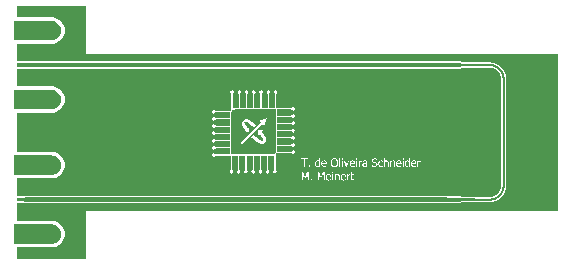
<source format=gbr>
G04 =======================================* 
G04 File Format: RS-274X * 
G04 Date:        May 24 2024 * 
G04 Time:        13:52:40 * 
G04 =======================================* 
G04 Format description *** 
G04 Code:          ASCII * 
G04 Unit:          Millimeter * 
G04 Coordinates:   Absolut * 
G04 Digits:        3.3-format * 
G04 Zeros skipped: Leading zeros omitted * 
G04 =======================================* 
%FSLAX33Y33*%
%MOMM*%
G90*
G71*
%LPD*%
G36*
G01X40290Y-5915D02*
G01X35490Y-6005D01*
G01X300Y-6005D01*
G01X300Y-7495D01*
G01X3200Y-7495D01*
G01X3375Y-7508D01*
G01X3547Y-7550D01*
G01X3710Y-7617D01*
G01X3861Y-7709D01*
G01X3995Y-7824D01*
G01X4110Y-7958D01*
G01X4202Y-8109D01*
G01X4269Y-8272D01*
G01X4311Y-8444D01*
G01X4325Y-8620D01*
G01X4311Y-8795D01*
G01X4269Y-8967D01*
G01X4202Y-9130D01*
G01X4110Y-9281D01*
G01X3995Y-9415D01*
G01X3861Y-9530D01*
G01X3710Y-9622D01*
G01X3547Y-9689D01*
G01X3375Y-9731D01*
G01X3200Y-9745D01*
G01X300Y-9745D01*
G01X300Y-10700D01*
G01X6100Y-10700D01*
G01X6100Y-6650D01*
G01X46100Y-6650D01*
G01X46100Y6650D01*
G01X6100Y6650D01*
G01X6100Y10700D01*
G01X300Y10700D01*
G01X300Y9745D01*
G01X3200Y9745D01*
G01X3375Y9731D01*
G01X3547Y9689D01*
G01X3710Y9622D01*
G01X3861Y9530D01*
G01X3995Y9415D01*
G01X4110Y9281D01*
G01X4202Y9130D01*
G01X4269Y8967D01*
G01X4311Y8795D01*
G01X4325Y8620D01*
G01X4311Y8444D01*
G01X4269Y8272D01*
G01X4202Y8109D01*
G01X4110Y7958D01*
G01X3995Y7824D01*
G01X3861Y7709D01*
G01X3710Y7617D01*
G01X3547Y7550D01*
G01X3375Y7508D01*
G01X3200Y7495D01*
G01X300Y7495D01*
G01X300Y6005D01*
G01X35490Y6005D01*
G01X40290Y5915D01*
G01X40312Y5914D01*
G01X40334Y5914D01*
G01X40356Y5913D01*
G01X40378Y5912D01*
G01X40401Y5910D01*
G01X40423Y5908D01*
G01X40445Y5906D01*
G01X40467Y5903D01*
G01X40489Y5900D01*
G01X40511Y5897D01*
G01X40533Y5893D01*
G01X40555Y5889D01*
G01X40576Y5885D01*
G01X40598Y5880D01*
G01X40620Y5875D01*
G01X40641Y5870D01*
G01X40663Y5864D01*
G01X40684Y5858D01*
G01X40706Y5852D01*
G01X40727Y5845D01*
G01X40748Y5838D01*
G01X40769Y5831D01*
G01X40790Y5823D01*
G01X40810Y5815D01*
G01X40831Y5807D01*
G01X40851Y5798D01*
G01X40872Y5789D01*
G01X40892Y5780D01*
G01X40912Y5770D01*
G01X40932Y5760D01*
G01X40952Y5750D01*
G01X40971Y5739D01*
G01X40991Y5729D01*
G01X41010Y5717D01*
G01X41029Y5706D01*
G01X41048Y5694D01*
G01X41066Y5682D01*
G01X41085Y5670D01*
G01X41103Y5657D01*
G01X41121Y5644D01*
G01X41139Y5631D01*
G01X41157Y5618D01*
G01X41174Y5604D01*
G01X41191Y5590D01*
G01X41208Y5575D01*
G01X41225Y5561D01*
G01X41242Y5546D01*
G01X41258Y5531D01*
G01X41274Y5516D01*
G01X41290Y5500D01*
G01X41306Y5484D01*
G01X41321Y5468D01*
G01X41336Y5452D01*
G01X41351Y5435D01*
G01X41365Y5418D01*
G01X41380Y5401D01*
G01X41394Y5384D01*
G01X41408Y5367D01*
G01X41421Y5349D01*
G01X41434Y5331D01*
G01X41447Y5313D01*
G01X41460Y5295D01*
G01X41472Y5276D01*
G01X41484Y5258D01*
G01X41496Y5239D01*
G01X41507Y5220D01*
G01X41519Y5201D01*
G01X41529Y5181D01*
G01X41540Y5162D01*
G01X41550Y5142D01*
G01X41560Y5122D01*
G01X41570Y5102D01*
G01X41579Y5082D01*
G01X41588Y5061D01*
G01X41597Y5041D01*
G01X41605Y5020D01*
G01X41613Y5000D01*
G01X41621Y4979D01*
G01X41628Y4958D01*
G01X41635Y4937D01*
G01X41642Y4916D01*
G01X41648Y4894D01*
G01X41654Y4873D01*
G01X41660Y4851D01*
G01X41665Y4830D01*
G01X41670Y4808D01*
G01X41675Y4786D01*
G01X41679Y4765D01*
G01X41683Y4743D01*
G01X41687Y4721D01*
G01X41690Y4699D01*
G01X41693Y4677D01*
G01X41696Y4655D01*
G01X41698Y4633D01*
G01X41700Y4611D01*
G01X41702Y4588D01*
G01X41703Y4566D01*
G01X41704Y4544D01*
G01X41704Y4522D01*
G01X41705Y4500D01*
G01X41705Y-4500D01*
G01X41704Y-4522D01*
G01X41704Y-4544D01*
G01X41703Y-4566D01*
G01X41702Y-4588D01*
G01X41700Y-4611D01*
G01X41698Y-4633D01*
G01X41696Y-4655D01*
G01X41693Y-4677D01*
G01X41690Y-4699D01*
G01X41687Y-4721D01*
G01X41683Y-4743D01*
G01X41679Y-4765D01*
G01X41675Y-4786D01*
G01X41670Y-4808D01*
G01X41665Y-4830D01*
G01X41660Y-4851D01*
G01X41654Y-4873D01*
G01X41648Y-4894D01*
G01X41642Y-4916D01*
G01X41635Y-4937D01*
G01X41628Y-4958D01*
G01X41621Y-4979D01*
G01X41613Y-5000D01*
G01X41605Y-5020D01*
G01X41597Y-5041D01*
G01X41588Y-5061D01*
G01X41579Y-5082D01*
G01X41570Y-5102D01*
G01X41560Y-5122D01*
G01X41550Y-5142D01*
G01X41540Y-5162D01*
G01X41529Y-5181D01*
G01X41519Y-5201D01*
G01X41507Y-5220D01*
G01X41496Y-5239D01*
G01X41484Y-5258D01*
G01X41472Y-5276D01*
G01X41460Y-5295D01*
G01X41447Y-5313D01*
G01X41434Y-5331D01*
G01X41421Y-5349D01*
G01X41408Y-5367D01*
G01X41394Y-5384D01*
G01X41380Y-5401D01*
G01X41365Y-5418D01*
G01X41351Y-5435D01*
G01X41336Y-5452D01*
G01X41321Y-5468D01*
G01X41306Y-5484D01*
G01X41290Y-5500D01*
G01X41274Y-5516D01*
G01X41258Y-5531D01*
G01X41242Y-5546D01*
G01X41225Y-5561D01*
G01X41208Y-5575D01*
G01X41191Y-5590D01*
G01X41174Y-5604D01*
G01X41157Y-5618D01*
G01X41139Y-5631D01*
G01X41121Y-5644D01*
G01X41103Y-5657D01*
G01X41085Y-5670D01*
G01X41066Y-5682D01*
G01X41048Y-5694D01*
G01X41029Y-5706D01*
G01X41010Y-5717D01*
G01X40991Y-5729D01*
G01X40971Y-5739D01*
G01X40952Y-5750D01*
G01X40932Y-5760D01*
G01X40912Y-5770D01*
G01X40892Y-5780D01*
G01X40872Y-5789D01*
G01X40851Y-5798D01*
G01X40831Y-5807D01*
G01X40810Y-5815D01*
G01X40790Y-5823D01*
G01X40769Y-5831D01*
G01X40748Y-5838D01*
G01X40727Y-5845D01*
G01X40706Y-5852D01*
G01X40684Y-5858D01*
G01X40663Y-5864D01*
G01X40641Y-5870D01*
G01X40620Y-5875D01*
G01X40598Y-5880D01*
G01X40576Y-5885D01*
G01X40555Y-5889D01*
G01X40533Y-5893D01*
G01X40511Y-5897D01*
G01X40489Y-5900D01*
G01X40467Y-5903D01*
G01X40445Y-5906D01*
G01X40423Y-5908D01*
G01X40401Y-5910D01*
G01X40378Y-5912D01*
G01X40356Y-5913D01*
G01X40334Y-5914D01*
G01X40312Y-5914D01*
G37*
%LPD*%
G36*
G01X40310Y-5789D02*
G01X40330Y-5789D01*
G01X40350Y-5788D01*
G01X40371Y-5787D01*
G01X40391Y-5786D01*
G01X40411Y-5784D01*
G01X40431Y-5782D01*
G01X40451Y-5779D01*
G01X40471Y-5777D01*
G01X40491Y-5774D01*
G01X40511Y-5770D01*
G01X40531Y-5767D01*
G01X40551Y-5763D01*
G01X40571Y-5758D01*
G01X40591Y-5754D01*
G01X40610Y-5749D01*
G01X40630Y-5744D01*
G01X40649Y-5738D01*
G01X40669Y-5732D01*
G01X40688Y-5726D01*
G01X40707Y-5720D01*
G01X40726Y-5713D01*
G01X40745Y-5706D01*
G01X40764Y-5699D01*
G01X40783Y-5691D01*
G01X40802Y-5683D01*
G01X40820Y-5675D01*
G01X40839Y-5667D01*
G01X40857Y-5658D01*
G01X40875Y-5649D01*
G01X40893Y-5640D01*
G01X40911Y-5630D01*
G01X40929Y-5620D01*
G01X40946Y-5610D01*
G01X40964Y-5599D01*
G01X40981Y-5589D01*
G01X40998Y-5578D01*
G01X41015Y-5566D01*
G01X41031Y-5555D01*
G01X41048Y-5543D01*
G01X41064Y-5531D01*
G01X41080Y-5519D01*
G01X41096Y-5506D01*
G01X41112Y-5493D01*
G01X41127Y-5480D01*
G01X41143Y-5467D01*
G01X41158Y-5454D01*
G01X41173Y-5440D01*
G01X41187Y-5426D01*
G01X41202Y-5412D01*
G01X41216Y-5397D01*
G01X41230Y-5383D01*
G01X41244Y-5368D01*
G01X41257Y-5353D01*
G01X41270Y-5337D01*
G01X41283Y-5322D01*
G01X41296Y-5306D01*
G01X41309Y-5290D01*
G01X41321Y-5274D01*
G01X41333Y-5258D01*
G01X41345Y-5241D01*
G01X41356Y-5225D01*
G01X41368Y-5208D01*
G01X41379Y-5191D01*
G01X41389Y-5174D01*
G01X41400Y-5156D01*
G01X41410Y-5139D01*
G01X41420Y-5121D01*
G01X41430Y-5103D01*
G01X41439Y-5085D01*
G01X41448Y-5067D01*
G01X41457Y-5049D01*
G01X41465Y-5030D01*
G01X41473Y-5012D01*
G01X41481Y-4993D01*
G01X41489Y-4974D01*
G01X41496Y-4955D01*
G01X41503Y-4936D01*
G01X41510Y-4917D01*
G01X41516Y-4898D01*
G01X41522Y-4879D01*
G01X41528Y-4859D01*
G01X41534Y-4840D01*
G01X41539Y-4820D01*
G01X41544Y-4801D01*
G01X41548Y-4781D01*
G01X41553Y-4761D01*
G01X41557Y-4741D01*
G01X41560Y-4721D01*
G01X41564Y-4701D01*
G01X41567Y-4681D01*
G01X41569Y-4661D01*
G01X41572Y-4641D01*
G01X41574Y-4621D01*
G01X41576Y-4601D01*
G01X41577Y-4581D01*
G01X41578Y-4560D01*
G01X41579Y-4540D01*
G01X41579Y-4520D01*
G01X41580Y-4500D01*
G01X41580Y4500D01*
G01X41579Y4520D01*
G01X41579Y4540D01*
G01X41578Y4560D01*
G01X41577Y4581D01*
G01X41576Y4601D01*
G01X41574Y4621D01*
G01X41572Y4641D01*
G01X41569Y4661D01*
G01X41567Y4681D01*
G01X41564Y4701D01*
G01X41560Y4721D01*
G01X41557Y4741D01*
G01X41553Y4761D01*
G01X41548Y4781D01*
G01X41544Y4801D01*
G01X41539Y4820D01*
G01X41534Y4840D01*
G01X41528Y4859D01*
G01X41522Y4879D01*
G01X41516Y4898D01*
G01X41510Y4917D01*
G01X41503Y4936D01*
G01X41496Y4955D01*
G01X41489Y4974D01*
G01X41481Y4993D01*
G01X41473Y5012D01*
G01X41465Y5030D01*
G01X41457Y5049D01*
G01X41448Y5067D01*
G01X41439Y5085D01*
G01X41430Y5103D01*
G01X41420Y5121D01*
G01X41410Y5139D01*
G01X41400Y5156D01*
G01X41389Y5174D01*
G01X41379Y5191D01*
G01X41368Y5208D01*
G01X41356Y5225D01*
G01X41345Y5241D01*
G01X41333Y5258D01*
G01X41321Y5274D01*
G01X41309Y5290D01*
G01X41296Y5306D01*
G01X41283Y5322D01*
G01X41270Y5337D01*
G01X41257Y5353D01*
G01X41244Y5368D01*
G01X41230Y5383D01*
G01X41216Y5397D01*
G01X41202Y5412D01*
G01X41187Y5426D01*
G01X41173Y5440D01*
G01X41158Y5454D01*
G01X41143Y5467D01*
G01X41127Y5480D01*
G01X41112Y5493D01*
G01X41096Y5506D01*
G01X41080Y5519D01*
G01X41064Y5531D01*
G01X41048Y5543D01*
G01X41031Y5555D01*
G01X41015Y5566D01*
G01X40998Y5578D01*
G01X40981Y5589D01*
G01X40964Y5599D01*
G01X40946Y5610D01*
G01X40929Y5620D01*
G01X40911Y5630D01*
G01X40893Y5640D01*
G01X40875Y5649D01*
G01X40857Y5658D01*
G01X40839Y5667D01*
G01X40820Y5675D01*
G01X40802Y5683D01*
G01X40783Y5691D01*
G01X40764Y5699D01*
G01X40745Y5706D01*
G01X40726Y5713D01*
G01X40707Y5720D01*
G01X40688Y5726D01*
G01X40669Y5732D01*
G01X40649Y5738D01*
G01X40630Y5744D01*
G01X40610Y5749D01*
G01X40591Y5754D01*
G01X40571Y5758D01*
G01X40551Y5763D01*
G01X40531Y5767D01*
G01X40511Y5770D01*
G01X40491Y5774D01*
G01X40471Y5777D01*
G01X40451Y5779D01*
G01X40431Y5782D01*
G01X40411Y5784D01*
G01X40391Y5786D01*
G01X40371Y5787D01*
G01X40350Y5788D01*
G01X40330Y5789D01*
G01X40310Y5789D01*
G01X40290Y5790D01*
G01X35490Y5880D01*
G01X1570Y5880D01*
G01X300Y5840D01*
G01X300Y5560D01*
G01X1570Y5520D01*
G01X35490Y5520D01*
G01X40290Y5610D01*
G01X40307Y5609D01*
G01X40324Y5609D01*
G01X40342Y5608D01*
G01X40359Y5607D01*
G01X40377Y5606D01*
G01X40394Y5605D01*
G01X40411Y5603D01*
G01X40429Y5601D01*
G01X40446Y5598D01*
G01X40463Y5596D01*
G01X40480Y5593D01*
G01X40497Y5590D01*
G01X40515Y5586D01*
G01X40532Y5583D01*
G01X40549Y5579D01*
G01X40566Y5575D01*
G01X40582Y5570D01*
G01X40599Y5565D01*
G01X40616Y5560D01*
G01X40633Y5555D01*
G01X40649Y5550D01*
G01X40665Y5544D01*
G01X40682Y5538D01*
G01X40698Y5532D01*
G01X40714Y5525D01*
G01X40730Y5518D01*
G01X40746Y5511D01*
G01X40762Y5504D01*
G01X40778Y5496D01*
G01X40793Y5489D01*
G01X40809Y5480D01*
G01X40824Y5472D01*
G01X40839Y5464D01*
G01X40855Y5455D01*
G01X40869Y5446D01*
G01X40884Y5437D01*
G01X40899Y5427D01*
G01X40913Y5418D01*
G01X40928Y5408D01*
G01X40942Y5398D01*
G01X40956Y5387D01*
G01X40970Y5377D01*
G01X40984Y5366D01*
G01X40997Y5355D01*
G01X41010Y5344D01*
G01X41024Y5332D01*
G01X41037Y5320D01*
G01X41049Y5309D01*
G01X41062Y5297D01*
G01X41074Y5284D01*
G01X41087Y5272D01*
G01X41099Y5259D01*
G01X41110Y5247D01*
G01X41122Y5234D01*
G01X41134Y5220D01*
G01X41145Y5207D01*
G01X41156Y5194D01*
G01X41167Y5180D01*
G01X41177Y5166D01*
G01X41188Y5152D01*
G01X41198Y5138D01*
G01X41208Y5123D01*
G01X41217Y5109D01*
G01X41227Y5094D01*
G01X41236Y5079D01*
G01X41245Y5065D01*
G01X41254Y5049D01*
G01X41262Y5034D01*
G01X41270Y5019D01*
G01X41279Y5003D01*
G01X41286Y4988D01*
G01X41294Y4972D01*
G01X41301Y4956D01*
G01X41308Y4940D01*
G01X41315Y4924D01*
G01X41322Y4908D01*
G01X41328Y4892D01*
G01X41334Y4875D01*
G01X41340Y4859D01*
G01X41345Y4843D01*
G01X41350Y4826D01*
G01X41355Y4809D01*
G01X41360Y4792D01*
G01X41365Y4776D01*
G01X41369Y4759D01*
G01X41373Y4742D01*
G01X41376Y4725D01*
G01X41380Y4707D01*
G01X41383Y4690D01*
G01X41386Y4673D01*
G01X41388Y4656D01*
G01X41391Y4639D01*
G01X41393Y4621D01*
G01X41395Y4604D01*
G01X41396Y4587D01*
G01X41397Y4569D01*
G01X41398Y4552D01*
G01X41399Y4534D01*
G01X41399Y4517D01*
G01X41400Y4500D01*
G01X41400Y-4500D01*
G01X41399Y-4517D01*
G01X41399Y-4534D01*
G01X41398Y-4552D01*
G01X41397Y-4569D01*
G01X41396Y-4587D01*
G01X41395Y-4604D01*
G01X41393Y-4621D01*
G01X41391Y-4639D01*
G01X41388Y-4656D01*
G01X41386Y-4673D01*
G01X41383Y-4690D01*
G01X41380Y-4707D01*
G01X41376Y-4725D01*
G01X41373Y-4742D01*
G01X41369Y-4759D01*
G01X41365Y-4776D01*
G01X41360Y-4792D01*
G01X41355Y-4809D01*
G01X41350Y-4826D01*
G01X41345Y-4843D01*
G01X41340Y-4859D01*
G01X41334Y-4875D01*
G01X41328Y-4892D01*
G01X41322Y-4908D01*
G01X41315Y-4924D01*
G01X41308Y-4940D01*
G01X41301Y-4956D01*
G01X41294Y-4972D01*
G01X41286Y-4988D01*
G01X41279Y-5003D01*
G01X41270Y-5019D01*
G01X41262Y-5034D01*
G01X41254Y-5049D01*
G01X41245Y-5065D01*
G01X41236Y-5079D01*
G01X41227Y-5094D01*
G01X41217Y-5109D01*
G01X41208Y-5123D01*
G01X41198Y-5138D01*
G01X41188Y-5152D01*
G01X41177Y-5166D01*
G01X41167Y-5180D01*
G01X41156Y-5194D01*
G01X41145Y-5207D01*
G01X41134Y-5220D01*
G01X41122Y-5234D01*
G01X41110Y-5247D01*
G01X41099Y-5259D01*
G01X41087Y-5272D01*
G01X41074Y-5284D01*
G01X41062Y-5297D01*
G01X41049Y-5309D01*
G01X41037Y-5320D01*
G01X41024Y-5332D01*
G01X41010Y-5344D01*
G01X40997Y-5355D01*
G01X40984Y-5366D01*
G01X40970Y-5377D01*
G01X40956Y-5387D01*
G01X40942Y-5398D01*
G01X40928Y-5408D01*
G01X40913Y-5418D01*
G01X40899Y-5427D01*
G01X40884Y-5437D01*
G01X40869Y-5446D01*
G01X40855Y-5455D01*
G01X40839Y-5464D01*
G01X40824Y-5472D01*
G01X40809Y-5480D01*
G01X40793Y-5489D01*
G01X40778Y-5496D01*
G01X40762Y-5504D01*
G01X40746Y-5511D01*
G01X40730Y-5518D01*
G01X40714Y-5525D01*
G01X40698Y-5532D01*
G01X40682Y-5538D01*
G01X40665Y-5544D01*
G01X40649Y-5550D01*
G01X40633Y-5555D01*
G01X40616Y-5560D01*
G01X40599Y-5565D01*
G01X40582Y-5570D01*
G01X40566Y-5575D01*
G01X40549Y-5579D01*
G01X40532Y-5583D01*
G01X40515Y-5586D01*
G01X40497Y-5590D01*
G01X40480Y-5593D01*
G01X40463Y-5596D01*
G01X40446Y-5598D01*
G01X40429Y-5601D01*
G01X40411Y-5603D01*
G01X40394Y-5605D01*
G01X40377Y-5606D01*
G01X40359Y-5607D01*
G01X40342Y-5608D01*
G01X40324Y-5609D01*
G01X40307Y-5609D01*
G01X40290Y-5610D01*
G01X35490Y-5520D01*
G01X1570Y-5520D01*
G01X300Y-5560D01*
G01X300Y-5840D01*
G01X1570Y-5880D01*
G01X35490Y-5880D01*
G01X40290Y-5790D01*
G37*
%LPD*%
G36*
G01X41274Y-4515D02*
G01X41275Y-4500D01*
G01X41275Y4500D01*
G01X41274Y4515D01*
G01X41274Y4530D01*
G01X41273Y4546D01*
G01X41273Y4561D01*
G01X41271Y4577D01*
G01X41270Y4592D01*
G01X41269Y4608D01*
G01X41267Y4623D01*
G01X41265Y4638D01*
G01X41262Y4654D01*
G01X41260Y4669D01*
G01X41257Y4684D01*
G01X41254Y4699D01*
G01X41251Y4714D01*
G01X41247Y4729D01*
G01X41244Y4744D01*
G01X41240Y4759D01*
G01X41235Y4774D01*
G01X41231Y4789D01*
G01X41226Y4804D01*
G01X41221Y4819D01*
G01X41216Y4833D01*
G01X41211Y4848D01*
G01X41205Y4862D01*
G01X41200Y4876D01*
G01X41193Y4891D01*
G01X41187Y4905D01*
G01X41181Y4919D01*
G01X41174Y4933D01*
G01X41167Y4947D01*
G01X41160Y4960D01*
G01X41153Y4974D01*
G01X41145Y4988D01*
G01X41137Y5001D01*
G01X41129Y5014D01*
G01X41121Y5027D01*
G01X41113Y5040D01*
G01X41104Y5053D01*
G01X41095Y5066D01*
G01X41086Y5078D01*
G01X41077Y5091D01*
G01X41068Y5103D01*
G01X41058Y5115D01*
G01X41048Y5127D01*
G01X41039Y5139D01*
G01X41028Y5151D01*
G01X41018Y5162D01*
G01X41008Y5174D01*
G01X40997Y5185D01*
G01X40986Y5196D01*
G01X40975Y5207D01*
G01X40964Y5218D01*
G01X40952Y5228D01*
G01X40941Y5238D01*
G01X40929Y5249D01*
G01X40917Y5258D01*
G01X40905Y5268D01*
G01X40893Y5278D01*
G01X40881Y5287D01*
G01X40868Y5296D01*
G01X40856Y5305D01*
G01X40843Y5314D01*
G01X40830Y5323D01*
G01X40817Y5331D01*
G01X40804Y5339D01*
G01X40791Y5347D01*
G01X40778Y5355D01*
G01X40764Y5363D01*
G01X40750Y5370D01*
G01X40737Y5377D01*
G01X40723Y5384D01*
G01X40709Y5391D01*
G01X40695Y5397D01*
G01X40681Y5403D01*
G01X40666Y5410D01*
G01X40652Y5415D01*
G01X40638Y5421D01*
G01X40623Y5426D01*
G01X40609Y5431D01*
G01X40594Y5436D01*
G01X40579Y5441D01*
G01X40564Y5445D01*
G01X40549Y5450D01*
G01X40534Y5454D01*
G01X40519Y5457D01*
G01X40504Y5461D01*
G01X40489Y5464D01*
G01X40474Y5467D01*
G01X40459Y5470D01*
G01X40444Y5472D01*
G01X40428Y5475D01*
G01X40413Y5477D01*
G01X40398Y5479D01*
G01X40382Y5480D01*
G01X40367Y5481D01*
G01X40351Y5483D01*
G01X40336Y5483D01*
G01X40320Y5484D01*
G01X40305Y5484D01*
G01X40290Y5485D01*
G01X35490Y5395D01*
G01X300Y5395D01*
G01X300Y3905D01*
G01X3200Y3905D01*
G01X3375Y3891D01*
G01X3547Y3849D01*
G01X3710Y3782D01*
G01X3861Y3690D01*
G01X3995Y3575D01*
G01X4110Y3441D01*
G01X4202Y3290D01*
G01X4269Y3127D01*
G01X4311Y2955D01*
G01X4325Y2780D01*
G01X4311Y2604D01*
G01X4269Y2432D01*
G01X4202Y2269D01*
G01X4110Y2118D01*
G01X3995Y1984D01*
G01X3861Y1869D01*
G01X3710Y1777D01*
G01X3547Y1710D01*
G01X3375Y1668D01*
G01X3200Y1655D01*
G01X300Y1655D01*
G01X300Y-1655D01*
G01X3200Y-1655D01*
G01X3375Y-1668D01*
G01X3547Y-1710D01*
G01X3710Y-1777D01*
G01X3861Y-1869D01*
G01X3995Y-1984D01*
G01X4110Y-2118D01*
G01X4202Y-2269D01*
G01X4269Y-2432D01*
G01X4311Y-2604D01*
G01X4325Y-2780D01*
G01X4311Y-2955D01*
G01X4269Y-3127D01*
G01X4202Y-3290D01*
G01X4110Y-3441D01*
G01X3995Y-3575D01*
G01X3861Y-3690D01*
G01X3710Y-3782D01*
G01X3547Y-3849D01*
G01X3375Y-3891D01*
G01X3200Y-3905D01*
G01X300Y-3905D01*
G01X300Y-5395D01*
G01X35490Y-5395D01*
G01X40290Y-5485D01*
G01X40305Y-5484D01*
G01X40320Y-5484D01*
G01X40336Y-5483D01*
G01X40351Y-5483D01*
G01X40367Y-5481D01*
G01X40382Y-5480D01*
G01X40398Y-5479D01*
G01X40413Y-5477D01*
G01X40428Y-5475D01*
G01X40444Y-5472D01*
G01X40459Y-5470D01*
G01X40474Y-5467D01*
G01X40489Y-5464D01*
G01X40504Y-5461D01*
G01X40519Y-5457D01*
G01X40534Y-5454D01*
G01X40549Y-5450D01*
G01X40564Y-5445D01*
G01X40579Y-5441D01*
G01X40594Y-5436D01*
G01X40609Y-5431D01*
G01X40623Y-5426D01*
G01X40638Y-5421D01*
G01X40652Y-5415D01*
G01X40666Y-5410D01*
G01X40681Y-5403D01*
G01X40695Y-5397D01*
G01X40709Y-5391D01*
G01X40723Y-5384D01*
G01X40737Y-5377D01*
G01X40750Y-5370D01*
G01X40764Y-5363D01*
G01X40778Y-5355D01*
G01X40791Y-5347D01*
G01X40804Y-5339D01*
G01X40817Y-5331D01*
G01X40830Y-5323D01*
G01X40843Y-5314D01*
G01X40856Y-5305D01*
G01X40868Y-5296D01*
G01X40881Y-5287D01*
G01X40893Y-5278D01*
G01X40905Y-5268D01*
G01X40917Y-5258D01*
G01X40929Y-5249D01*
G01X40941Y-5238D01*
G01X40952Y-5228D01*
G01X40964Y-5218D01*
G01X40975Y-5207D01*
G01X40986Y-5196D01*
G01X40997Y-5185D01*
G01X41008Y-5174D01*
G01X41018Y-5162D01*
G01X41028Y-5151D01*
G01X41039Y-5139D01*
G01X41048Y-5127D01*
G01X41058Y-5115D01*
G01X41068Y-5103D01*
G01X41077Y-5091D01*
G01X41086Y-5078D01*
G01X41095Y-5066D01*
G01X41104Y-5053D01*
G01X41113Y-5040D01*
G01X41121Y-5027D01*
G01X41129Y-5014D01*
G01X41137Y-5001D01*
G01X41145Y-4988D01*
G01X41153Y-4974D01*
G01X41160Y-4960D01*
G01X41167Y-4947D01*
G01X41174Y-4933D01*
G01X41181Y-4919D01*
G01X41187Y-4905D01*
G01X41193Y-4891D01*
G01X41200Y-4876D01*
G01X41205Y-4862D01*
G01X41211Y-4848D01*
G01X41216Y-4833D01*
G01X41221Y-4819D01*
G01X41226Y-4804D01*
G01X41231Y-4789D01*
G01X41235Y-4774D01*
G01X41240Y-4759D01*
G01X41244Y-4744D01*
G01X41247Y-4729D01*
G01X41251Y-4714D01*
G01X41254Y-4699D01*
G01X41257Y-4684D01*
G01X41260Y-4669D01*
G01X41262Y-4654D01*
G01X41265Y-4638D01*
G01X41267Y-4623D01*
G01X41269Y-4608D01*
G01X41270Y-4592D01*
G01X41271Y-4577D01*
G01X41273Y-4561D01*
G01X41273Y-4546D01*
G01X41274Y-4530D01*
G37*
%LPC*%
G36*
G01X19059Y2037D02*
G75*
G01X19059Y3224D01*
G02X19158Y3224I49J172D01*
G01X19158Y3224D01*
G01X19158Y2036D01*
G01X19674Y2036D01*
G75*
G01X19674Y3224D01*
G02X19773Y3224I49J172D01*
G01X19773Y3224D01*
G01X19773Y2036D01*
G01X20288Y2036D01*
G75*
G01X20288Y3224D01*
G02X20387Y3224I49J172D01*
G01X20387Y3224D01*
G01X20387Y2036D01*
G01X20902Y2036D01*
G75*
G01X20902Y3224D01*
G02X21001Y3224I49J172D01*
G01X21001Y3224D01*
G01X21001Y2036D01*
G01X21516Y2036D01*
G75*
G01X21516Y3224D01*
G02X21615Y3224I49J172D01*
G01X21615Y3224D01*
G01X21615Y2036D01*
G01X22131Y2036D01*
G75*
G01X22131Y3224D01*
G02X22230Y3224I49J172D01*
G01X22230Y3224D01*
G01X22230Y2037D01*
G75*
G01X23496Y2037D01*
G02X23496Y1938I172J-49D01*
G01X23496Y1938D01*
G01X22322Y1938D01*
G01X22322Y1422D01*
G75*
G01X23496Y1422D01*
G02X23496Y1323I172J-49D01*
G01X23496Y1323D01*
G01X22322Y1323D01*
G01X22322Y808D01*
G75*
G01X23496Y808D01*
G02X23496Y709I172J-49D01*
G01X23496Y709D01*
G01X22322Y709D01*
G01X22322Y194D01*
G75*
G01X23496Y194D01*
G02X23496Y95I172J-49D01*
G01X23496Y95D01*
G01X22322Y95D01*
G01X22322Y-419D01*
G75*
G01X23496Y-419D01*
G02X23496Y-518I172J-49D01*
G01X23496Y-518D01*
G01X22322Y-518D01*
G01X22322Y-1034D01*
G75*
G01X23496Y-1034D01*
G02X23496Y-1133I172J-49D01*
G01X23496Y-1133D01*
G01X22322Y-1133D01*
G75*
G01X22322Y-1601D01*
G02X22319Y-1648I-373J0D01*
G01X22319Y-1648D01*
G75*
G01X23496Y-1648D01*
G02X23496Y-1747I172J-49D01*
G01X23496Y-1747D01*
G75*
G01X22292Y-1747D01*
G02X22176Y-1897I-343J145D01*
G01X22176Y-1897D01*
G75*
G01X22176Y-3162D01*
G02X22077Y-3162I-49J-172D01*
G01X22077Y-3162D01*
G75*
G01X22077Y-1952D01*
G02X21949Y-1974I-128J350D01*
G01X21949Y-1974D01*
G01X21562Y-1974D01*
G75*
G01X21562Y-3162D01*
G02X21463Y-3162I-49J-172D01*
G01X21463Y-3162D01*
G01X21463Y-1974D01*
G01X20948Y-1974D01*
G75*
G01X20948Y-3162D01*
G02X20849Y-3162I-49J-172D01*
G01X20849Y-3162D01*
G01X20849Y-1974D01*
G01X20333Y-1974D01*
G75*
G01X20333Y-3162D01*
G02X20234Y-3162I-49J-172D01*
G01X20234Y-3162D01*
G01X20234Y-1974D01*
G01X19719Y-1974D01*
G75*
G01X19719Y-3162D01*
G02X19620Y-3162I-49J-172D01*
G01X19620Y-3162D01*
G01X19620Y-1974D01*
G01X19105Y-1974D01*
G75*
G01X19105Y-3162D01*
G02X19006Y-3162I-49J-172D01*
G01X19006Y-3162D01*
G01X19006Y-1974D01*
G01X18491Y-1974D01*
G75*
G01X18491Y-3162D01*
G02X18392Y-3162I-49J-172D01*
G01X18392Y-3162D01*
G01X18392Y-1974D01*
G75*
G01X17122Y-1974D01*
G02X17118Y-1875I-174J42D01*
G01X17118Y-1875D01*
G01X18308Y-1875D01*
G01X18308Y-1367D01*
G75*
G01X17120Y-1367D01*
G02X17120Y-1268I-172J49D01*
G01X17120Y-1268D01*
G01X18308Y-1268D01*
G01X18308Y-753D01*
G75*
G01X17120Y-753D01*
G02X17120Y-654I-172J49D01*
G01X17120Y-654D01*
G01X18308Y-654D01*
G01X18308Y-139D01*
G75*
G01X17120Y-139D01*
G02X17120Y-40I-172J49D01*
G01X17120Y-40D01*
G01X18308Y-40D01*
G01X18308Y475D01*
G75*
G01X17120Y475D01*
G02X17120Y574I-172J49D01*
G01X17120Y574D01*
G01X18308Y574D01*
G01X18308Y1089D01*
G75*
G01X17120Y1089D01*
G02X17120Y1188I-172J49D01*
G01X17120Y1188D01*
G01X18308Y1188D01*
G75*
G01X18308Y1613D01*
G02X18317Y1703I422J0D01*
G01X18317Y1703D01*
G75*
G01X17120Y1703D01*
G02X17120Y1802I-172J49D01*
G01X17120Y1802D01*
G75*
G01X18352Y1802D01*
G02X18445Y1925I377J-188D01*
G01X18445Y1925D01*
G75*
G01X18445Y3224D01*
G02X18544Y3224I49J172D01*
G01X18544Y3224D01*
G75*
G01X18544Y1994D01*
G02X18730Y2037I185J-380D01*
G01X18730Y2037D01*
G37*
G36*
G01X34278Y-2393D02*
G01X34278Y-2471D01*
G01X34301Y-2452D01*
G01X34323Y-2435D01*
G01X34343Y-2421D01*
G01X34362Y-2411D01*
G01X34380Y-2403D01*
G01X34398Y-2398D01*
G01X34415Y-2394D01*
G01X34432Y-2393D01*
G01X34444Y-2393D01*
G01X34453Y-2394D01*
G01X34460Y-2395D01*
G01X34468Y-2396D01*
G01X34468Y-2488D01*
G01X34463Y-2488D01*
G01X34453Y-2486D01*
G01X34442Y-2485D01*
G01X34430Y-2484D01*
G01X34416Y-2484D01*
G01X34398Y-2485D01*
G01X34380Y-2488D01*
G01X34362Y-2493D01*
G01X34345Y-2500D01*
G01X34327Y-2508D01*
G01X34311Y-2519D01*
G01X34294Y-2531D01*
G01X34278Y-2546D01*
G01X34278Y-2918D01*
G01X34189Y-2918D01*
G01X34189Y-2393D01*
G37*
G36*
G01X34085Y-2790D02*
G01X34090Y-2790D01*
G01X34090Y-2886D01*
G01X34082Y-2889D01*
G01X34073Y-2893D01*
G01X34063Y-2897D01*
G01X34052Y-2901D01*
G01X34030Y-2910D01*
G01X34010Y-2916D01*
G01X33986Y-2922D01*
G01X33964Y-2927D01*
G01X33952Y-2928D01*
G01X33940Y-2929D01*
G01X33926Y-2930D01*
G01X33911Y-2930D01*
G01X33880Y-2929D01*
G01X33851Y-2926D01*
G01X33824Y-2920D01*
G01X33799Y-2913D01*
G01X33776Y-2903D01*
G01X33754Y-2891D01*
G01X33734Y-2876D01*
G01X33716Y-2860D01*
G01X33700Y-2841D01*
G01X33685Y-2821D01*
G01X33674Y-2798D01*
G01X33664Y-2774D01*
G01X33656Y-2748D01*
G01X33651Y-2720D01*
G01X33648Y-2690D01*
G01X33647Y-2659D01*
G01X33648Y-2627D01*
G01X33651Y-2598D01*
G01X33656Y-2570D01*
G01X33663Y-2544D01*
G01X33673Y-2519D01*
G01X33684Y-2496D01*
G01X33698Y-2474D01*
G01X33714Y-2454D01*
G01X33731Y-2437D01*
G01X33750Y-2421D01*
G01X33770Y-2408D01*
G01X33791Y-2397D01*
G01X33814Y-2389D01*
G01X33838Y-2383D01*
G01X33863Y-2380D01*
G01X33889Y-2378D01*
G01X33913Y-2379D01*
G01X33935Y-2382D01*
G01X33956Y-2386D01*
G01X33976Y-2393D01*
G01X33994Y-2401D01*
G01X34011Y-2411D01*
G01X34027Y-2423D01*
G01X34041Y-2437D01*
G01X34055Y-2453D01*
G01X34066Y-2470D01*
G01X34076Y-2489D01*
G01X34085Y-2510D01*
G01X34091Y-2533D01*
G01X34096Y-2559D01*
G01X34099Y-2586D01*
G01X34100Y-2617D01*
G01X34100Y-2665D01*
G01X33736Y-2665D01*
G01X33737Y-2687D01*
G01X33739Y-2708D01*
G01X33743Y-2727D01*
G01X33748Y-2746D01*
G01X33754Y-2762D01*
G01X33762Y-2778D01*
G01X33771Y-2792D01*
G01X33782Y-2805D01*
G01X33794Y-2816D01*
G01X33807Y-2826D01*
G01X33822Y-2834D01*
G01X33837Y-2841D01*
G01X33853Y-2846D01*
G01X33871Y-2850D01*
G01X33890Y-2852D01*
G01X33910Y-2853D01*
G01X33938Y-2852D01*
G01X33967Y-2847D01*
G01X33993Y-2839D01*
G01X34018Y-2830D01*
G01X34039Y-2819D01*
G01X34058Y-2809D01*
G01X34073Y-2799D01*
G37*
G36*
G01X33027Y-2214D02*
G01X33027Y-2306D01*
G01X32927Y-2306D01*
G01X32927Y-2214D01*
G37*
G36*
G01X33466Y-2865D02*
G01X33447Y-2881D01*
G01X33431Y-2894D01*
G01X33414Y-2904D01*
G01X33395Y-2915D01*
G01X33376Y-2923D01*
G01X33356Y-2928D01*
G01X33335Y-2932D01*
G01X33310Y-2933D01*
G01X33288Y-2932D01*
G01X33268Y-2929D01*
G01X33249Y-2923D01*
G01X33230Y-2915D01*
G01X33213Y-2905D01*
G01X33197Y-2893D01*
G01X33182Y-2879D01*
G01X33168Y-2863D01*
G01X33156Y-2845D01*
G01X33146Y-2824D01*
G01X33136Y-2802D01*
G01X33129Y-2777D01*
G01X33122Y-2751D01*
G01X33118Y-2722D01*
G01X33115Y-2692D01*
G01X33114Y-2660D01*
G01X33116Y-2626D01*
G01X33119Y-2595D01*
G01X33124Y-2567D01*
G01X33132Y-2540D01*
G01X33142Y-2516D01*
G01X33154Y-2493D01*
G01X33167Y-2471D01*
G01X33181Y-2452D01*
G01X33197Y-2436D01*
G01X33213Y-2421D01*
G01X33231Y-2409D01*
G01X33251Y-2398D01*
G01X33271Y-2389D01*
G01X33292Y-2383D01*
G01X33314Y-2380D01*
G01X33336Y-2378D01*
G01X33355Y-2379D01*
G01X33373Y-2381D01*
G01X33389Y-2383D01*
G01X33405Y-2387D01*
G01X33419Y-2392D01*
G01X33435Y-2398D01*
G01X33450Y-2406D01*
G01X33466Y-2414D01*
G01X33466Y-2187D01*
G01X33555Y-2187D01*
G01X33555Y-2918D01*
G01X33466Y-2918D01*
G37*
G36*
G01X32932Y-2393D02*
G01X33021Y-2393D01*
G01X33021Y-2918D01*
G01X32932Y-2918D01*
G37*
G36*
G01X32826Y-2790D02*
G01X32831Y-2790D01*
G01X32831Y-2886D01*
G01X32823Y-2889D01*
G01X32814Y-2893D01*
G01X32804Y-2897D01*
G01X32793Y-2901D01*
G01X32771Y-2910D01*
G01X32751Y-2916D01*
G01X32727Y-2922D01*
G01X32705Y-2927D01*
G01X32694Y-2928D01*
G01X32681Y-2929D01*
G01X32667Y-2930D01*
G01X32652Y-2930D01*
G01X32622Y-2929D01*
G01X32593Y-2926D01*
G01X32566Y-2920D01*
G01X32540Y-2913D01*
G01X32517Y-2903D01*
G01X32495Y-2891D01*
G01X32475Y-2876D01*
G01X32457Y-2860D01*
G01X32441Y-2841D01*
G01X32427Y-2821D01*
G01X32415Y-2798D01*
G01X32405Y-2774D01*
G01X32398Y-2748D01*
G01X32392Y-2720D01*
G01X32389Y-2690D01*
G01X32388Y-2659D01*
G01X32389Y-2627D01*
G01X32392Y-2598D01*
G01X32397Y-2570D01*
G01X32405Y-2544D01*
G01X32414Y-2519D01*
G01X32426Y-2496D01*
G01X32439Y-2474D01*
G01X32455Y-2454D01*
G01X32472Y-2437D01*
G01X32491Y-2421D01*
G01X32511Y-2408D01*
G01X32532Y-2397D01*
G01X32555Y-2389D01*
G01X32579Y-2383D01*
G01X32604Y-2380D01*
G01X32631Y-2378D01*
G01X32654Y-2379D01*
G01X32677Y-2382D01*
G01X32698Y-2386D01*
G01X32717Y-2393D01*
G01X32735Y-2401D01*
G01X32752Y-2411D01*
G01X32768Y-2423D01*
G01X32783Y-2437D01*
G01X32796Y-2453D01*
G01X32808Y-2470D01*
G01X32818Y-2489D01*
G01X32826Y-2510D01*
G01X32833Y-2533D01*
G01X32837Y-2559D01*
G01X32840Y-2586D01*
G01X32841Y-2617D01*
G01X32841Y-2665D01*
G01X32477Y-2665D01*
G01X32478Y-2687D01*
G01X32480Y-2708D01*
G01X32484Y-2727D01*
G01X32489Y-2746D01*
G01X32495Y-2762D01*
G01X32503Y-2778D01*
G01X32513Y-2792D01*
G01X32523Y-2805D01*
G01X32535Y-2816D01*
G01X32549Y-2826D01*
G01X32563Y-2834D01*
G01X32578Y-2841D01*
G01X32595Y-2846D01*
G01X32612Y-2850D01*
G01X32631Y-2852D01*
G01X32651Y-2853D01*
G01X32680Y-2852D01*
G01X32708Y-2847D01*
G01X32735Y-2839D01*
G01X32759Y-2830D01*
G01X32781Y-2819D01*
G01X32799Y-2809D01*
G01X32814Y-2799D01*
G37*
G36*
G01X31976Y-2393D02*
G01X31976Y-2452D01*
G01X31996Y-2435D01*
G01X32015Y-2420D01*
G01X32035Y-2408D01*
G01X32054Y-2397D01*
G01X32073Y-2389D01*
G01X32093Y-2383D01*
G01X32114Y-2380D01*
G01X32135Y-2378D01*
G01X32154Y-2379D01*
G01X32172Y-2382D01*
G01X32188Y-2386D01*
G01X32204Y-2391D01*
G01X32219Y-2398D01*
G01X32232Y-2407D01*
G01X32245Y-2418D01*
G01X32256Y-2429D01*
G01X32266Y-2443D01*
G01X32275Y-2458D01*
G01X32283Y-2474D01*
G01X32289Y-2492D01*
G01X32294Y-2511D01*
G01X32297Y-2532D01*
G01X32299Y-2554D01*
G01X32300Y-2578D01*
G01X32300Y-2918D01*
G01X32211Y-2918D01*
G01X32211Y-2619D01*
G01X32211Y-2584D01*
G01X32208Y-2551D01*
G01X32206Y-2537D01*
G01X32203Y-2523D01*
G01X32199Y-2512D01*
G01X32194Y-2502D01*
G01X32188Y-2492D01*
G01X32181Y-2484D01*
G01X32173Y-2478D01*
G01X32164Y-2472D01*
G01X32154Y-2468D01*
G01X32142Y-2465D01*
G01X32128Y-2463D01*
G01X32112Y-2462D01*
G01X32096Y-2463D01*
G01X32079Y-2467D01*
G01X32062Y-2472D01*
G01X32044Y-2480D01*
G01X32027Y-2489D01*
G01X32010Y-2500D01*
G01X31993Y-2512D01*
G01X31976Y-2526D01*
G01X31976Y-2918D01*
G01X31887Y-2918D01*
G01X31887Y-2393D01*
G37*
G36*
G01X31645Y-2484D02*
G01X31637Y-2478D01*
G01X31628Y-2472D01*
G01X31617Y-2468D01*
G01X31605Y-2465D01*
G01X31591Y-2463D01*
G01X31575Y-2462D01*
G01X31559Y-2463D01*
G01X31542Y-2467D01*
G01X31525Y-2472D01*
G01X31508Y-2480D01*
G01X31490Y-2489D01*
G01X31473Y-2500D01*
G01X31456Y-2512D01*
G01X31439Y-2526D01*
G01X31439Y-2918D01*
G01X31351Y-2918D01*
G01X31351Y-2187D01*
G01X31439Y-2187D01*
G01X31439Y-2452D01*
G01X31459Y-2435D01*
G01X31479Y-2420D01*
G01X31498Y-2408D01*
G01X31517Y-2397D01*
G01X31537Y-2389D01*
G01X31557Y-2383D01*
G01X31577Y-2380D01*
G01X31599Y-2378D01*
G01X31617Y-2379D01*
G01X31635Y-2382D01*
G01X31652Y-2386D01*
G01X31667Y-2391D01*
G01X31682Y-2398D01*
G01X31696Y-2407D01*
G01X31708Y-2418D01*
G01X31720Y-2429D01*
G01X31730Y-2443D01*
G01X31739Y-2458D01*
G01X31746Y-2474D01*
G01X31752Y-2492D01*
G01X31757Y-2511D01*
G01X31760Y-2532D01*
G01X31763Y-2554D01*
G01X31763Y-2578D01*
G01X31763Y-2918D01*
G01X31675Y-2918D01*
G01X31675Y-2619D01*
G01X31674Y-2584D01*
G01X31671Y-2551D01*
G01X31669Y-2537D01*
G01X31666Y-2523D01*
G01X31662Y-2512D01*
G01X31658Y-2502D01*
G01X31652Y-2492D01*
G37*
G36*
G01X31265Y-2790D02*
G01X31270Y-2790D01*
G01X31270Y-2889D01*
G01X31256Y-2896D01*
G01X31237Y-2904D01*
G01X31219Y-2912D01*
G01X31202Y-2917D01*
G01X31180Y-2923D01*
G01X31161Y-2927D01*
G01X31152Y-2928D01*
G01X31141Y-2930D01*
G01X31129Y-2930D01*
G01X31115Y-2930D01*
G01X31089Y-2929D01*
G01X31063Y-2926D01*
G01X31039Y-2921D01*
G01X31016Y-2914D01*
G01X30994Y-2904D01*
G01X30974Y-2893D01*
G01X30955Y-2879D01*
G01X30938Y-2863D01*
G01X30923Y-2845D01*
G01X30910Y-2825D01*
G01X30898Y-2802D01*
G01X30888Y-2778D01*
G01X30880Y-2751D01*
G01X30875Y-2722D01*
G01X30871Y-2690D01*
G01X30870Y-2657D01*
G01X30872Y-2624D01*
G01X30875Y-2592D01*
G01X30881Y-2564D01*
G01X30889Y-2537D01*
G01X30899Y-2513D01*
G01X30910Y-2491D01*
G01X30924Y-2471D01*
G01X30938Y-2453D01*
G01X30955Y-2436D01*
G01X30973Y-2422D01*
G01X30994Y-2410D01*
G01X31016Y-2400D01*
G01X31039Y-2392D01*
G01X31064Y-2386D01*
G01X31089Y-2382D01*
G01X31115Y-2381D01*
G01X31137Y-2382D01*
G01X31158Y-2384D01*
G01X31178Y-2388D01*
G01X31199Y-2393D01*
G01X31218Y-2400D01*
G01X31237Y-2407D01*
G01X31254Y-2414D01*
G01X31270Y-2422D01*
G01X31270Y-2521D01*
G01X31265Y-2521D01*
G01X31254Y-2512D01*
G01X31241Y-2503D01*
G01X31224Y-2492D01*
G01X31205Y-2482D01*
G01X31185Y-2473D01*
G01X31161Y-2466D01*
G01X31137Y-2460D01*
G01X31114Y-2458D01*
G01X31097Y-2459D01*
G01X31081Y-2462D01*
G01X31066Y-2466D01*
G01X31052Y-2471D01*
G01X31038Y-2479D01*
G01X31026Y-2488D01*
G01X31014Y-2498D01*
G01X31003Y-2510D01*
G01X30994Y-2524D01*
G01X30985Y-2539D01*
G01X30978Y-2555D01*
G01X30972Y-2573D01*
G01X30968Y-2592D01*
G01X30964Y-2612D01*
G01X30962Y-2634D01*
G01X30962Y-2657D01*
G01X30962Y-2679D01*
G01X30964Y-2701D01*
G01X30967Y-2721D01*
G01X30972Y-2739D01*
G01X30977Y-2757D01*
G01X30984Y-2773D01*
G01X30993Y-2788D01*
G01X31002Y-2801D01*
G01X31013Y-2814D01*
G01X31024Y-2824D01*
G01X31037Y-2833D01*
G01X31050Y-2840D01*
G01X31064Y-2846D01*
G01X31080Y-2850D01*
G01X31096Y-2852D01*
G01X31114Y-2853D01*
G01X31135Y-2852D01*
G01X31156Y-2849D01*
G01X31176Y-2843D01*
G01X31196Y-2835D01*
G01X31215Y-2826D01*
G01X31233Y-2815D01*
G01X31250Y-2803D01*
G37*
G36*
G01X30695Y-2659D02*
G01X30689Y-2653D01*
G01X30674Y-2643D01*
G01X30656Y-2634D01*
G01X30636Y-2626D01*
G01X30605Y-2618D01*
G01X30576Y-2611D01*
G01X30562Y-2608D01*
G01X30546Y-2604D01*
G01X30528Y-2599D01*
G01X30509Y-2595D01*
G01X30491Y-2589D01*
G01X30475Y-2584D01*
G01X30459Y-2577D01*
G01X30444Y-2570D01*
G01X30430Y-2563D01*
G01X30417Y-2554D01*
G01X30405Y-2544D01*
G01X30393Y-2533D01*
G01X30383Y-2521D01*
G01X30374Y-2507D01*
G01X30366Y-2493D01*
G01X30360Y-2478D01*
G01X30355Y-2462D01*
G01X30351Y-2445D01*
G01X30349Y-2426D01*
G01X30348Y-2406D01*
G01X30349Y-2385D01*
G01X30352Y-2365D01*
G01X30357Y-2346D01*
G01X30364Y-2328D01*
G01X30374Y-2311D01*
G01X30385Y-2294D01*
G01X30399Y-2278D01*
G01X30414Y-2264D01*
G01X30431Y-2250D01*
G01X30450Y-2238D01*
G01X30469Y-2228D01*
G01X30490Y-2220D01*
G01X30511Y-2214D01*
G01X30534Y-2210D01*
G01X30558Y-2207D01*
G01X30583Y-2206D01*
G01X30612Y-2207D01*
G01X30641Y-2209D01*
G01X30668Y-2213D01*
G01X30694Y-2218D01*
G01X30720Y-2224D01*
G01X30745Y-2232D01*
G01X30769Y-2241D01*
G01X30791Y-2251D01*
G01X30791Y-2363D01*
G01X30785Y-2363D01*
G01X30767Y-2348D01*
G01X30747Y-2334D01*
G01X30724Y-2321D01*
G01X30699Y-2309D01*
G01X30673Y-2299D01*
G01X30646Y-2292D01*
G01X30618Y-2288D01*
G01X30590Y-2287D01*
G01X30574Y-2287D01*
G01X30559Y-2288D01*
G01X30545Y-2291D01*
G01X30531Y-2294D01*
G01X30518Y-2298D01*
G01X30506Y-2304D01*
G01X30495Y-2310D01*
G01X30485Y-2317D01*
G01X30476Y-2325D01*
G01X30467Y-2333D01*
G01X30461Y-2342D01*
G01X30455Y-2352D01*
G01X30451Y-2362D01*
G01X30447Y-2373D01*
G01X30446Y-2385D01*
G01X30445Y-2397D01*
G01X30446Y-2418D01*
G01X30448Y-2427D01*
G01X30451Y-2436D01*
G01X30454Y-2445D01*
G01X30458Y-2453D01*
G01X30463Y-2460D01*
G01X30468Y-2467D01*
G01X30482Y-2480D01*
G01X30497Y-2490D01*
G01X30515Y-2499D01*
G01X30536Y-2506D01*
G01X30552Y-2510D01*
G01X30569Y-2514D01*
G01X30588Y-2519D01*
G01X30609Y-2524D01*
G01X30629Y-2529D01*
G01X30648Y-2533D01*
G01X30665Y-2538D01*
G01X30680Y-2542D01*
G01X30697Y-2548D01*
G01X30713Y-2555D01*
G01X30728Y-2562D01*
G01X30742Y-2570D01*
G01X30755Y-2579D01*
G01X30766Y-2588D01*
G01X30776Y-2598D01*
G01X30785Y-2609D01*
G01X30793Y-2620D01*
G01X30800Y-2633D01*
G01X30806Y-2645D01*
G01X30810Y-2659D01*
G01X30814Y-2673D01*
G01X30817Y-2687D01*
G01X30818Y-2703D01*
G01X30819Y-2719D01*
G01X30818Y-2739D01*
G01X30815Y-2760D01*
G01X30809Y-2780D01*
G01X30802Y-2800D01*
G01X30793Y-2819D01*
G01X30782Y-2837D01*
G01X30769Y-2853D01*
G01X30755Y-2867D01*
G01X30738Y-2882D01*
G01X30719Y-2895D01*
G01X30700Y-2905D01*
G01X30679Y-2915D01*
G01X30657Y-2922D01*
G01X30631Y-2927D01*
G01X30603Y-2930D01*
G01X30573Y-2931D01*
G01X30536Y-2930D01*
G01X30502Y-2927D01*
G01X30471Y-2922D01*
G01X30443Y-2915D01*
G01X30417Y-2907D01*
G01X30391Y-2897D01*
G01X30367Y-2887D01*
G01X30343Y-2876D01*
G01X30343Y-2760D01*
G01X30350Y-2760D01*
G01X30373Y-2780D01*
G01X30399Y-2798D01*
G01X30425Y-2813D01*
G01X30454Y-2827D01*
G01X30483Y-2837D01*
G01X30511Y-2844D01*
G01X30539Y-2849D01*
G01X30566Y-2850D01*
G01X30584Y-2850D01*
G01X30602Y-2848D01*
G01X30618Y-2846D01*
G01X30633Y-2842D01*
G01X30647Y-2838D01*
G01X30660Y-2832D01*
G01X30672Y-2826D01*
G01X30682Y-2818D01*
G01X30692Y-2810D01*
G01X30700Y-2801D01*
G01X30706Y-2791D01*
G01X30712Y-2781D01*
G01X30716Y-2770D01*
G01X30719Y-2759D01*
G01X30721Y-2746D01*
G01X30722Y-2734D01*
G01X30720Y-2714D01*
G01X30717Y-2696D01*
G01X30714Y-2687D01*
G01X30710Y-2680D01*
G01X30706Y-2672D01*
G01X30701Y-2665D01*
G37*
G36*
G01X29094Y-2214D02*
G01X29094Y-2306D01*
G01X28993Y-2306D01*
G01X28993Y-2214D01*
G37*
G36*
G01X29857Y-2863D02*
G01X29851Y-2867D01*
G01X29845Y-2872D01*
G01X29837Y-2878D01*
G01X29828Y-2885D01*
G01X29810Y-2898D01*
G01X29793Y-2908D01*
G01X29770Y-2919D01*
G01X29748Y-2927D01*
G01X29736Y-2930D01*
G01X29722Y-2932D01*
G01X29705Y-2933D01*
G01X29686Y-2933D01*
G01X29671Y-2932D01*
G01X29655Y-2930D01*
G01X29640Y-2926D01*
G01X29625Y-2921D01*
G01X29611Y-2914D01*
G01X29597Y-2906D01*
G01X29585Y-2897D01*
G01X29574Y-2887D01*
G01X29564Y-2875D01*
G01X29555Y-2863D01*
G01X29547Y-2849D01*
G01X29540Y-2833D01*
G01X29534Y-2817D01*
G01X29530Y-2801D01*
G01X29528Y-2784D01*
G01X29527Y-2766D01*
G01X29529Y-2740D01*
G01X29533Y-2716D01*
G01X29540Y-2694D01*
G01X29550Y-2673D01*
G01X29563Y-2655D01*
G01X29580Y-2639D01*
G01X29600Y-2625D01*
G01X29623Y-2613D01*
G01X29646Y-2603D01*
G01X29671Y-2595D01*
G01X29698Y-2589D01*
G01X29727Y-2585D01*
G01X29758Y-2581D01*
G01X29790Y-2578D01*
G01X29823Y-2575D01*
G01X29857Y-2573D01*
G01X29857Y-2556D01*
G01X29857Y-2541D01*
G01X29855Y-2528D01*
G01X29852Y-2517D01*
G01X29848Y-2506D01*
G01X29843Y-2497D01*
G01X29837Y-2489D01*
G01X29830Y-2482D01*
G01X29821Y-2477D01*
G01X29813Y-2472D01*
G01X29803Y-2468D01*
G01X29792Y-2465D01*
G01X29780Y-2462D01*
G01X29755Y-2460D01*
G01X29730Y-2459D01*
G01X29714Y-2460D01*
G01X29696Y-2461D01*
G01X29678Y-2464D01*
G01X29658Y-2468D01*
G01X29637Y-2473D01*
G01X29616Y-2479D01*
G01X29595Y-2486D01*
G01X29575Y-2495D01*
G01X29570Y-2495D01*
G01X29570Y-2405D01*
G01X29583Y-2401D01*
G01X29599Y-2397D01*
G01X29618Y-2393D01*
G01X29640Y-2389D01*
G01X29662Y-2385D01*
G01X29685Y-2383D01*
G01X29708Y-2381D01*
G01X29730Y-2381D01*
G01X29756Y-2381D01*
G01X29780Y-2383D01*
G01X29802Y-2385D01*
G01X29822Y-2389D01*
G01X29840Y-2394D01*
G01X29857Y-2401D01*
G01X29873Y-2410D01*
G01X29888Y-2420D01*
G01X29902Y-2431D01*
G01X29914Y-2445D01*
G01X29924Y-2459D01*
G01X29932Y-2476D01*
G01X29938Y-2494D01*
G01X29942Y-2514D01*
G01X29945Y-2536D01*
G01X29946Y-2559D01*
G01X29946Y-2918D01*
G01X29857Y-2918D01*
G37*
G36*
G01X29306Y-2393D02*
G01X29306Y-2471D01*
G01X29329Y-2452D01*
G01X29351Y-2435D01*
G01X29371Y-2421D01*
G01X29390Y-2411D01*
G01X29408Y-2403D01*
G01X29426Y-2398D01*
G01X29443Y-2394D01*
G01X29460Y-2393D01*
G01X29472Y-2393D01*
G01X29481Y-2394D01*
G01X29488Y-2395D01*
G01X29496Y-2396D01*
G01X29496Y-2488D01*
G01X29491Y-2488D01*
G01X29481Y-2486D01*
G01X29470Y-2485D01*
G01X29458Y-2484D01*
G01X29444Y-2484D01*
G01X29426Y-2485D01*
G01X29408Y-2488D01*
G01X29390Y-2493D01*
G01X29373Y-2500D01*
G01X29355Y-2508D01*
G01X29338Y-2519D01*
G01X29322Y-2531D01*
G01X29306Y-2546D01*
G01X29306Y-2918D01*
G01X29217Y-2918D01*
G01X29217Y-2393D01*
G37*
G36*
G01X28999Y-2393D02*
G01X29087Y-2393D01*
G01X29087Y-2918D01*
G01X28999Y-2918D01*
G37*
G36*
G01X28893Y-2790D02*
G01X28898Y-2790D01*
G01X28898Y-2886D01*
G01X28890Y-2889D01*
G01X28881Y-2893D01*
G01X28871Y-2897D01*
G01X28859Y-2901D01*
G01X28837Y-2910D01*
G01X28818Y-2916D01*
G01X28794Y-2922D01*
G01X28771Y-2927D01*
G01X28760Y-2928D01*
G01X28748Y-2929D01*
G01X28734Y-2930D01*
G01X28719Y-2930D01*
G01X28688Y-2929D01*
G01X28659Y-2926D01*
G01X28632Y-2920D01*
G01X28607Y-2913D01*
G01X28583Y-2903D01*
G01X28562Y-2891D01*
G01X28542Y-2876D01*
G01X28524Y-2860D01*
G01X28507Y-2841D01*
G01X28493Y-2821D01*
G01X28481Y-2798D01*
G01X28472Y-2774D01*
G01X28464Y-2748D01*
G01X28459Y-2720D01*
G01X28455Y-2690D01*
G01X28454Y-2659D01*
G01X28455Y-2627D01*
G01X28459Y-2598D01*
G01X28464Y-2570D01*
G01X28471Y-2544D01*
G01X28481Y-2519D01*
G01X28492Y-2496D01*
G01X28506Y-2474D01*
G01X28522Y-2454D01*
G01X28539Y-2437D01*
G01X28558Y-2421D01*
G01X28578Y-2408D01*
G01X28599Y-2397D01*
G01X28622Y-2389D01*
G01X28646Y-2383D01*
G01X28671Y-2380D01*
G01X28697Y-2378D01*
G01X28721Y-2379D01*
G01X28743Y-2382D01*
G01X28764Y-2386D01*
G01X28784Y-2393D01*
G01X28802Y-2401D01*
G01X28819Y-2411D01*
G01X28835Y-2423D01*
G01X28849Y-2437D01*
G01X28863Y-2453D01*
G01X28874Y-2470D01*
G01X28884Y-2489D01*
G01X28893Y-2510D01*
G01X28899Y-2533D01*
G01X28904Y-2559D01*
G01X28907Y-2586D01*
G01X28908Y-2617D01*
G01X28908Y-2665D01*
G01X28544Y-2665D01*
G01X28545Y-2687D01*
G01X28547Y-2708D01*
G01X28550Y-2727D01*
G01X28555Y-2746D01*
G01X28562Y-2762D01*
G01X28570Y-2778D01*
G01X28579Y-2792D01*
G01X28590Y-2805D01*
G01X28602Y-2816D01*
G01X28615Y-2826D01*
G01X28629Y-2834D01*
G01X28645Y-2841D01*
G01X28661Y-2846D01*
G01X28679Y-2850D01*
G01X28698Y-2852D01*
G01X28718Y-2853D01*
G01X28746Y-2852D01*
G01X28775Y-2847D01*
G01X28801Y-2839D01*
G01X28825Y-2830D01*
G01X28847Y-2819D01*
G01X28866Y-2809D01*
G01X28881Y-2799D01*
G37*
G36*
G01X27888Y-2214D02*
G01X27888Y-2306D01*
G01X27787Y-2306D01*
G01X27787Y-2214D01*
G37*
G36*
G01X27950Y-2393D02*
G01X28046Y-2393D01*
G01X28189Y-2798D01*
G01X28332Y-2393D01*
G01X28424Y-2393D01*
G01X28226Y-2918D01*
G01X28146Y-2918D01*
G37*
G36*
G01X27793Y-2393D02*
G01X27881Y-2393D01*
G01X27881Y-2918D01*
G01X27793Y-2918D01*
G37*
G36*
G01X27573Y-2187D02*
G01X27661Y-2187D01*
G01X27661Y-2918D01*
G01X27573Y-2918D01*
G37*
G36*
G01X28841Y-3987D02*
G01X28846Y-3987D01*
G01X28846Y-4066D01*
G01X28821Y-4073D01*
G01X28796Y-4077D01*
G01X28771Y-4080D01*
G01X28748Y-4081D01*
G01X28731Y-4081D01*
G01X28714Y-4079D01*
G01X28699Y-4075D01*
G01X28684Y-4071D01*
G01X28670Y-4065D01*
G01X28658Y-4058D01*
G01X28646Y-4050D01*
G01X28636Y-4040D01*
G01X28626Y-4029D01*
G01X28618Y-4017D01*
G01X28611Y-4003D01*
G01X28605Y-3987D01*
G01X28601Y-3970D01*
G01X28598Y-3951D01*
G01X28596Y-3931D01*
G01X28595Y-3910D01*
G01X28595Y-3619D01*
G01X28536Y-3619D01*
G01X28536Y-3546D01*
G01X28595Y-3546D01*
G01X28595Y-3395D01*
G01X28684Y-3395D01*
G01X28684Y-3546D01*
G01X28846Y-3546D01*
G01X28846Y-3619D01*
G01X28684Y-3619D01*
G01X28684Y-3869D01*
G01X28684Y-3888D01*
G01X28684Y-3904D01*
G01X28684Y-3919D01*
G01X28685Y-3931D01*
G01X28686Y-3941D01*
G01X28688Y-3952D01*
G01X28692Y-3962D01*
G01X28696Y-3971D01*
G01X28698Y-3975D01*
G01X28701Y-3979D01*
G01X28703Y-3982D01*
G01X28706Y-3986D01*
G01X28714Y-3991D01*
G01X28722Y-3996D01*
G01X28732Y-3999D01*
G01X28743Y-4002D01*
G01X28756Y-4004D01*
G01X28770Y-4004D01*
G01X28792Y-4002D01*
G01X28812Y-3998D01*
G01X28821Y-3994D01*
G01X28829Y-3992D01*
G01X28836Y-3989D01*
G37*
G36*
G01X28331Y-3546D02*
G01X28331Y-3624D01*
G01X28354Y-3604D01*
G01X28376Y-3587D01*
G01X28396Y-3574D01*
G01X28415Y-3563D01*
G01X28433Y-3556D01*
G01X28450Y-3550D01*
G01X28468Y-3547D01*
G01X28485Y-3546D01*
G01X28497Y-3546D01*
G01X28505Y-3546D01*
G01X28513Y-3547D01*
G01X28521Y-3549D01*
G01X28521Y-3640D01*
G01X28516Y-3640D01*
G01X28506Y-3638D01*
G01X28495Y-3637D01*
G01X28483Y-3637D01*
G01X28469Y-3636D01*
G01X28451Y-3637D01*
G01X28433Y-3640D01*
G01X28415Y-3645D01*
G01X28398Y-3652D01*
G01X28380Y-3661D01*
G01X28363Y-3671D01*
G01X28347Y-3684D01*
G01X28331Y-3698D01*
G01X28331Y-4071D01*
G01X28242Y-4071D01*
G01X28242Y-3546D01*
G37*
G36*
G01X27371Y-2277D02*
G01X27392Y-2298D01*
G01X27411Y-2323D01*
G01X27427Y-2350D01*
G01X27442Y-2380D01*
G01X27454Y-2413D01*
G01X27463Y-2448D01*
G01X27470Y-2486D01*
G01X27474Y-2526D01*
G01X27476Y-2568D01*
G01X27475Y-2610D01*
G01X27470Y-2650D01*
G01X27464Y-2687D01*
G01X27454Y-2722D01*
G01X27442Y-2756D01*
G01X27428Y-2786D01*
G01X27411Y-2813D01*
G01X27392Y-2838D01*
G01X27369Y-2861D01*
G01X27345Y-2880D01*
G01X27319Y-2897D01*
G01X27292Y-2910D01*
G01X27263Y-2920D01*
G01X27232Y-2927D01*
G01X27200Y-2932D01*
G01X27166Y-2933D01*
G01X27132Y-2932D01*
G01X27099Y-2927D01*
G01X27068Y-2920D01*
G01X27039Y-2909D01*
G01X27011Y-2896D01*
G01X26986Y-2879D01*
G01X26962Y-2860D01*
G01X26940Y-2838D01*
G01X26921Y-2813D01*
G01X26905Y-2786D01*
G01X26890Y-2756D01*
G01X26879Y-2723D01*
G01X26869Y-2688D01*
G01X26862Y-2650D01*
G01X26858Y-2610D01*
G01X26857Y-2568D01*
G01X26858Y-2526D01*
G01X26862Y-2486D01*
G01X26869Y-2448D01*
G01X26879Y-2414D01*
G01X26891Y-2381D01*
G01X26905Y-2351D01*
G01X26922Y-2324D01*
G01X26941Y-2298D01*
G01X26962Y-2277D01*
G01X26986Y-2258D01*
G01X27011Y-2241D01*
G01X27039Y-2228D01*
G01X27068Y-2217D01*
G01X27099Y-2210D01*
G01X27132Y-2205D01*
G01X27166Y-2204D01*
G01X27201Y-2205D01*
G01X27234Y-2210D01*
G01X27265Y-2218D01*
G01X27295Y-2229D01*
G01X27322Y-2242D01*
G01X27348Y-2259D01*
G37*
G36*
G01X28138Y-3942D02*
G01X28143Y-3942D01*
G01X28143Y-4039D01*
G01X28135Y-4042D01*
G01X28126Y-4046D01*
G01X28116Y-4050D01*
G01X28104Y-4054D01*
G01X28082Y-4062D01*
G01X28063Y-4068D01*
G01X28039Y-4075D01*
G01X28016Y-4079D01*
G01X28005Y-4081D01*
G01X27993Y-4082D01*
G01X27979Y-4083D01*
G01X27964Y-4083D01*
G01X27933Y-4082D01*
G01X27904Y-4079D01*
G01X27877Y-4073D01*
G01X27852Y-4065D01*
G01X27828Y-4055D01*
G01X27807Y-4043D01*
G01X27787Y-4029D01*
G01X27769Y-4012D01*
G01X27752Y-3994D01*
G01X27738Y-3973D01*
G01X27726Y-3951D01*
G01X27717Y-3927D01*
G01X27709Y-3901D01*
G01X27704Y-3873D01*
G01X27700Y-3843D01*
G01X27699Y-3811D01*
G01X27700Y-3780D01*
G01X27704Y-3750D01*
G01X27709Y-3722D01*
G01X27716Y-3696D01*
G01X27726Y-3671D01*
G01X27737Y-3648D01*
G01X27751Y-3627D01*
G01X27767Y-3607D01*
G01X27784Y-3589D01*
G01X27803Y-3574D01*
G01X27823Y-3561D01*
G01X27844Y-3550D01*
G01X27867Y-3542D01*
G01X27891Y-3536D01*
G01X27916Y-3532D01*
G01X27942Y-3531D01*
G01X27966Y-3532D01*
G01X27988Y-3535D01*
G01X28009Y-3539D01*
G01X28029Y-3545D01*
G01X28047Y-3553D01*
G01X28064Y-3563D01*
G01X28080Y-3575D01*
G01X28094Y-3589D01*
G01X28108Y-3605D01*
G01X28119Y-3623D01*
G01X28129Y-3642D01*
G01X28138Y-3663D01*
G01X28144Y-3686D01*
G01X28149Y-3711D01*
G01X28152Y-3739D01*
G01X28153Y-3769D01*
G01X28153Y-3817D01*
G01X27789Y-3817D01*
G01X27790Y-3840D01*
G01X27792Y-3860D01*
G01X27795Y-3880D01*
G01X27800Y-3898D01*
G01X27807Y-3915D01*
G01X27815Y-3930D01*
G01X27824Y-3944D01*
G01X27835Y-3957D01*
G01X27847Y-3969D01*
G01X27860Y-3978D01*
G01X27874Y-3987D01*
G01X27890Y-3994D01*
G01X27906Y-3999D01*
G01X27924Y-4003D01*
G01X27943Y-4005D01*
G01X27963Y-4006D01*
G01X27991Y-4004D01*
G01X28020Y-3999D01*
G01X28046Y-3992D01*
G01X28070Y-3983D01*
G01X28092Y-3972D01*
G01X28111Y-3961D01*
G01X28126Y-3952D01*
G37*
G36*
G01X27075Y-3366D02*
G01X27075Y-3458D01*
G01X26975Y-3458D01*
G01X26975Y-3366D01*
G37*
G36*
G01X26485Y-2790D02*
G01X26490Y-2790D01*
G01X26490Y-2886D01*
G01X26482Y-2889D01*
G01X26473Y-2893D01*
G01X26463Y-2897D01*
G01X26451Y-2901D01*
G01X26429Y-2910D01*
G01X26410Y-2916D01*
G01X26386Y-2922D01*
G01X26363Y-2927D01*
G01X26352Y-2928D01*
G01X26340Y-2929D01*
G01X26326Y-2930D01*
G01X26311Y-2930D01*
G01X26280Y-2929D01*
G01X26251Y-2926D01*
G01X26224Y-2920D01*
G01X26199Y-2913D01*
G01X26175Y-2903D01*
G01X26154Y-2891D01*
G01X26134Y-2876D01*
G01X26116Y-2860D01*
G01X26099Y-2841D01*
G01X26085Y-2821D01*
G01X26073Y-2798D01*
G01X26064Y-2774D01*
G01X26056Y-2748D01*
G01X26051Y-2720D01*
G01X26047Y-2690D01*
G01X26046Y-2659D01*
G01X26047Y-2627D01*
G01X26051Y-2598D01*
G01X26056Y-2570D01*
G01X26063Y-2544D01*
G01X26073Y-2519D01*
G01X26084Y-2496D01*
G01X26098Y-2474D01*
G01X26114Y-2454D01*
G01X26131Y-2437D01*
G01X26150Y-2421D01*
G01X26170Y-2408D01*
G01X26191Y-2397D01*
G01X26214Y-2389D01*
G01X26238Y-2383D01*
G01X26263Y-2380D01*
G01X26289Y-2378D01*
G01X26313Y-2379D01*
G01X26335Y-2382D01*
G01X26356Y-2386D01*
G01X26376Y-2393D01*
G01X26394Y-2401D01*
G01X26411Y-2411D01*
G01X26427Y-2423D01*
G01X26441Y-2437D01*
G01X26455Y-2453D01*
G01X26466Y-2470D01*
G01X26476Y-2489D01*
G01X26485Y-2510D01*
G01X26491Y-2533D01*
G01X26496Y-2559D01*
G01X26499Y-2586D01*
G01X26500Y-2617D01*
G01X26500Y-2665D01*
G01X26136Y-2665D01*
G01X26137Y-2687D01*
G01X26139Y-2708D01*
G01X26142Y-2727D01*
G01X26147Y-2746D01*
G01X26154Y-2762D01*
G01X26162Y-2778D01*
G01X26171Y-2792D01*
G01X26182Y-2805D01*
G01X26194Y-2816D01*
G01X26207Y-2826D01*
G01X26221Y-2834D01*
G01X26237Y-2841D01*
G01X26253Y-2846D01*
G01X26271Y-2850D01*
G01X26290Y-2852D01*
G01X26310Y-2853D01*
G01X26338Y-2852D01*
G01X26367Y-2847D01*
G01X26393Y-2839D01*
G01X26417Y-2830D01*
G01X26439Y-2819D01*
G01X26458Y-2809D01*
G01X26473Y-2799D01*
G37*
G36*
G01X27288Y-3546D02*
G01X27288Y-3604D01*
G01X27307Y-3587D01*
G01X27327Y-3573D01*
G01X27346Y-3560D01*
G01X27366Y-3550D01*
G01X27385Y-3542D01*
G01X27405Y-3536D01*
G01X27426Y-3532D01*
G01X27447Y-3531D01*
G01X27466Y-3532D01*
G01X27483Y-3534D01*
G01X27500Y-3538D01*
G01X27516Y-3544D01*
G01X27530Y-3551D01*
G01X27544Y-3560D01*
G01X27556Y-3570D01*
G01X27568Y-3582D01*
G01X27578Y-3596D01*
G01X27587Y-3610D01*
G01X27594Y-3627D01*
G01X27601Y-3645D01*
G01X27605Y-3664D01*
G01X27609Y-3684D01*
G01X27611Y-3707D01*
G01X27611Y-3730D01*
G01X27611Y-4071D01*
G01X27523Y-4071D01*
G01X27523Y-3771D01*
G01X27522Y-3736D01*
G01X27520Y-3704D01*
G01X27517Y-3689D01*
G01X27514Y-3676D01*
G01X27511Y-3664D01*
G01X27506Y-3654D01*
G01X27500Y-3645D01*
G01X27493Y-3637D01*
G01X27485Y-3630D01*
G01X27476Y-3625D01*
G01X27465Y-3620D01*
G01X27453Y-3617D01*
G01X27439Y-3616D01*
G01X27424Y-3615D01*
G01X27407Y-3616D01*
G01X27390Y-3619D01*
G01X27373Y-3625D01*
G01X27356Y-3633D01*
G01X27339Y-3642D01*
G01X27321Y-3653D01*
G01X27304Y-3665D01*
G01X27288Y-3678D01*
G01X27288Y-4071D01*
G01X27199Y-4071D01*
G01X27199Y-3546D01*
G37*
G36*
G01X26981Y-3546D02*
G01X27069Y-3546D01*
G01X27069Y-4071D01*
G01X26981Y-4071D01*
G37*
G36*
G01X25866Y-2865D02*
G01X25847Y-2881D01*
G01X25831Y-2894D01*
G01X25814Y-2904D01*
G01X25795Y-2915D01*
G01X25776Y-2923D01*
G01X25756Y-2928D01*
G01X25734Y-2932D01*
G01X25709Y-2933D01*
G01X25688Y-2932D01*
G01X25668Y-2929D01*
G01X25649Y-2923D01*
G01X25630Y-2915D01*
G01X25613Y-2905D01*
G01X25596Y-2893D01*
G01X25582Y-2879D01*
G01X25568Y-2863D01*
G01X25556Y-2845D01*
G01X25545Y-2824D01*
G01X25536Y-2802D01*
G01X25528Y-2777D01*
G01X25522Y-2751D01*
G01X25518Y-2722D01*
G01X25515Y-2692D01*
G01X25514Y-2660D01*
G01X25515Y-2626D01*
G01X25519Y-2595D01*
G01X25524Y-2567D01*
G01X25532Y-2540D01*
G01X25542Y-2516D01*
G01X25553Y-2493D01*
G01X25566Y-2471D01*
G01X25581Y-2452D01*
G01X25596Y-2436D01*
G01X25613Y-2421D01*
G01X25631Y-2409D01*
G01X25651Y-2398D01*
G01X25671Y-2389D01*
G01X25692Y-2383D01*
G01X25714Y-2380D01*
G01X25736Y-2378D01*
G01X25755Y-2379D01*
G01X25773Y-2381D01*
G01X25789Y-2383D01*
G01X25804Y-2387D01*
G01X25819Y-2392D01*
G01X25834Y-2398D01*
G01X25850Y-2406D01*
G01X25866Y-2414D01*
G01X25866Y-2187D01*
G01X25954Y-2187D01*
G01X25954Y-2918D01*
G01X25866Y-2918D01*
G37*
G36*
G01X26875Y-3942D02*
G01X26880Y-3942D01*
G01X26880Y-4039D01*
G01X26872Y-4042D01*
G01X26862Y-4046D01*
G01X26852Y-4050D01*
G01X26841Y-4054D01*
G01X26819Y-4062D01*
G01X26800Y-4068D01*
G01X26775Y-4075D01*
G01X26753Y-4079D01*
G01X26742Y-4081D01*
G01X26729Y-4082D01*
G01X26716Y-4083D01*
G01X26700Y-4083D01*
G01X26670Y-4082D01*
G01X26641Y-4079D01*
G01X26614Y-4073D01*
G01X26589Y-4065D01*
G01X26565Y-4055D01*
G01X26543Y-4043D01*
G01X26523Y-4029D01*
G01X26505Y-4012D01*
G01X26489Y-3994D01*
G01X26475Y-3973D01*
G01X26463Y-3951D01*
G01X26453Y-3927D01*
G01X26446Y-3901D01*
G01X26440Y-3873D01*
G01X26437Y-3843D01*
G01X26436Y-3811D01*
G01X26437Y-3780D01*
G01X26440Y-3750D01*
G01X26446Y-3722D01*
G01X26453Y-3696D01*
G01X26462Y-3671D01*
G01X26474Y-3648D01*
G01X26488Y-3627D01*
G01X26503Y-3607D01*
G01X26521Y-3589D01*
G01X26539Y-3574D01*
G01X26559Y-3561D01*
G01X26581Y-3550D01*
G01X26603Y-3542D01*
G01X26627Y-3536D01*
G01X26652Y-3532D01*
G01X26679Y-3531D01*
G01X26703Y-3532D01*
G01X26725Y-3535D01*
G01X26746Y-3539D01*
G01X26765Y-3545D01*
G01X26784Y-3553D01*
G01X26801Y-3563D01*
G01X26816Y-3575D01*
G01X26831Y-3589D01*
G01X26844Y-3605D01*
G01X26856Y-3623D01*
G01X26866Y-3642D01*
G01X26874Y-3663D01*
G01X26881Y-3686D01*
G01X26886Y-3711D01*
G01X26888Y-3739D01*
G01X26889Y-3769D01*
G01X26889Y-3817D01*
G01X26526Y-3817D01*
G01X26526Y-3840D01*
G01X26529Y-3860D01*
G01X26532Y-3880D01*
G01X26537Y-3898D01*
G01X26544Y-3915D01*
G01X26552Y-3930D01*
G01X26561Y-3944D01*
G01X26572Y-3957D01*
G01X26584Y-3969D01*
G01X26597Y-3978D01*
G01X26611Y-3987D01*
G01X26627Y-3994D01*
G01X26643Y-3999D01*
G01X26661Y-4003D01*
G01X26679Y-4005D01*
G01X26699Y-4006D01*
G01X26728Y-4004D01*
G01X26756Y-3999D01*
G01X26783Y-3992D01*
G01X26807Y-3983D01*
G01X26829Y-3972D01*
G01X26847Y-3961D01*
G01X26862Y-3952D01*
G37*
G36*
G01X24983Y-2785D02*
G01X25096Y-2785D01*
G01X25096Y-2918D01*
G01X24983Y-2918D01*
G37*
G36*
G01X26005Y-3878D02*
G01X25824Y-3468D01*
G01X25824Y-4071D01*
G01X25737Y-4071D01*
G01X25737Y-3371D01*
G01X25864Y-3371D01*
G01X26039Y-3761D01*
G01X26208Y-3371D01*
G01X26337Y-3371D01*
G01X26337Y-4071D01*
G01X26244Y-4071D01*
G01X26244Y-3468D01*
G01X26062Y-3878D01*
G37*
G36*
G01X24566Y-2301D02*
G01X24332Y-2301D01*
G01X24332Y-2218D01*
G01X24894Y-2218D01*
G01X24894Y-2301D01*
G01X24659Y-2301D01*
G01X24659Y-2918D01*
G01X24566Y-2918D01*
G37*
G36*
G01X25163Y-3937D02*
G01X25275Y-3937D01*
G01X25275Y-4071D01*
G01X25163Y-4071D01*
G37*
G36*
G01X24671Y-3878D02*
G01X24490Y-3468D01*
G01X24490Y-4071D01*
G01X24403Y-4071D01*
G01X24403Y-3371D01*
G01X24530Y-3371D01*
G01X24705Y-3761D01*
G01X24874Y-3371D01*
G01X25003Y-3371D01*
G01X25003Y-4071D01*
G01X24910Y-4071D01*
G01X24910Y-3468D01*
G01X24727Y-3878D01*
G37*
%LPD*%
G36*
G01X22223Y-1601D02*
G01X22223Y1938D01*
G75*
G01X18730Y1938D01*
G03X18407Y1613I0J-323D01*
G01X18407Y1613D01*
G01X18407Y-1875D01*
G75*
G01X21949Y-1875D01*
G03X22223Y-1601I0J274D01*
G37*
%LPC*%
G36*
G01X19341Y901D02*
G75*
G01X19579Y1129D01*
G02X19664Y1138I71J-263D01*
G75*
G01X19664Y1138D01*
G02X19823Y1105I-26J-530D01*
G75*
G01X19823Y1105D01*
G02X20015Y1015I-453J-1212D01*
G75*
G01X20015Y1015D01*
G02X20548Y587I-1106J-1924D01*
G01X20548Y587D01*
G75*
G01X20356Y395D01*
G03X19823Y823I-1640J-1496D01*
G75*
G01X19823Y823D01*
G03X19634Y909I-539J-938D01*
G75*
G01X19634Y909D01*
G03X19507Y940I-146J-318D01*
G75*
G01X19507Y940D01*
G03X19574Y704I817J102D01*
G75*
G01X19574Y704D01*
G03X19863Y277I1376J620D01*
G01X19863Y277D01*
G01X19960Y370D01*
G01X19955Y-12D01*
G01X19565Y-7D01*
G75*
G01X19669Y92D01*
G02X19341Y590I1146J1112D01*
G75*
G01X19341Y590D01*
G02X19302Y731I538J224D01*
G75*
G01X19302Y731D01*
G02X19317Y865I262J37D01*
G75*
G01X19317Y865D01*
G02X19341Y901I91J-35D01*
G37*
G36*
G75*
G01X21007Y63D02*
G02X21335Y-434I-1146J-1112D01*
G75*
G01X21335Y-434D01*
G02X21374Y-576I-538J-224D01*
G75*
G01X21374Y-576D01*
G02X21359Y-709I-262J-37D01*
G75*
G01X21359Y-709D01*
G02X21335Y-745I-91J35D01*
G01X21335Y-745D01*
G75*
G01X21097Y-973D01*
G02X21012Y-982I-71J263D01*
G75*
G01X21012Y-982D01*
G02X20853Y-949I26J530D01*
G75*
G01X20853Y-949D01*
G02X20661Y-859I453J1212D01*
G75*
G01X20661Y-859D01*
G02X20128Y-431I1106J1924D01*
G01X20128Y-431D01*
G75*
G01X20320Y-239D01*
G03X20853Y-667I1640J1496D01*
G75*
G01X20853Y-667D01*
G03X21042Y-753I539J938D01*
G75*
G01X21042Y-753D01*
G03X21168Y-784I146J318D01*
G75*
G01X21168Y-784D01*
G03X21102Y-548I-817J-102D01*
G75*
G01X21102Y-548D01*
G03X20813Y-122I-1376J-620D01*
G01X20813Y-122D01*
G01X20716Y-215D01*
G01X20721Y168D01*
G01X21111Y163D01*
G37*
G36*
G01X21431Y1189D02*
G01X21232Y568D01*
G01X21084Y717D01*
G01X19341Y-1025D01*
G01X19207Y-892D01*
G01X20950Y850D01*
G01X20817Y983D01*
G37*
%LPD*%
G36*
G01X3200Y7795D02*
G01X3329Y7805D01*
G01X3454Y7835D01*
G01X3574Y7884D01*
G01X3684Y7952D01*
G01X3783Y8036D01*
G01X3867Y8135D01*
G01X3935Y8245D01*
G01X3984Y8365D01*
G01X4014Y8490D01*
G01X4025Y8620D01*
G01X4014Y8749D01*
G01X3984Y8874D01*
G01X3935Y8994D01*
G01X3867Y9104D01*
G01X3783Y9203D01*
G01X3684Y9287D01*
G01X3574Y9355D01*
G01X3454Y9404D01*
G01X3329Y9434D01*
G01X3200Y9445D01*
G01X0Y9445D01*
G01X0Y7795D01*
G37*
%LPD*%
G36*
G01X3200Y1955D02*
G01X3329Y1965D01*
G01X3454Y1995D01*
G01X3574Y2044D01*
G01X3684Y2112D01*
G01X3783Y2196D01*
G01X3867Y2295D01*
G01X3935Y2405D01*
G01X3984Y2525D01*
G01X4014Y2650D01*
G01X4025Y2780D01*
G01X4014Y2909D01*
G01X3984Y3034D01*
G01X3935Y3154D01*
G01X3867Y3264D01*
G01X3783Y3363D01*
G01X3684Y3447D01*
G01X3574Y3515D01*
G01X3454Y3564D01*
G01X3329Y3594D01*
G01X3200Y3605D01*
G01X0Y3605D01*
G01X0Y1955D01*
G37*
%LPD*%
G36*
G01X3200Y-3605D02*
G01X3329Y-3594D01*
G01X3454Y-3564D01*
G01X3574Y-3515D01*
G01X3684Y-3447D01*
G01X3783Y-3363D01*
G01X3867Y-3264D01*
G01X3935Y-3154D01*
G01X3984Y-3034D01*
G01X4014Y-2909D01*
G01X4025Y-2780D01*
G01X4014Y-2650D01*
G01X3984Y-2525D01*
G01X3935Y-2405D01*
G01X3867Y-2295D01*
G01X3783Y-2196D01*
G01X3684Y-2112D01*
G01X3574Y-2044D01*
G01X3454Y-1995D01*
G01X3329Y-1965D01*
G01X3200Y-1955D01*
G01X0Y-1955D01*
G01X0Y-3605D01*
G37*
%LPD*%
G36*
G01X3200Y-9445D02*
G01X3329Y-9434D01*
G01X3454Y-9404D01*
G01X3574Y-9355D01*
G01X3684Y-9287D01*
G01X3783Y-9203D01*
G01X3867Y-9104D01*
G01X3935Y-8994D01*
G01X3984Y-8874D01*
G01X4014Y-8749D01*
G01X4025Y-8620D01*
G01X4014Y-8490D01*
G01X3984Y-8365D01*
G01X3935Y-8245D01*
G01X3867Y-8135D01*
G01X3783Y-8036D01*
G01X3684Y-7952D01*
G01X3574Y-7884D01*
G01X3454Y-7835D01*
G01X3329Y-7805D01*
G01X3200Y-7795D01*
G01X0Y-7795D01*
G01X0Y-9445D01*
G37*
%LPD*%
G36*
G01X27027Y-2797D02*
G01X27043Y-2812D01*
G01X27061Y-2824D01*
G01X27079Y-2834D01*
G01X27099Y-2842D01*
G01X27121Y-2848D01*
G01X27143Y-2852D01*
G01X27167Y-2853D01*
G01X27190Y-2852D01*
G01X27213Y-2848D01*
G01X27234Y-2842D01*
G01X27254Y-2834D01*
G01X27273Y-2824D01*
G01X27290Y-2812D01*
G01X27306Y-2797D01*
G01X27321Y-2779D01*
G01X27335Y-2760D01*
G01X27346Y-2739D01*
G01X27356Y-2716D01*
G01X27364Y-2690D01*
G01X27371Y-2663D01*
G01X27375Y-2633D01*
G01X27378Y-2602D01*
G01X27379Y-2568D01*
G01X27378Y-2535D01*
G01X27375Y-2503D01*
G01X27370Y-2473D01*
G01X27364Y-2446D01*
G01X27356Y-2420D01*
G01X27346Y-2397D01*
G01X27334Y-2376D01*
G01X27322Y-2357D01*
G01X27307Y-2340D01*
G01X27291Y-2325D01*
G01X27273Y-2313D01*
G01X27255Y-2302D01*
G01X27234Y-2294D01*
G01X27213Y-2289D01*
G01X27190Y-2285D01*
G01X27167Y-2284D01*
G01X27142Y-2285D01*
G01X27119Y-2289D01*
G01X27098Y-2294D01*
G01X27078Y-2302D01*
G01X27060Y-2312D01*
G01X27042Y-2324D01*
G01X27026Y-2339D01*
G01X27011Y-2357D01*
G01X26998Y-2376D01*
G01X26987Y-2397D01*
G01X26977Y-2421D01*
G01X26969Y-2447D01*
G01X26962Y-2474D01*
G01X26958Y-2504D01*
G01X26955Y-2535D01*
G01X26954Y-2568D01*
G01X26955Y-2602D01*
G01X26958Y-2633D01*
G01X26962Y-2663D01*
G01X26968Y-2690D01*
G01X26977Y-2716D01*
G01X26987Y-2739D01*
G01X26998Y-2760D01*
G01X27012Y-2779D01*
G37*
%LPD*%
G36*
G01X33252Y-2822D02*
G01X33262Y-2830D01*
G01X33274Y-2837D01*
G01X33286Y-2842D01*
G01X33300Y-2846D01*
G01X33314Y-2849D01*
G01X33330Y-2849D01*
G01X33347Y-2848D01*
G01X33365Y-2845D01*
G01X33382Y-2840D01*
G01X33400Y-2833D01*
G01X33417Y-2825D01*
G01X33434Y-2815D01*
G01X33450Y-2803D01*
G01X33466Y-2791D01*
G01X33466Y-2487D01*
G01X33450Y-2480D01*
G01X33435Y-2474D01*
G01X33421Y-2469D01*
G01X33407Y-2466D01*
G01X33380Y-2461D01*
G01X33351Y-2460D01*
G01X33334Y-2460D01*
G01X33319Y-2463D01*
G01X33304Y-2467D01*
G01X33290Y-2472D01*
G01X33277Y-2480D01*
G01X33265Y-2488D01*
G01X33254Y-2499D01*
G01X33244Y-2511D01*
G01X33235Y-2524D01*
G01X33227Y-2539D01*
G01X33221Y-2555D01*
G01X33215Y-2573D01*
G01X33211Y-2592D01*
G01X33208Y-2613D01*
G01X33206Y-2635D01*
G01X33206Y-2658D01*
G01X33206Y-2681D01*
G01X33208Y-2702D01*
G01X33210Y-2722D01*
G01X33213Y-2740D01*
G01X33217Y-2757D01*
G01X33222Y-2773D01*
G01X33228Y-2787D01*
G01X33235Y-2800D01*
G01X33243Y-2812D01*
G37*
%LPD*%
G36*
G01X25866Y-2487D02*
G01X25850Y-2480D01*
G01X25835Y-2474D01*
G01X25820Y-2469D01*
G01X25807Y-2466D01*
G01X25780Y-2461D01*
G01X25751Y-2460D01*
G01X25734Y-2460D01*
G01X25719Y-2463D01*
G01X25704Y-2467D01*
G01X25690Y-2472D01*
G01X25677Y-2480D01*
G01X25665Y-2488D01*
G01X25654Y-2499D01*
G01X25644Y-2511D01*
G01X25635Y-2524D01*
G01X25627Y-2539D01*
G01X25621Y-2555D01*
G01X25615Y-2573D01*
G01X25611Y-2592D01*
G01X25608Y-2613D01*
G01X25606Y-2635D01*
G01X25606Y-2658D01*
G01X25606Y-2681D01*
G01X25607Y-2702D01*
G01X25610Y-2722D01*
G01X25613Y-2740D01*
G01X25617Y-2757D01*
G01X25622Y-2773D01*
G01X25628Y-2787D01*
G01X25635Y-2800D01*
G01X25643Y-2812D01*
G01X25652Y-2822D01*
G01X25662Y-2830D01*
G01X25674Y-2837D01*
G01X25686Y-2842D01*
G01X25699Y-2846D01*
G01X25714Y-2849D01*
G01X25730Y-2849D01*
G01X25747Y-2848D01*
G01X25765Y-2845D01*
G01X25782Y-2840D01*
G01X25800Y-2833D01*
G01X25817Y-2825D01*
G01X25834Y-2815D01*
G01X25850Y-2803D01*
G01X25866Y-2791D01*
G37*
%LPD*%
G36*
G01X29638Y-2822D02*
G01X29644Y-2829D01*
G01X29651Y-2834D01*
G01X29658Y-2839D01*
G01X29666Y-2843D01*
G01X29675Y-2846D01*
G01X29695Y-2850D01*
G01X29718Y-2852D01*
G01X29738Y-2850D01*
G01X29758Y-2847D01*
G01X29776Y-2841D01*
G01X29794Y-2834D01*
G01X29810Y-2824D01*
G01X29827Y-2814D01*
G01X29842Y-2802D01*
G01X29857Y-2789D01*
G01X29857Y-2643D01*
G01X29840Y-2645D01*
G01X29821Y-2647D01*
G01X29800Y-2649D01*
G01X29778Y-2651D01*
G01X29755Y-2654D01*
G01X29734Y-2657D01*
G01X29716Y-2661D01*
G01X29700Y-2665D01*
G01X29683Y-2671D01*
G01X29667Y-2679D01*
G01X29654Y-2688D01*
G01X29641Y-2698D01*
G01X29636Y-2704D01*
G01X29631Y-2710D01*
G01X29627Y-2717D01*
G01X29624Y-2725D01*
G01X29622Y-2733D01*
G01X29620Y-2741D01*
G01X29618Y-2760D01*
G01X29619Y-2771D01*
G01X29620Y-2781D01*
G01X29622Y-2791D01*
G01X29625Y-2800D01*
G01X29628Y-2808D01*
G01X29633Y-2816D01*
G37*
%LPD*%
G36*
G01X28028Y-3635D02*
G01X28019Y-3627D01*
G01X28008Y-3620D01*
G01X27997Y-3614D01*
G01X27984Y-3609D01*
G01X27970Y-3606D01*
G01X27954Y-3604D01*
G01X27937Y-3604D01*
G01X27920Y-3604D01*
G01X27904Y-3606D01*
G01X27890Y-3609D01*
G01X27877Y-3614D01*
G01X27865Y-3620D01*
G01X27854Y-3627D01*
G01X27843Y-3635D01*
G01X27832Y-3645D01*
G01X27823Y-3656D01*
G01X27815Y-3667D01*
G01X27808Y-3679D01*
G01X27802Y-3691D01*
G01X27797Y-3704D01*
G01X27794Y-3719D01*
G01X27791Y-3734D01*
G01X27789Y-3750D01*
G01X28066Y-3750D01*
G01X28065Y-3733D01*
G01X28064Y-3717D01*
G01X28061Y-3702D01*
G01X28058Y-3688D01*
G01X28054Y-3676D01*
G01X28049Y-3664D01*
G01X28043Y-3654D01*
G01X28036Y-3644D01*
G37*
%LPD*%
G36*
G01X28783Y-2483D02*
G01X28774Y-2474D01*
G01X28763Y-2467D01*
G01X28752Y-2462D01*
G01X28739Y-2457D01*
G01X28725Y-2454D01*
G01X28709Y-2452D01*
G01X28692Y-2451D01*
G01X28675Y-2452D01*
G01X28660Y-2454D01*
G01X28645Y-2457D01*
G01X28632Y-2462D01*
G01X28620Y-2467D01*
G01X28609Y-2475D01*
G01X28598Y-2483D01*
G01X28587Y-2492D01*
G01X28578Y-2503D01*
G01X28570Y-2515D01*
G01X28563Y-2526D01*
G01X28557Y-2539D01*
G01X28552Y-2552D01*
G01X28549Y-2566D01*
G01X28546Y-2581D01*
G01X28544Y-2597D01*
G01X28821Y-2597D01*
G01X28820Y-2580D01*
G01X28819Y-2564D01*
G01X28816Y-2549D01*
G01X28813Y-2536D01*
G01X28809Y-2523D01*
G01X28804Y-2512D01*
G01X28798Y-2501D01*
G01X28791Y-2492D01*
G37*
%LPD*%
G36*
G01X26138Y-2581D02*
G01X26136Y-2597D01*
G01X26413Y-2597D01*
G01X26412Y-2580D01*
G01X26411Y-2564D01*
G01X26408Y-2549D01*
G01X26405Y-2536D01*
G01X26401Y-2523D01*
G01X26396Y-2512D01*
G01X26390Y-2501D01*
G01X26383Y-2492D01*
G01X26375Y-2483D01*
G01X26366Y-2474D01*
G01X26355Y-2467D01*
G01X26344Y-2462D01*
G01X26331Y-2457D01*
G01X26317Y-2454D01*
G01X26301Y-2452D01*
G01X26284Y-2451D01*
G01X26267Y-2452D01*
G01X26251Y-2454D01*
G01X26237Y-2457D01*
G01X26224Y-2462D01*
G01X26212Y-2467D01*
G01X26201Y-2475D01*
G01X26190Y-2483D01*
G01X26179Y-2492D01*
G01X26170Y-2503D01*
G01X26162Y-2515D01*
G01X26155Y-2526D01*
G01X26149Y-2539D01*
G01X26144Y-2552D01*
G01X26141Y-2566D01*
G37*
%LPD*%
G36*
G01X26528Y-3734D02*
G01X26526Y-3750D01*
G01X26803Y-3750D01*
G01X26802Y-3733D01*
G01X26800Y-3717D01*
G01X26798Y-3702D01*
G01X26795Y-3688D01*
G01X26790Y-3676D01*
G01X26786Y-3664D01*
G01X26780Y-3654D01*
G01X26773Y-3644D01*
G01X26765Y-3635D01*
G01X26756Y-3627D01*
G01X26745Y-3620D01*
G01X26734Y-3614D01*
G01X26721Y-3609D01*
G01X26707Y-3606D01*
G01X26691Y-3604D01*
G01X26674Y-3604D01*
G01X26657Y-3604D01*
G01X26641Y-3606D01*
G01X26627Y-3609D01*
G01X26614Y-3614D01*
G01X26602Y-3620D01*
G01X26590Y-3627D01*
G01X26579Y-3635D01*
G01X26569Y-3645D01*
G01X26559Y-3656D01*
G01X26551Y-3667D01*
G01X26544Y-3679D01*
G01X26539Y-3691D01*
G01X26534Y-3704D01*
G01X26530Y-3719D01*
G37*
%LPD*%
G36*
G01X32717Y-2483D02*
G01X32707Y-2474D01*
G01X32697Y-2467D01*
G01X32685Y-2462D01*
G01X32673Y-2457D01*
G01X32658Y-2454D01*
G01X32643Y-2452D01*
G01X32625Y-2451D01*
G01X32609Y-2452D01*
G01X32593Y-2454D01*
G01X32579Y-2457D01*
G01X32566Y-2462D01*
G01X32554Y-2467D01*
G01X32542Y-2475D01*
G01X32531Y-2483D01*
G01X32521Y-2492D01*
G01X32511Y-2503D01*
G01X32503Y-2515D01*
G01X32496Y-2526D01*
G01X32490Y-2539D01*
G01X32486Y-2552D01*
G01X32482Y-2566D01*
G01X32479Y-2581D01*
G01X32477Y-2597D01*
G01X32755Y-2597D01*
G01X32754Y-2580D01*
G01X32752Y-2564D01*
G01X32750Y-2549D01*
G01X32746Y-2536D01*
G01X32742Y-2523D01*
G01X32737Y-2512D01*
G01X32731Y-2501D01*
G01X32725Y-2492D01*
G37*
%LPD*%
G36*
G01X33975Y-2483D02*
G01X33966Y-2474D01*
G01X33956Y-2467D01*
G01X33944Y-2462D01*
G01X33931Y-2457D01*
G01X33917Y-2454D01*
G01X33901Y-2452D01*
G01X33884Y-2451D01*
G01X33867Y-2452D01*
G01X33852Y-2454D01*
G01X33837Y-2457D01*
G01X33824Y-2462D01*
G01X33812Y-2467D01*
G01X33801Y-2475D01*
G01X33790Y-2483D01*
G01X33779Y-2492D01*
G01X33770Y-2503D01*
G01X33762Y-2515D01*
G01X33755Y-2526D01*
G01X33749Y-2539D01*
G01X33745Y-2552D01*
G01X33741Y-2566D01*
G01X33738Y-2581D01*
G01X33736Y-2597D01*
G01X34014Y-2597D01*
G01X34013Y-2580D01*
G01X34011Y-2564D01*
G01X34008Y-2549D01*
G01X34005Y-2536D01*
G01X34001Y-2523D01*
G01X33996Y-2512D01*
G01X33990Y-2501D01*
G01X33983Y-2492D01*
G37*
%LPD*%
G36*
G01X40918Y-4938D02*
G01X40906Y-4929D01*
G01X40892Y-4922D01*
G01X40876Y-4918D01*
G01X40861Y-4917D01*
G01X40845Y-4920D01*
G01X40831Y-4926D01*
G01X40818Y-4935D01*
G01X40807Y-4946D01*
G01X40799Y-4959D01*
G01X40793Y-4974D01*
G01X40791Y-4990D01*
G01X40792Y-5005D01*
G01X40796Y-5020D01*
G01X40804Y-5034D01*
G01X40814Y-5046D01*
G01X40826Y-5056D01*
G01X40840Y-5063D01*
G01X40856Y-5066D01*
G01X40871Y-5067D01*
G01X40887Y-5064D01*
G01X40901Y-5058D01*
G01X40914Y-5050D01*
G01X40925Y-5038D01*
G01X40933Y-5025D01*
G01X40939Y-5010D01*
G01X40941Y-4995D01*
G01X40940Y-4979D01*
G01X40936Y-4964D01*
G01X40928Y-4950D01*
G37*
%LPD*%
G36*
G01X40906Y4929D02*
G01X40918Y4938D01*
G01X40928Y4950D01*
G01X40936Y4964D01*
G01X40940Y4979D01*
G01X40941Y4995D01*
G01X40939Y5010D01*
G01X40933Y5025D01*
G01X40925Y5038D01*
G01X40914Y5050D01*
G01X40901Y5058D01*
G01X40887Y5064D01*
G01X40871Y5067D01*
G01X40856Y5066D01*
G01X40840Y5063D01*
G01X40826Y5056D01*
G01X40814Y5046D01*
G01X40804Y5034D01*
G01X40796Y5020D01*
G01X40792Y5005D01*
G01X40791Y4990D01*
G01X40793Y4974D01*
G01X40799Y4959D01*
G01X40807Y4946D01*
G01X40818Y4935D01*
G01X40831Y4926D01*
G01X40845Y4920D01*
G01X40861Y4917D01*
G01X40876Y4918D01*
G01X40892Y4922D01*
G37*
%LPD*%
G36*
G01X41864Y4904D02*
G01X41879Y4906D01*
G01X41894Y4912D01*
G01X41906Y4921D01*
G01X41917Y4933D01*
G01X41926Y4946D01*
G01X41931Y4961D01*
G01X41933Y4976D01*
G01X41932Y4992D01*
G01X41927Y5007D01*
G01X41920Y5021D01*
G01X41910Y5033D01*
G01X41897Y5042D01*
G01X41883Y5049D01*
G01X41868Y5053D01*
G01X41852Y5053D01*
G01X41837Y5050D01*
G01X41822Y5044D01*
G01X41809Y5035D01*
G01X41798Y5024D01*
G01X41790Y5011D01*
G01X41785Y4996D01*
G01X41783Y4980D01*
G01X41784Y4965D01*
G01X41789Y4950D01*
G01X41796Y4936D01*
G01X41806Y4924D01*
G01X41819Y4914D01*
G01X41833Y4908D01*
G01X41848Y4904D01*
G37*
%LPD*%
G36*
G01X41879Y-4906D02*
G01X41864Y-4904D01*
G01X41848Y-4904D01*
G01X41833Y-4908D01*
G01X41819Y-4914D01*
G01X41806Y-4924D01*
G01X41796Y-4936D01*
G01X41789Y-4950D01*
G01X41784Y-4965D01*
G01X41783Y-4980D01*
G01X41785Y-4996D01*
G01X41790Y-5011D01*
G01X41798Y-5024D01*
G01X41809Y-5035D01*
G01X41822Y-5044D01*
G01X41837Y-5050D01*
G01X41852Y-5053D01*
G01X41868Y-5053D01*
G01X41883Y-5049D01*
G01X41897Y-5042D01*
G01X41910Y-5033D01*
G01X41920Y-5021D01*
G01X41927Y-5007D01*
G01X41932Y-4992D01*
G01X41933Y-4976D01*
G01X41931Y-4961D01*
G01X41926Y-4946D01*
G01X41917Y-4933D01*
G01X41906Y-4921D01*
G01X41894Y-4912D01*
G37*
%LPD*%
G36*
G01X41688Y5362D02*
G01X41701Y5370D01*
G01X41713Y5380D01*
G01X41723Y5393D01*
G01X41729Y5407D01*
G01X41733Y5422D01*
G01X41733Y5438D01*
G01X41730Y5453D01*
G01X41724Y5468D01*
G01X41715Y5480D01*
G01X41704Y5491D01*
G01X41690Y5499D01*
G01X41676Y5504D01*
G01X41660Y5506D01*
G01X41644Y5505D01*
G01X41629Y5501D01*
G01X41616Y5493D01*
G01X41604Y5483D01*
G01X41594Y5470D01*
G01X41588Y5456D01*
G01X41584Y5441D01*
G01X41584Y5425D01*
G01X41587Y5410D01*
G01X41593Y5395D01*
G01X41602Y5382D01*
G01X41613Y5372D01*
G01X41627Y5364D01*
G01X41641Y5358D01*
G01X41657Y5356D01*
G01X41673Y5358D01*
G37*
%LPD*%
G36*
G01X41701Y-5370D02*
G01X41688Y-5362D01*
G01X41673Y-5358D01*
G01X41657Y-5356D01*
G01X41641Y-5358D01*
G01X41627Y-5364D01*
G01X41613Y-5372D01*
G01X41602Y-5382D01*
G01X41593Y-5395D01*
G01X41587Y-5410D01*
G01X41584Y-5425D01*
G01X41584Y-5441D01*
G01X41588Y-5456D01*
G01X41594Y-5470D01*
G01X41604Y-5483D01*
G01X41616Y-5493D01*
G01X41629Y-5501D01*
G01X41644Y-5505D01*
G01X41660Y-5506D01*
G01X41676Y-5504D01*
G01X41690Y-5499D01*
G01X41704Y-5491D01*
G01X41715Y-5480D01*
G01X41724Y-5468D01*
G01X41730Y-5453D01*
G01X41733Y-5438D01*
G01X41733Y-5422D01*
G01X41729Y-5407D01*
G01X41723Y-5393D01*
G01X41713Y-5380D01*
G37*
%LPD*%
G36*
G01X41376Y5742D02*
G01X41386Y5754D01*
G01X41394Y5767D01*
G01X41399Y5782D01*
G01X41401Y5797D01*
G01X41400Y5813D01*
G01X41395Y5828D01*
G01X41388Y5842D01*
G01X41377Y5853D01*
G01X41365Y5863D01*
G01X41351Y5869D01*
G01X41335Y5873D01*
G01X41320Y5873D01*
G01X41304Y5870D01*
G01X41290Y5864D01*
G01X41277Y5855D01*
G01X41266Y5843D01*
G01X41258Y5830D01*
G01X41253Y5815D01*
G01X41251Y5799D01*
G01X41253Y5784D01*
G01X41257Y5769D01*
G01X41265Y5755D01*
G01X41275Y5743D01*
G01X41288Y5734D01*
G01X41302Y5727D01*
G01X41317Y5724D01*
G01X41333Y5724D01*
G01X41349Y5727D01*
G01X41363Y5733D01*
G37*
%LPD*%
G36*
G01X41386Y-5754D02*
G01X41376Y-5742D01*
G01X41363Y-5733D01*
G01X41349Y-5727D01*
G01X41333Y-5724D01*
G01X41317Y-5724D01*
G01X41302Y-5727D01*
G01X41288Y-5734D01*
G01X41275Y-5743D01*
G01X41265Y-5755D01*
G01X41257Y-5769D01*
G01X41253Y-5784D01*
G01X41251Y-5799D01*
G01X41253Y-5815D01*
G01X41258Y-5830D01*
G01X41266Y-5843D01*
G01X41277Y-5855D01*
G01X41290Y-5864D01*
G01X41304Y-5870D01*
G01X41320Y-5873D01*
G01X41335Y-5873D01*
G01X41351Y-5869D01*
G01X41365Y-5863D01*
G01X41377Y-5853D01*
G01X41388Y-5842D01*
G01X41395Y-5828D01*
G01X41400Y-5813D01*
G01X41401Y-5797D01*
G01X41399Y-5782D01*
G01X41394Y-5767D01*
G37*
%LPD*%
G36*
G01X40966Y-6018D02*
G01X40960Y-6004D01*
G01X40951Y-5991D01*
G01X40939Y-5981D01*
G01X40925Y-5973D01*
G01X40910Y-5968D01*
G01X40895Y-5967D01*
G01X40879Y-5969D01*
G01X40864Y-5974D01*
G01X40851Y-5981D01*
G01X40839Y-5992D01*
G01X40830Y-6005D01*
G01X40824Y-6019D01*
G01X40821Y-6035D01*
G01X40821Y-6050D01*
G01X40824Y-6065D01*
G01X40831Y-6080D01*
G01X40840Y-6092D01*
G01X40852Y-6103D01*
G01X40865Y-6111D01*
G01X40880Y-6115D01*
G01X40896Y-6117D01*
G01X40911Y-6115D01*
G01X40926Y-6110D01*
G01X40940Y-6102D01*
G01X40951Y-6092D01*
G01X40961Y-6079D01*
G01X40967Y-6065D01*
G01X40970Y-6049D01*
G01X40970Y-6033D01*
G37*
%LPD*%
G36*
G01X40960Y6004D02*
G01X40966Y6018D01*
G01X40970Y6033D01*
G01X40970Y6049D01*
G01X40967Y6065D01*
G01X40961Y6079D01*
G01X40951Y6092D01*
G01X40940Y6102D01*
G01X40926Y6110D01*
G01X40911Y6115D01*
G01X40896Y6117D01*
G01X40880Y6115D01*
G01X40865Y6111D01*
G01X40852Y6103D01*
G01X40840Y6092D01*
G01X40831Y6080D01*
G01X40824Y6065D01*
G01X40821Y6050D01*
G01X40821Y6035D01*
G01X40824Y6019D01*
G01X40830Y6005D01*
G01X40839Y5992D01*
G01X40851Y5981D01*
G01X40864Y5974D01*
G01X40879Y5969D01*
G01X40895Y5967D01*
G01X40910Y5968D01*
G01X40925Y5973D01*
G01X40939Y5981D01*
G01X40951Y5991D01*
G37*
%LPD*%
G36*
G01X34183Y5154D02*
G01X34185Y5170D01*
G01X34183Y5185D01*
G01X34178Y5200D01*
G01X34170Y5214D01*
G01X34160Y5225D01*
G01X34147Y5234D01*
G01X34133Y5241D01*
G01X34117Y5244D01*
G01X34102Y5244D01*
G01X34086Y5241D01*
G01X34072Y5234D01*
G01X34059Y5225D01*
G01X34049Y5214D01*
G01X34041Y5200D01*
G01X34036Y5185D01*
G01X34035Y5170D01*
G01X34036Y5154D01*
G01X34041Y5139D01*
G01X34049Y5125D01*
G01X34059Y5114D01*
G01X34072Y5105D01*
G01X34086Y5098D01*
G01X34102Y5095D01*
G01X34117Y5095D01*
G01X34133Y5098D01*
G01X34147Y5105D01*
G01X34160Y5114D01*
G01X34170Y5125D01*
G01X34178Y5139D01*
G37*
%LPD*%
G36*
G01X32833Y5154D02*
G01X32835Y5170D01*
G01X32833Y5185D01*
G01X32828Y5200D01*
G01X32820Y5214D01*
G01X32810Y5225D01*
G01X32797Y5234D01*
G01X32783Y5241D01*
G01X32767Y5244D01*
G01X32752Y5244D01*
G01X32736Y5241D01*
G01X32722Y5234D01*
G01X32709Y5225D01*
G01X32699Y5214D01*
G01X32691Y5200D01*
G01X32686Y5185D01*
G01X32685Y5170D01*
G01X32686Y5154D01*
G01X32691Y5139D01*
G01X32699Y5125D01*
G01X32709Y5114D01*
G01X32722Y5105D01*
G01X32736Y5098D01*
G01X32752Y5095D01*
G01X32767Y5095D01*
G01X32783Y5098D01*
G01X32797Y5105D01*
G01X32810Y5114D01*
G01X32820Y5125D01*
G01X32828Y5139D01*
G37*
%LPD*%
G36*
G01X34185Y-5170D02*
G01X34183Y-5154D01*
G01X34178Y-5139D01*
G01X34170Y-5125D01*
G01X34160Y-5114D01*
G01X34147Y-5105D01*
G01X34133Y-5098D01*
G01X34117Y-5095D01*
G01X34102Y-5095D01*
G01X34086Y-5098D01*
G01X34072Y-5105D01*
G01X34059Y-5114D01*
G01X34049Y-5125D01*
G01X34041Y-5139D01*
G01X34036Y-5154D01*
G01X34035Y-5170D01*
G01X34036Y-5185D01*
G01X34041Y-5200D01*
G01X34049Y-5214D01*
G01X34059Y-5225D01*
G01X34072Y-5234D01*
G01X34086Y-5241D01*
G01X34102Y-5244D01*
G01X34117Y-5244D01*
G01X34133Y-5241D01*
G01X34147Y-5234D01*
G01X34160Y-5225D01*
G01X34170Y-5214D01*
G01X34178Y-5200D01*
G01X34183Y-5185D01*
G37*
%LPD*%
G36*
G01X32835Y-5170D02*
G01X32833Y-5154D01*
G01X32828Y-5139D01*
G01X32820Y-5125D01*
G01X32810Y-5114D01*
G01X32797Y-5105D01*
G01X32783Y-5098D01*
G01X32767Y-5095D01*
G01X32752Y-5095D01*
G01X32736Y-5098D01*
G01X32722Y-5105D01*
G01X32709Y-5114D01*
G01X32699Y-5125D01*
G01X32691Y-5139D01*
G01X32686Y-5154D01*
G01X32685Y-5170D01*
G01X32686Y-5185D01*
G01X32691Y-5200D01*
G01X32699Y-5214D01*
G01X32709Y-5225D01*
G01X32722Y-5234D01*
G01X32736Y-5241D01*
G01X32752Y-5244D01*
G01X32767Y-5244D01*
G01X32783Y-5241D01*
G01X32797Y-5234D01*
G01X32810Y-5225D01*
G01X32820Y-5214D01*
G01X32828Y-5200D01*
G01X32833Y-5185D01*
G37*
%LPD*%
G36*
G01X37335Y-5203D02*
G01X37333Y-5188D01*
G01X37328Y-5173D01*
G01X37320Y-5159D01*
G01X37310Y-5148D01*
G01X37297Y-5138D01*
G01X37283Y-5132D01*
G01X37267Y-5129D01*
G01X37252Y-5129D01*
G01X37236Y-5132D01*
G01X37222Y-5138D01*
G01X37209Y-5148D01*
G01X37199Y-5159D01*
G01X37191Y-5173D01*
G01X37186Y-5188D01*
G01X37185Y-5203D01*
G01X37186Y-5219D01*
G01X37191Y-5234D01*
G01X37199Y-5247D01*
G01X37209Y-5259D01*
G01X37222Y-5268D01*
G01X37236Y-5275D01*
G01X37252Y-5278D01*
G01X37267Y-5278D01*
G01X37283Y-5275D01*
G01X37297Y-5268D01*
G01X37310Y-5259D01*
G01X37320Y-5247D01*
G01X37328Y-5234D01*
G01X37333Y-5219D01*
G37*
%LPD*%
G36*
G01X39135Y-5237D02*
G01X39133Y-5221D01*
G01X39128Y-5206D01*
G01X39120Y-5193D01*
G01X39110Y-5181D01*
G01X39097Y-5172D01*
G01X39083Y-5166D01*
G01X39067Y-5162D01*
G01X39052Y-5162D01*
G01X39036Y-5166D01*
G01X39022Y-5172D01*
G01X39009Y-5181D01*
G01X38999Y-5193D01*
G01X38991Y-5206D01*
G01X38986Y-5221D01*
G01X38985Y-5237D01*
G01X38986Y-5253D01*
G01X38991Y-5267D01*
G01X38999Y-5281D01*
G01X39009Y-5293D01*
G01X39022Y-5302D01*
G01X39036Y-5308D01*
G01X39052Y-5312D01*
G01X39067Y-5312D01*
G01X39083Y-5308D01*
G01X39097Y-5302D01*
G01X39110Y-5293D01*
G01X39120Y-5281D01*
G01X39128Y-5267D01*
G01X39133Y-5253D01*
G37*
%LPD*%
G36*
G01X37333Y5188D02*
G01X37335Y5203D01*
G01X37333Y5219D01*
G01X37328Y5234D01*
G01X37320Y5247D01*
G01X37310Y5259D01*
G01X37297Y5268D01*
G01X37283Y5275D01*
G01X37267Y5278D01*
G01X37252Y5278D01*
G01X37236Y5275D01*
G01X37222Y5268D01*
G01X37209Y5259D01*
G01X37199Y5247D01*
G01X37191Y5234D01*
G01X37186Y5219D01*
G01X37185Y5203D01*
G01X37186Y5188D01*
G01X37191Y5173D01*
G01X37199Y5159D01*
G01X37209Y5148D01*
G01X37222Y5138D01*
G01X37236Y5132D01*
G01X37252Y5129D01*
G01X37267Y5129D01*
G01X37283Y5132D01*
G01X37297Y5138D01*
G01X37310Y5148D01*
G01X37320Y5159D01*
G01X37328Y5173D01*
G37*
%LPD*%
G36*
G01X39133Y5221D02*
G01X39135Y5237D01*
G01X39133Y5253D01*
G01X39128Y5267D01*
G01X39120Y5281D01*
G01X39110Y5293D01*
G01X39097Y5302D01*
G01X39083Y5308D01*
G01X39067Y5312D01*
G01X39052Y5312D01*
G01X39036Y5308D01*
G01X39022Y5302D01*
G01X39009Y5293D01*
G01X38999Y5281D01*
G01X38991Y5267D01*
G01X38986Y5253D01*
G01X38985Y5237D01*
G01X38986Y5221D01*
G01X38991Y5206D01*
G01X38999Y5193D01*
G01X39009Y5181D01*
G01X39022Y5172D01*
G01X39036Y5166D01*
G01X39052Y5162D01*
G01X39067Y5162D01*
G01X39083Y5166D01*
G01X39097Y5172D01*
G01X39110Y5181D01*
G01X39120Y5193D01*
G01X39128Y5206D01*
G37*
%LPD*%
G36*
G01X1785Y-5170D02*
G01X1783Y-5154D01*
G01X1778Y-5139D01*
G01X1770Y-5125D01*
G01X1760Y-5114D01*
G01X1747Y-5105D01*
G01X1733Y-5098D01*
G01X1717Y-5095D01*
G01X1702Y-5095D01*
G01X1686Y-5098D01*
G01X1672Y-5105D01*
G01X1659Y-5114D01*
G01X1649Y-5125D01*
G01X1641Y-5139D01*
G01X1636Y-5154D01*
G01X1635Y-5170D01*
G01X1636Y-5185D01*
G01X1641Y-5200D01*
G01X1649Y-5214D01*
G01X1659Y-5225D01*
G01X1672Y-5234D01*
G01X1686Y-5241D01*
G01X1702Y-5244D01*
G01X1717Y-5244D01*
G01X1733Y-5241D01*
G01X1747Y-5234D01*
G01X1760Y-5225D01*
G01X1770Y-5214D01*
G01X1778Y-5200D01*
G01X1783Y-5185D01*
G37*
%LPD*%
G36*
G01X1783Y5154D02*
G01X1785Y5170D01*
G01X1783Y5185D01*
G01X1778Y5200D01*
G01X1770Y5214D01*
G01X1760Y5225D01*
G01X1747Y5234D01*
G01X1733Y5241D01*
G01X1717Y5244D01*
G01X1702Y5244D01*
G01X1686Y5241D01*
G01X1672Y5234D01*
G01X1659Y5225D01*
G01X1649Y5214D01*
G01X1641Y5200D01*
G01X1636Y5185D01*
G01X1635Y5170D01*
G01X1636Y5154D01*
G01X1641Y5139D01*
G01X1649Y5125D01*
G01X1659Y5114D01*
G01X1672Y5105D01*
G01X1686Y5098D01*
G01X1702Y5095D01*
G01X1717Y5095D01*
G01X1733Y5098D01*
G01X1747Y5105D01*
G01X1760Y5114D01*
G01X1770Y5125D01*
G01X1778Y5139D01*
G37*
%LPD*%
G36*
G01X33283Y5154D02*
G01X33285Y5170D01*
G01X33283Y5185D01*
G01X33278Y5200D01*
G01X33270Y5214D01*
G01X33260Y5225D01*
G01X33247Y5234D01*
G01X33233Y5241D01*
G01X33217Y5244D01*
G01X33202Y5244D01*
G01X33186Y5241D01*
G01X33172Y5234D01*
G01X33159Y5225D01*
G01X33149Y5214D01*
G01X33141Y5200D01*
G01X33136Y5185D01*
G01X33135Y5170D01*
G01X33136Y5154D01*
G01X33141Y5139D01*
G01X33149Y5125D01*
G01X33159Y5114D01*
G01X33172Y5105D01*
G01X33186Y5098D01*
G01X33202Y5095D01*
G01X33217Y5095D01*
G01X33233Y5098D01*
G01X33247Y5105D01*
G01X33260Y5114D01*
G01X33270Y5125D01*
G01X33278Y5139D01*
G37*
%LPD*%
G36*
G01X35083Y5154D02*
G01X35085Y5170D01*
G01X35083Y5185D01*
G01X35078Y5200D01*
G01X35070Y5214D01*
G01X35060Y5225D01*
G01X35047Y5234D01*
G01X35033Y5241D01*
G01X35017Y5244D01*
G01X35002Y5244D01*
G01X34986Y5241D01*
G01X34972Y5234D01*
G01X34959Y5225D01*
G01X34949Y5214D01*
G01X34941Y5200D01*
G01X34936Y5185D01*
G01X34935Y5170D01*
G01X34936Y5154D01*
G01X34941Y5139D01*
G01X34949Y5125D01*
G01X34959Y5114D01*
G01X34972Y5105D01*
G01X34986Y5098D01*
G01X35002Y5095D01*
G01X35017Y5095D01*
G01X35033Y5098D01*
G01X35047Y5105D01*
G01X35060Y5114D01*
G01X35070Y5125D01*
G01X35078Y5139D01*
G37*
%LPD*%
G36*
G01X35533Y5154D02*
G01X35535Y5170D01*
G01X35533Y5185D01*
G01X35528Y5200D01*
G01X35520Y5214D01*
G01X35510Y5225D01*
G01X35497Y5234D01*
G01X35483Y5241D01*
G01X35467Y5244D01*
G01X35452Y5244D01*
G01X35436Y5241D01*
G01X35422Y5234D01*
G01X35409Y5225D01*
G01X35399Y5214D01*
G01X35391Y5200D01*
G01X35386Y5185D01*
G01X35385Y5170D01*
G01X35386Y5154D01*
G01X35391Y5139D01*
G01X35399Y5125D01*
G01X35409Y5114D01*
G01X35422Y5105D01*
G01X35436Y5098D01*
G01X35452Y5095D01*
G01X35467Y5095D01*
G01X35483Y5098D01*
G01X35497Y5105D01*
G01X35510Y5114D01*
G01X35520Y5125D01*
G01X35528Y5139D01*
G37*
%LPD*%
G36*
G01X22483Y5154D02*
G01X22485Y5170D01*
G01X22483Y5185D01*
G01X22478Y5200D01*
G01X22470Y5214D01*
G01X22460Y5225D01*
G01X22447Y5234D01*
G01X22433Y5241D01*
G01X22417Y5244D01*
G01X22402Y5244D01*
G01X22386Y5241D01*
G01X22372Y5234D01*
G01X22359Y5225D01*
G01X22349Y5214D01*
G01X22341Y5200D01*
G01X22336Y5185D01*
G01X22335Y5170D01*
G01X22336Y5154D01*
G01X22341Y5139D01*
G01X22349Y5125D01*
G01X22359Y5114D01*
G01X22372Y5105D01*
G01X22386Y5098D01*
G01X22402Y5095D01*
G01X22417Y5095D01*
G01X22433Y5098D01*
G01X22447Y5105D01*
G01X22460Y5114D01*
G01X22470Y5125D01*
G01X22478Y5139D01*
G37*
%LPD*%
G36*
G01X27433Y5154D02*
G01X27435Y5170D01*
G01X27433Y5185D01*
G01X27428Y5200D01*
G01X27420Y5214D01*
G01X27410Y5225D01*
G01X27397Y5234D01*
G01X27383Y5241D01*
G01X27367Y5244D01*
G01X27352Y5244D01*
G01X27336Y5241D01*
G01X27322Y5234D01*
G01X27309Y5225D01*
G01X27299Y5214D01*
G01X27291Y5200D01*
G01X27286Y5185D01*
G01X27285Y5170D01*
G01X27286Y5154D01*
G01X27291Y5139D01*
G01X27299Y5125D01*
G01X27309Y5114D01*
G01X27322Y5105D01*
G01X27336Y5098D01*
G01X27352Y5095D01*
G01X27367Y5095D01*
G01X27383Y5098D01*
G01X27397Y5105D01*
G01X27410Y5114D01*
G01X27420Y5125D01*
G01X27428Y5139D01*
G37*
%LPD*%
G36*
G01X35983Y5162D02*
G01X35985Y5178D01*
G01X35983Y5194D01*
G01X35978Y5208D01*
G01X35970Y5222D01*
G01X35960Y5234D01*
G01X35947Y5243D01*
G01X35933Y5249D01*
G01X35917Y5253D01*
G01X35902Y5253D01*
G01X35886Y5249D01*
G01X35872Y5243D01*
G01X35859Y5234D01*
G01X35849Y5222D01*
G01X35841Y5208D01*
G01X35836Y5194D01*
G01X35835Y5178D01*
G01X35836Y5162D01*
G01X35841Y5147D01*
G01X35849Y5134D01*
G01X35859Y5122D01*
G01X35872Y5113D01*
G01X35886Y5107D01*
G01X35902Y5103D01*
G01X35917Y5103D01*
G01X35933Y5107D01*
G01X35947Y5113D01*
G01X35960Y5122D01*
G01X35970Y5134D01*
G01X35978Y5147D01*
G37*
%LPD*%
G36*
G01X16633Y5154D02*
G01X16635Y5170D01*
G01X16633Y5185D01*
G01X16628Y5200D01*
G01X16620Y5214D01*
G01X16610Y5225D01*
G01X16597Y5234D01*
G01X16583Y5241D01*
G01X16567Y5244D01*
G01X16552Y5244D01*
G01X16536Y5241D01*
G01X16522Y5234D01*
G01X16509Y5225D01*
G01X16499Y5214D01*
G01X16491Y5200D01*
G01X16486Y5185D01*
G01X16485Y5170D01*
G01X16486Y5154D01*
G01X16491Y5139D01*
G01X16499Y5125D01*
G01X16509Y5114D01*
G01X16522Y5105D01*
G01X16536Y5098D01*
G01X16552Y5095D01*
G01X16567Y5095D01*
G01X16583Y5098D01*
G01X16597Y5105D01*
G01X16610Y5114D01*
G01X16620Y5125D01*
G01X16628Y5139D01*
G37*
%LPD*%
G36*
G01X20233Y5154D02*
G01X20235Y5170D01*
G01X20233Y5185D01*
G01X20228Y5200D01*
G01X20220Y5214D01*
G01X20210Y5225D01*
G01X20197Y5234D01*
G01X20183Y5241D01*
G01X20167Y5244D01*
G01X20152Y5244D01*
G01X20136Y5241D01*
G01X20122Y5234D01*
G01X20109Y5225D01*
G01X20099Y5214D01*
G01X20091Y5200D01*
G01X20086Y5185D01*
G01X20085Y5170D01*
G01X20086Y5154D01*
G01X20091Y5139D01*
G01X20099Y5125D01*
G01X20109Y5114D01*
G01X20122Y5105D01*
G01X20136Y5098D01*
G01X20152Y5095D01*
G01X20167Y5095D01*
G01X20183Y5098D01*
G01X20197Y5105D01*
G01X20210Y5114D01*
G01X20220Y5125D01*
G01X20228Y5139D01*
G37*
%LPD*%
G36*
G01X22033Y5154D02*
G01X22035Y5170D01*
G01X22033Y5185D01*
G01X22028Y5200D01*
G01X22020Y5214D01*
G01X22010Y5225D01*
G01X21997Y5234D01*
G01X21983Y5241D01*
G01X21967Y5244D01*
G01X21952Y5244D01*
G01X21936Y5241D01*
G01X21922Y5234D01*
G01X21909Y5225D01*
G01X21899Y5214D01*
G01X21891Y5200D01*
G01X21886Y5185D01*
G01X21885Y5170D01*
G01X21886Y5154D01*
G01X21891Y5139D01*
G01X21899Y5125D01*
G01X21909Y5114D01*
G01X21922Y5105D01*
G01X21936Y5098D01*
G01X21952Y5095D01*
G01X21967Y5095D01*
G01X21983Y5098D01*
G01X21997Y5105D01*
G01X22010Y5114D01*
G01X22020Y5125D01*
G01X22028Y5139D01*
G37*
%LPD*%
G36*
G01X35535Y-5170D02*
G01X35533Y-5154D01*
G01X35528Y-5139D01*
G01X35520Y-5125D01*
G01X35510Y-5114D01*
G01X35497Y-5105D01*
G01X35483Y-5098D01*
G01X35467Y-5095D01*
G01X35452Y-5095D01*
G01X35436Y-5098D01*
G01X35422Y-5105D01*
G01X35409Y-5114D01*
G01X35399Y-5125D01*
G01X35391Y-5139D01*
G01X35386Y-5154D01*
G01X35385Y-5170D01*
G01X35386Y-5185D01*
G01X35391Y-5200D01*
G01X35399Y-5214D01*
G01X35409Y-5225D01*
G01X35422Y-5234D01*
G01X35436Y-5241D01*
G01X35452Y-5244D01*
G01X35467Y-5244D01*
G01X35483Y-5241D01*
G01X35497Y-5234D01*
G01X35510Y-5225D01*
G01X35520Y-5214D01*
G01X35528Y-5200D01*
G01X35533Y-5185D01*
G37*
%LPD*%
G36*
G01X39583Y5230D02*
G01X39585Y5245D01*
G01X39583Y5261D01*
G01X39578Y5276D01*
G01X39570Y5290D01*
G01X39560Y5301D01*
G01X39547Y5310D01*
G01X39533Y5317D01*
G01X39517Y5320D01*
G01X39502Y5320D01*
G01X39486Y5317D01*
G01X39472Y5310D01*
G01X39459Y5301D01*
G01X39449Y5290D01*
G01X39441Y5276D01*
G01X39436Y5261D01*
G01X39435Y5245D01*
G01X39436Y5230D01*
G01X39441Y5215D01*
G01X39449Y5201D01*
G01X39459Y5190D01*
G01X39472Y5180D01*
G01X39486Y5174D01*
G01X39502Y5171D01*
G01X39517Y5171D01*
G01X39533Y5174D01*
G01X39547Y5180D01*
G01X39560Y5190D01*
G01X39570Y5201D01*
G01X39578Y5215D01*
G37*
%LPD*%
G36*
G01X35085Y-5170D02*
G01X35083Y-5154D01*
G01X35078Y-5139D01*
G01X35070Y-5125D01*
G01X35060Y-5114D01*
G01X35047Y-5105D01*
G01X35033Y-5098D01*
G01X35017Y-5095D01*
G01X35002Y-5095D01*
G01X34986Y-5098D01*
G01X34972Y-5105D01*
G01X34959Y-5114D01*
G01X34949Y-5125D01*
G01X34941Y-5139D01*
G01X34936Y-5154D01*
G01X34935Y-5170D01*
G01X34936Y-5185D01*
G01X34941Y-5200D01*
G01X34949Y-5214D01*
G01X34959Y-5225D01*
G01X34972Y-5234D01*
G01X34986Y-5241D01*
G01X35002Y-5244D01*
G01X35017Y-5244D01*
G01X35033Y-5241D01*
G01X35047Y-5234D01*
G01X35060Y-5225D01*
G01X35070Y-5214D01*
G01X35078Y-5200D01*
G01X35083Y-5185D01*
G37*
%LPD*%
G36*
G01X39585Y-5245D02*
G01X39583Y-5230D01*
G01X39578Y-5215D01*
G01X39570Y-5201D01*
G01X39560Y-5190D01*
G01X39547Y-5180D01*
G01X39533Y-5174D01*
G01X39517Y-5171D01*
G01X39502Y-5171D01*
G01X39486Y-5174D01*
G01X39472Y-5180D01*
G01X39459Y-5190D01*
G01X39449Y-5201D01*
G01X39441Y-5215D01*
G01X39436Y-5230D01*
G01X39435Y-5245D01*
G01X39436Y-5261D01*
G01X39441Y-5276D01*
G01X39449Y-5290D01*
G01X39459Y-5301D01*
G01X39472Y-5310D01*
G01X39486Y-5317D01*
G01X39502Y-5320D01*
G01X39517Y-5320D01*
G01X39533Y-5317D01*
G01X39547Y-5310D01*
G01X39560Y-5301D01*
G01X39570Y-5290D01*
G01X39578Y-5276D01*
G01X39583Y-5261D01*
G37*
%LPD*%
G36*
G01X27435Y-5170D02*
G01X27433Y-5154D01*
G01X27428Y-5139D01*
G01X27420Y-5125D01*
G01X27410Y-5114D01*
G01X27397Y-5105D01*
G01X27383Y-5098D01*
G01X27367Y-5095D01*
G01X27352Y-5095D01*
G01X27336Y-5098D01*
G01X27322Y-5105D01*
G01X27309Y-5114D01*
G01X27299Y-5125D01*
G01X27291Y-5139D01*
G01X27286Y-5154D01*
G01X27285Y-5170D01*
G01X27286Y-5185D01*
G01X27291Y-5200D01*
G01X27299Y-5214D01*
G01X27309Y-5225D01*
G01X27322Y-5234D01*
G01X27336Y-5241D01*
G01X27352Y-5244D01*
G01X27367Y-5244D01*
G01X27383Y-5241D01*
G01X27397Y-5234D01*
G01X27410Y-5225D01*
G01X27420Y-5214D01*
G01X27428Y-5200D01*
G01X27433Y-5185D01*
G37*
%LPD*%
G36*
G01X4485Y-5170D02*
G01X4483Y-5154D01*
G01X4478Y-5139D01*
G01X4470Y-5125D01*
G01X4460Y-5114D01*
G01X4447Y-5105D01*
G01X4433Y-5098D01*
G01X4417Y-5095D01*
G01X4402Y-5095D01*
G01X4386Y-5098D01*
G01X4372Y-5105D01*
G01X4359Y-5114D01*
G01X4349Y-5125D01*
G01X4341Y-5139D01*
G01X4336Y-5154D01*
G01X4335Y-5170D01*
G01X4336Y-5185D01*
G01X4341Y-5200D01*
G01X4349Y-5214D01*
G01X4359Y-5225D01*
G01X4372Y-5234D01*
G01X4386Y-5241D01*
G01X4402Y-5244D01*
G01X4417Y-5244D01*
G01X4433Y-5241D01*
G01X4447Y-5234D01*
G01X4460Y-5225D01*
G01X4470Y-5214D01*
G01X4478Y-5200D01*
G01X4483Y-5185D01*
G37*
%LPD*%
G36*
G01X35985Y-5178D02*
G01X35983Y-5162D01*
G01X35978Y-5147D01*
G01X35970Y-5134D01*
G01X35960Y-5122D01*
G01X35947Y-5113D01*
G01X35933Y-5107D01*
G01X35917Y-5103D01*
G01X35902Y-5103D01*
G01X35886Y-5107D01*
G01X35872Y-5113D01*
G01X35859Y-5122D01*
G01X35849Y-5134D01*
G01X35841Y-5147D01*
G01X35836Y-5162D01*
G01X35835Y-5178D01*
G01X35836Y-5194D01*
G01X35841Y-5208D01*
G01X35849Y-5222D01*
G01X35859Y-5234D01*
G01X35872Y-5243D01*
G01X35886Y-5249D01*
G01X35902Y-5253D01*
G01X35917Y-5253D01*
G01X35933Y-5249D01*
G01X35947Y-5243D01*
G01X35960Y-5234D01*
G01X35970Y-5222D01*
G01X35978Y-5208D01*
G01X35983Y-5194D01*
G37*
%LPD*%
G36*
G01X4483Y5154D02*
G01X4485Y5170D01*
G01X4483Y5185D01*
G01X4478Y5200D01*
G01X4470Y5214D01*
G01X4460Y5225D01*
G01X4447Y5234D01*
G01X4433Y5241D01*
G01X4417Y5244D01*
G01X4402Y5244D01*
G01X4386Y5241D01*
G01X4372Y5234D01*
G01X4359Y5225D01*
G01X4349Y5214D01*
G01X4341Y5200D01*
G01X4336Y5185D01*
G01X4335Y5170D01*
G01X4336Y5154D01*
G01X4341Y5139D01*
G01X4349Y5125D01*
G01X4359Y5114D01*
G01X4372Y5105D01*
G01X4386Y5098D01*
G01X4402Y5095D01*
G01X4417Y5095D01*
G01X4433Y5098D01*
G01X4447Y5105D01*
G01X4460Y5114D01*
G01X4470Y5125D01*
G01X4478Y5139D01*
G37*
%LPD*%
G36*
G01X22035Y-5170D02*
G01X22033Y-5154D01*
G01X22028Y-5139D01*
G01X22020Y-5125D01*
G01X22010Y-5114D01*
G01X21997Y-5105D01*
G01X21983Y-5098D01*
G01X21967Y-5095D01*
G01X21952Y-5095D01*
G01X21936Y-5098D01*
G01X21922Y-5105D01*
G01X21909Y-5114D01*
G01X21899Y-5125D01*
G01X21891Y-5139D01*
G01X21886Y-5154D01*
G01X21885Y-5170D01*
G01X21886Y-5185D01*
G01X21891Y-5200D01*
G01X21899Y-5214D01*
G01X21909Y-5225D01*
G01X21922Y-5234D01*
G01X21936Y-5241D01*
G01X21952Y-5244D01*
G01X21967Y-5244D01*
G01X21983Y-5241D01*
G01X21997Y-5234D01*
G01X22010Y-5225D01*
G01X22020Y-5214D01*
G01X22028Y-5200D01*
G01X22033Y-5185D01*
G37*
%LPD*%
G36*
G01X38683Y5213D02*
G01X38685Y5229D01*
G01X38683Y5244D01*
G01X38678Y5259D01*
G01X38670Y5273D01*
G01X38660Y5284D01*
G01X38647Y5294D01*
G01X38633Y5300D01*
G01X38617Y5303D01*
G01X38602Y5303D01*
G01X38586Y5300D01*
G01X38572Y5294D01*
G01X38559Y5284D01*
G01X38549Y5273D01*
G01X38541Y5259D01*
G01X38536Y5244D01*
G01X38535Y5229D01*
G01X38536Y5213D01*
G01X38541Y5198D01*
G01X38549Y5184D01*
G01X38559Y5173D01*
G01X38572Y5164D01*
G01X38586Y5157D01*
G01X38602Y5154D01*
G01X38617Y5154D01*
G01X38633Y5157D01*
G01X38647Y5164D01*
G01X38660Y5173D01*
G01X38670Y5184D01*
G01X38678Y5198D01*
G37*
%LPD*%
G36*
G01X38685Y-5229D02*
G01X38683Y-5213D01*
G01X38678Y-5198D01*
G01X38670Y-5184D01*
G01X38660Y-5173D01*
G01X38647Y-5164D01*
G01X38633Y-5157D01*
G01X38617Y-5154D01*
G01X38602Y-5154D01*
G01X38586Y-5157D01*
G01X38572Y-5164D01*
G01X38559Y-5173D01*
G01X38549Y-5184D01*
G01X38541Y-5198D01*
G01X38536Y-5213D01*
G01X38535Y-5229D01*
G01X38536Y-5244D01*
G01X38541Y-5259D01*
G01X38549Y-5273D01*
G01X38559Y-5284D01*
G01X38572Y-5294D01*
G01X38586Y-5300D01*
G01X38602Y-5303D01*
G01X38617Y-5303D01*
G01X38633Y-5300D01*
G01X38647Y-5294D01*
G01X38660Y-5284D01*
G01X38670Y-5273D01*
G01X38678Y-5259D01*
G01X38683Y-5244D01*
G37*
%LPD*%
G36*
G01X33285Y-5170D02*
G01X33283Y-5154D01*
G01X33278Y-5139D01*
G01X33270Y-5125D01*
G01X33260Y-5114D01*
G01X33247Y-5105D01*
G01X33233Y-5098D01*
G01X33217Y-5095D01*
G01X33202Y-5095D01*
G01X33186Y-5098D01*
G01X33172Y-5105D01*
G01X33159Y-5114D01*
G01X33149Y-5125D01*
G01X33141Y-5139D01*
G01X33136Y-5154D01*
G01X33135Y-5170D01*
G01X33136Y-5185D01*
G01X33141Y-5200D01*
G01X33149Y-5214D01*
G01X33159Y-5225D01*
G01X33172Y-5234D01*
G01X33186Y-5241D01*
G01X33202Y-5244D01*
G01X33217Y-5244D01*
G01X33233Y-5241D01*
G01X33247Y-5234D01*
G01X33260Y-5225D01*
G01X33270Y-5214D01*
G01X33278Y-5200D01*
G01X33283Y-5185D01*
G37*
%LPD*%
G36*
G01X16635Y-5170D02*
G01X16633Y-5154D01*
G01X16628Y-5139D01*
G01X16620Y-5125D01*
G01X16610Y-5114D01*
G01X16597Y-5105D01*
G01X16583Y-5098D01*
G01X16567Y-5095D01*
G01X16552Y-5095D01*
G01X16536Y-5098D01*
G01X16522Y-5105D01*
G01X16509Y-5114D01*
G01X16499Y-5125D01*
G01X16491Y-5139D01*
G01X16486Y-5154D01*
G01X16485Y-5170D01*
G01X16486Y-5185D01*
G01X16491Y-5200D01*
G01X16499Y-5214D01*
G01X16509Y-5225D01*
G01X16522Y-5234D01*
G01X16536Y-5241D01*
G01X16552Y-5244D01*
G01X16567Y-5244D01*
G01X16583Y-5241D01*
G01X16597Y-5234D01*
G01X16610Y-5225D01*
G01X16620Y-5214D01*
G01X16628Y-5200D01*
G01X16633Y-5185D01*
G37*
%LPD*%
G36*
G01X22485Y-5170D02*
G01X22483Y-5154D01*
G01X22478Y-5139D01*
G01X22470Y-5125D01*
G01X22460Y-5114D01*
G01X22447Y-5105D01*
G01X22433Y-5098D01*
G01X22417Y-5095D01*
G01X22402Y-5095D01*
G01X22386Y-5098D01*
G01X22372Y-5105D01*
G01X22359Y-5114D01*
G01X22349Y-5125D01*
G01X22341Y-5139D01*
G01X22336Y-5154D01*
G01X22335Y-5170D01*
G01X22336Y-5185D01*
G01X22341Y-5200D01*
G01X22349Y-5214D01*
G01X22359Y-5225D01*
G01X22372Y-5234D01*
G01X22386Y-5241D01*
G01X22402Y-5244D01*
G01X22417Y-5244D01*
G01X22433Y-5241D01*
G01X22447Y-5234D01*
G01X22460Y-5225D01*
G01X22470Y-5214D01*
G01X22478Y-5200D01*
G01X22483Y-5185D01*
G37*
%LPD*%
G36*
G01X20235Y-5170D02*
G01X20233Y-5154D01*
G01X20228Y-5139D01*
G01X20220Y-5125D01*
G01X20210Y-5114D01*
G01X20197Y-5105D01*
G01X20183Y-5098D01*
G01X20167Y-5095D01*
G01X20152Y-5095D01*
G01X20136Y-5098D01*
G01X20122Y-5105D01*
G01X20109Y-5114D01*
G01X20099Y-5125D01*
G01X20091Y-5139D01*
G01X20086Y-5154D01*
G01X20085Y-5170D01*
G01X20086Y-5185D01*
G01X20091Y-5200D01*
G01X20099Y-5214D01*
G01X20109Y-5225D01*
G01X20122Y-5234D01*
G01X20136Y-5241D01*
G01X20152Y-5244D01*
G01X20167Y-5244D01*
G01X20183Y-5241D01*
G01X20197Y-5234D01*
G01X20210Y-5225D01*
G01X20220Y-5214D01*
G01X20228Y-5200D01*
G01X20233Y-5185D01*
G37*
%LPD*%
G36*
G01X2683Y5154D02*
G01X2685Y5170D01*
G01X2683Y5185D01*
G01X2678Y5200D01*
G01X2670Y5214D01*
G01X2660Y5225D01*
G01X2647Y5234D01*
G01X2633Y5241D01*
G01X2617Y5244D01*
G01X2602Y5244D01*
G01X2586Y5241D01*
G01X2572Y5234D01*
G01X2559Y5225D01*
G01X2549Y5214D01*
G01X2541Y5200D01*
G01X2536Y5185D01*
G01X2535Y5170D01*
G01X2536Y5154D01*
G01X2541Y5139D01*
G01X2549Y5125D01*
G01X2559Y5114D01*
G01X2572Y5105D01*
G01X2586Y5098D01*
G01X2602Y5095D01*
G01X2617Y5095D01*
G01X2633Y5098D01*
G01X2647Y5105D01*
G01X2660Y5114D01*
G01X2670Y5125D01*
G01X2678Y5139D01*
G37*
%LPD*%
G36*
G01X2685Y-5170D02*
G01X2683Y-5154D01*
G01X2678Y-5139D01*
G01X2670Y-5125D01*
G01X2660Y-5114D01*
G01X2647Y-5105D01*
G01X2633Y-5098D01*
G01X2617Y-5095D01*
G01X2602Y-5095D01*
G01X2586Y-5098D01*
G01X2572Y-5105D01*
G01X2559Y-5114D01*
G01X2549Y-5125D01*
G01X2541Y-5139D01*
G01X2536Y-5154D01*
G01X2535Y-5170D01*
G01X2536Y-5185D01*
G01X2541Y-5200D01*
G01X2549Y-5214D01*
G01X2559Y-5225D01*
G01X2572Y-5234D01*
G01X2586Y-5241D01*
G01X2602Y-5244D01*
G01X2617Y-5244D01*
G01X2633Y-5241D01*
G01X2647Y-5234D01*
G01X2660Y-5225D01*
G01X2670Y-5214D01*
G01X2678Y-5200D01*
G01X2683Y-5185D01*
G37*
%LPD*%
G36*
G01X15285Y-5170D02*
G01X15283Y-5154D01*
G01X15278Y-5139D01*
G01X15270Y-5125D01*
G01X15260Y-5114D01*
G01X15247Y-5105D01*
G01X15233Y-5098D01*
G01X15217Y-5095D01*
G01X15202Y-5095D01*
G01X15186Y-5098D01*
G01X15172Y-5105D01*
G01X15159Y-5114D01*
G01X15149Y-5125D01*
G01X15141Y-5139D01*
G01X15136Y-5154D01*
G01X15135Y-5170D01*
G01X15136Y-5185D01*
G01X15141Y-5200D01*
G01X15149Y-5214D01*
G01X15159Y-5225D01*
G01X15172Y-5234D01*
G01X15186Y-5241D01*
G01X15202Y-5244D01*
G01X15217Y-5244D01*
G01X15233Y-5241D01*
G01X15247Y-5234D01*
G01X15260Y-5225D01*
G01X15270Y-5214D01*
G01X15278Y-5200D01*
G01X15283Y-5185D01*
G37*
%LPD*%
G36*
G01X31485Y-5170D02*
G01X31483Y-5154D01*
G01X31478Y-5139D01*
G01X31470Y-5125D01*
G01X31460Y-5114D01*
G01X31447Y-5105D01*
G01X31433Y-5098D01*
G01X31417Y-5095D01*
G01X31402Y-5095D01*
G01X31386Y-5098D01*
G01X31372Y-5105D01*
G01X31359Y-5114D01*
G01X31349Y-5125D01*
G01X31341Y-5139D01*
G01X31336Y-5154D01*
G01X31335Y-5170D01*
G01X31336Y-5185D01*
G01X31341Y-5200D01*
G01X31349Y-5214D01*
G01X31359Y-5225D01*
G01X31372Y-5234D01*
G01X31386Y-5241D01*
G01X31402Y-5244D01*
G01X31417Y-5244D01*
G01X31433Y-5241D01*
G01X31447Y-5234D01*
G01X31460Y-5225D01*
G01X31470Y-5214D01*
G01X31478Y-5200D01*
G01X31483Y-5185D01*
G37*
%LPD*%
G36*
G01X25183Y5154D02*
G01X25185Y5170D01*
G01X25183Y5185D01*
G01X25178Y5200D01*
G01X25170Y5214D01*
G01X25160Y5225D01*
G01X25147Y5234D01*
G01X25133Y5241D01*
G01X25117Y5244D01*
G01X25102Y5244D01*
G01X25086Y5241D01*
G01X25072Y5234D01*
G01X25059Y5225D01*
G01X25049Y5214D01*
G01X25041Y5200D01*
G01X25036Y5185D01*
G01X25035Y5170D01*
G01X25036Y5154D01*
G01X25041Y5139D01*
G01X25049Y5125D01*
G01X25059Y5114D01*
G01X25072Y5105D01*
G01X25086Y5098D01*
G01X25102Y5095D01*
G01X25117Y5095D01*
G01X25133Y5098D01*
G01X25147Y5105D01*
G01X25160Y5114D01*
G01X25170Y5125D01*
G01X25178Y5139D01*
G37*
%LPD*%
G36*
G01X25633Y5154D02*
G01X25635Y5170D01*
G01X25633Y5185D01*
G01X25628Y5200D01*
G01X25620Y5214D01*
G01X25610Y5225D01*
G01X25597Y5234D01*
G01X25583Y5241D01*
G01X25567Y5244D01*
G01X25552Y5244D01*
G01X25536Y5241D01*
G01X25522Y5234D01*
G01X25509Y5225D01*
G01X25499Y5214D01*
G01X25491Y5200D01*
G01X25486Y5185D01*
G01X25485Y5170D01*
G01X25486Y5154D01*
G01X25491Y5139D01*
G01X25499Y5125D01*
G01X25509Y5114D01*
G01X25522Y5105D01*
G01X25536Y5098D01*
G01X25552Y5095D01*
G01X25567Y5095D01*
G01X25583Y5098D01*
G01X25597Y5105D01*
G01X25610Y5114D01*
G01X25620Y5125D01*
G01X25628Y5139D01*
G37*
%LPD*%
G36*
G01X15283Y5154D02*
G01X15285Y5170D01*
G01X15283Y5185D01*
G01X15278Y5200D01*
G01X15270Y5214D01*
G01X15260Y5225D01*
G01X15247Y5234D01*
G01X15233Y5241D01*
G01X15217Y5244D01*
G01X15202Y5244D01*
G01X15186Y5241D01*
G01X15172Y5234D01*
G01X15159Y5225D01*
G01X15149Y5214D01*
G01X15141Y5200D01*
G01X15136Y5185D01*
G01X15135Y5170D01*
G01X15136Y5154D01*
G01X15141Y5139D01*
G01X15149Y5125D01*
G01X15159Y5114D01*
G01X15172Y5105D01*
G01X15186Y5098D01*
G01X15202Y5095D01*
G01X15217Y5095D01*
G01X15233Y5098D01*
G01X15247Y5105D01*
G01X15260Y5114D01*
G01X15270Y5125D01*
G01X15278Y5139D01*
G37*
%LPD*%
G36*
G01X30585Y-5170D02*
G01X30583Y-5154D01*
G01X30578Y-5139D01*
G01X30570Y-5125D01*
G01X30560Y-5114D01*
G01X30547Y-5105D01*
G01X30533Y-5098D01*
G01X30517Y-5095D01*
G01X30502Y-5095D01*
G01X30486Y-5098D01*
G01X30472Y-5105D01*
G01X30459Y-5114D01*
G01X30449Y-5125D01*
G01X30441Y-5139D01*
G01X30436Y-5154D01*
G01X30435Y-5170D01*
G01X30436Y-5185D01*
G01X30441Y-5200D01*
G01X30449Y-5214D01*
G01X30459Y-5225D01*
G01X30472Y-5234D01*
G01X30486Y-5241D01*
G01X30502Y-5244D01*
G01X30517Y-5244D01*
G01X30533Y-5241D01*
G01X30547Y-5234D01*
G01X30560Y-5225D01*
G01X30570Y-5214D01*
G01X30578Y-5200D01*
G01X30583Y-5185D01*
G37*
%LPD*%
G36*
G01X27883Y5154D02*
G01X27885Y5170D01*
G01X27883Y5185D01*
G01X27878Y5200D01*
G01X27870Y5214D01*
G01X27860Y5225D01*
G01X27847Y5234D01*
G01X27833Y5241D01*
G01X27817Y5244D01*
G01X27802Y5244D01*
G01X27786Y5241D01*
G01X27772Y5234D01*
G01X27759Y5225D01*
G01X27749Y5214D01*
G01X27741Y5200D01*
G01X27736Y5185D01*
G01X27735Y5170D01*
G01X27736Y5154D01*
G01X27741Y5139D01*
G01X27749Y5125D01*
G01X27759Y5114D01*
G01X27772Y5105D01*
G01X27786Y5098D01*
G01X27802Y5095D01*
G01X27817Y5095D01*
G01X27833Y5098D01*
G01X27847Y5105D01*
G01X27860Y5114D01*
G01X27870Y5125D01*
G01X27878Y5139D01*
G37*
%LPD*%
G36*
G01X30135Y-5170D02*
G01X30133Y-5154D01*
G01X30128Y-5139D01*
G01X30120Y-5125D01*
G01X30110Y-5114D01*
G01X30097Y-5105D01*
G01X30083Y-5098D01*
G01X30067Y-5095D01*
G01X30052Y-5095D01*
G01X30036Y-5098D01*
G01X30022Y-5105D01*
G01X30009Y-5114D01*
G01X29999Y-5125D01*
G01X29991Y-5139D01*
G01X29986Y-5154D01*
G01X29985Y-5170D01*
G01X29986Y-5185D01*
G01X29991Y-5200D01*
G01X29999Y-5214D01*
G01X30009Y-5225D01*
G01X30022Y-5234D01*
G01X30036Y-5241D01*
G01X30052Y-5244D01*
G01X30067Y-5244D01*
G01X30083Y-5241D01*
G01X30097Y-5234D01*
G01X30110Y-5225D01*
G01X30120Y-5214D01*
G01X30128Y-5200D01*
G01X30133Y-5185D01*
G37*
%LPD*%
G36*
G01X29233Y5154D02*
G01X29235Y5170D01*
G01X29233Y5185D01*
G01X29228Y5200D01*
G01X29220Y5214D01*
G01X29210Y5225D01*
G01X29197Y5234D01*
G01X29183Y5241D01*
G01X29167Y5244D01*
G01X29152Y5244D01*
G01X29136Y5241D01*
G01X29122Y5234D01*
G01X29109Y5225D01*
G01X29099Y5214D01*
G01X29091Y5200D01*
G01X29086Y5185D01*
G01X29085Y5170D01*
G01X29086Y5154D01*
G01X29091Y5139D01*
G01X29099Y5125D01*
G01X29109Y5114D01*
G01X29122Y5105D01*
G01X29136Y5098D01*
G01X29152Y5095D01*
G01X29167Y5095D01*
G01X29183Y5098D01*
G01X29197Y5105D01*
G01X29210Y5114D01*
G01X29220Y5125D01*
G01X29228Y5139D01*
G37*
%LPD*%
G36*
G01X30133Y5154D02*
G01X30135Y5170D01*
G01X30133Y5185D01*
G01X30128Y5200D01*
G01X30120Y5214D01*
G01X30110Y5225D01*
G01X30097Y5234D01*
G01X30083Y5241D01*
G01X30067Y5244D01*
G01X30052Y5244D01*
G01X30036Y5241D01*
G01X30022Y5234D01*
G01X30009Y5225D01*
G01X29999Y5214D01*
G01X29991Y5200D01*
G01X29986Y5185D01*
G01X29985Y5170D01*
G01X29986Y5154D01*
G01X29991Y5139D01*
G01X29999Y5125D01*
G01X30009Y5114D01*
G01X30022Y5105D01*
G01X30036Y5098D01*
G01X30052Y5095D01*
G01X30067Y5095D01*
G01X30083Y5098D01*
G01X30097Y5105D01*
G01X30110Y5114D01*
G01X30120Y5125D01*
G01X30128Y5139D01*
G37*
%LPD*%
G36*
G01X30583Y5154D02*
G01X30585Y5170D01*
G01X30583Y5185D01*
G01X30578Y5200D01*
G01X30570Y5214D01*
G01X30560Y5225D01*
G01X30547Y5234D01*
G01X30533Y5241D01*
G01X30517Y5244D01*
G01X30502Y5244D01*
G01X30486Y5241D01*
G01X30472Y5234D01*
G01X30459Y5225D01*
G01X30449Y5214D01*
G01X30441Y5200D01*
G01X30436Y5185D01*
G01X30435Y5170D01*
G01X30436Y5154D01*
G01X30441Y5139D01*
G01X30449Y5125D01*
G01X30459Y5114D01*
G01X30472Y5105D01*
G01X30486Y5098D01*
G01X30502Y5095D01*
G01X30517Y5095D01*
G01X30533Y5098D01*
G01X30547Y5105D01*
G01X30560Y5114D01*
G01X30570Y5125D01*
G01X30578Y5139D01*
G37*
%LPD*%
G36*
G01X29235Y-5170D02*
G01X29233Y-5154D01*
G01X29228Y-5139D01*
G01X29220Y-5125D01*
G01X29210Y-5114D01*
G01X29197Y-5105D01*
G01X29183Y-5098D01*
G01X29167Y-5095D01*
G01X29152Y-5095D01*
G01X29136Y-5098D01*
G01X29122Y-5105D01*
G01X29109Y-5114D01*
G01X29099Y-5125D01*
G01X29091Y-5139D01*
G01X29086Y-5154D01*
G01X29085Y-5170D01*
G01X29086Y-5185D01*
G01X29091Y-5200D01*
G01X29099Y-5214D01*
G01X29109Y-5225D01*
G01X29122Y-5234D01*
G01X29136Y-5241D01*
G01X29152Y-5244D01*
G01X29167Y-5244D01*
G01X29183Y-5241D01*
G01X29197Y-5234D01*
G01X29210Y-5225D01*
G01X29220Y-5214D01*
G01X29228Y-5200D01*
G01X29233Y-5185D01*
G37*
%LPD*%
G36*
G01X31483Y5154D02*
G01X31485Y5170D01*
G01X31483Y5185D01*
G01X31478Y5200D01*
G01X31470Y5214D01*
G01X31460Y5225D01*
G01X31447Y5234D01*
G01X31433Y5241D01*
G01X31417Y5244D01*
G01X31402Y5244D01*
G01X31386Y5241D01*
G01X31372Y5234D01*
G01X31359Y5225D01*
G01X31349Y5214D01*
G01X31341Y5200D01*
G01X31336Y5185D01*
G01X31335Y5170D01*
G01X31336Y5154D01*
G01X31341Y5139D01*
G01X31349Y5125D01*
G01X31359Y5114D01*
G01X31372Y5105D01*
G01X31386Y5098D01*
G01X31402Y5095D01*
G01X31417Y5095D01*
G01X31433Y5098D01*
G01X31447Y5105D01*
G01X31460Y5114D01*
G01X31470Y5125D01*
G01X31478Y5139D01*
G37*
%LPD*%
G36*
G01X24733Y5154D02*
G01X24735Y5170D01*
G01X24733Y5185D01*
G01X24728Y5200D01*
G01X24720Y5214D01*
G01X24710Y5225D01*
G01X24697Y5234D01*
G01X24683Y5241D01*
G01X24667Y5244D01*
G01X24652Y5244D01*
G01X24636Y5241D01*
G01X24622Y5234D01*
G01X24609Y5225D01*
G01X24599Y5214D01*
G01X24591Y5200D01*
G01X24586Y5185D01*
G01X24585Y5170D01*
G01X24586Y5154D01*
G01X24591Y5139D01*
G01X24599Y5125D01*
G01X24609Y5114D01*
G01X24622Y5105D01*
G01X24636Y5098D01*
G01X24652Y5095D01*
G01X24667Y5095D01*
G01X24683Y5098D01*
G01X24697Y5105D01*
G01X24710Y5114D01*
G01X24720Y5125D01*
G01X24728Y5139D01*
G37*
%LPD*%
G36*
G01X34633Y5154D02*
G01X34635Y5170D01*
G01X34633Y5185D01*
G01X34628Y5200D01*
G01X34620Y5214D01*
G01X34610Y5225D01*
G01X34597Y5234D01*
G01X34583Y5241D01*
G01X34567Y5244D01*
G01X34552Y5244D01*
G01X34536Y5241D01*
G01X34522Y5234D01*
G01X34509Y5225D01*
G01X34499Y5214D01*
G01X34491Y5200D01*
G01X34486Y5185D01*
G01X34485Y5170D01*
G01X34486Y5154D01*
G01X34491Y5139D01*
G01X34499Y5125D01*
G01X34509Y5114D01*
G01X34522Y5105D01*
G01X34536Y5098D01*
G01X34552Y5095D01*
G01X34567Y5095D01*
G01X34583Y5098D01*
G01X34597Y5105D01*
G01X34610Y5114D01*
G01X34620Y5125D01*
G01X34628Y5139D01*
G37*
%LPD*%
G36*
G01X24283Y5154D02*
G01X24285Y5170D01*
G01X24283Y5185D01*
G01X24278Y5200D01*
G01X24270Y5214D01*
G01X24260Y5225D01*
G01X24247Y5234D01*
G01X24233Y5241D01*
G01X24217Y5244D01*
G01X24202Y5244D01*
G01X24186Y5241D01*
G01X24172Y5234D01*
G01X24159Y5225D01*
G01X24149Y5214D01*
G01X24141Y5200D01*
G01X24136Y5185D01*
G01X24135Y5170D01*
G01X24136Y5154D01*
G01X24141Y5139D01*
G01X24149Y5125D01*
G01X24159Y5114D01*
G01X24172Y5105D01*
G01X24186Y5098D01*
G01X24202Y5095D01*
G01X24217Y5095D01*
G01X24233Y5098D01*
G01X24247Y5105D01*
G01X24260Y5114D01*
G01X24270Y5125D01*
G01X24278Y5139D01*
G37*
%LPD*%
G36*
G01X23833Y5154D02*
G01X23835Y5170D01*
G01X23833Y5185D01*
G01X23828Y5200D01*
G01X23820Y5214D01*
G01X23810Y5225D01*
G01X23797Y5234D01*
G01X23783Y5241D01*
G01X23767Y5244D01*
G01X23752Y5244D01*
G01X23736Y5241D01*
G01X23722Y5234D01*
G01X23709Y5225D01*
G01X23699Y5214D01*
G01X23691Y5200D01*
G01X23686Y5185D01*
G01X23685Y5170D01*
G01X23686Y5154D01*
G01X23691Y5139D01*
G01X23699Y5125D01*
G01X23709Y5114D01*
G01X23722Y5105D01*
G01X23736Y5098D01*
G01X23752Y5095D01*
G01X23767Y5095D01*
G01X23783Y5098D01*
G01X23797Y5105D01*
G01X23810Y5114D01*
G01X23820Y5125D01*
G01X23828Y5139D01*
G37*
%LPD*%
G36*
G01X27885Y-5170D02*
G01X27883Y-5154D01*
G01X27878Y-5139D01*
G01X27870Y-5125D01*
G01X27860Y-5114D01*
G01X27847Y-5105D01*
G01X27833Y-5098D01*
G01X27817Y-5095D01*
G01X27802Y-5095D01*
G01X27786Y-5098D01*
G01X27772Y-5105D01*
G01X27759Y-5114D01*
G01X27749Y-5125D01*
G01X27741Y-5139D01*
G01X27736Y-5154D01*
G01X27735Y-5170D01*
G01X27736Y-5185D01*
G01X27741Y-5200D01*
G01X27749Y-5214D01*
G01X27759Y-5225D01*
G01X27772Y-5234D01*
G01X27786Y-5241D01*
G01X27802Y-5244D01*
G01X27817Y-5244D01*
G01X27833Y-5241D01*
G01X27847Y-5234D01*
G01X27860Y-5225D01*
G01X27870Y-5214D01*
G01X27878Y-5200D01*
G01X27883Y-5185D01*
G37*
%LPD*%
G36*
G01X36433Y5171D02*
G01X36435Y5186D01*
G01X36433Y5202D01*
G01X36428Y5217D01*
G01X36420Y5230D01*
G01X36410Y5242D01*
G01X36397Y5251D01*
G01X36383Y5258D01*
G01X36367Y5261D01*
G01X36352Y5261D01*
G01X36336Y5258D01*
G01X36322Y5251D01*
G01X36309Y5242D01*
G01X36299Y5230D01*
G01X36291Y5217D01*
G01X36286Y5202D01*
G01X36285Y5186D01*
G01X36286Y5171D01*
G01X36291Y5156D01*
G01X36299Y5142D01*
G01X36309Y5131D01*
G01X36322Y5121D01*
G01X36336Y5115D01*
G01X36352Y5112D01*
G01X36367Y5112D01*
G01X36383Y5115D01*
G01X36397Y5121D01*
G01X36410Y5131D01*
G01X36420Y5142D01*
G01X36428Y5156D01*
G37*
%LPD*%
G36*
G01X36883Y5179D02*
G01X36885Y5195D01*
G01X36883Y5210D01*
G01X36878Y5225D01*
G01X36870Y5239D01*
G01X36860Y5251D01*
G01X36847Y5260D01*
G01X36833Y5266D01*
G01X36817Y5269D01*
G01X36802Y5269D01*
G01X36786Y5266D01*
G01X36772Y5260D01*
G01X36759Y5251D01*
G01X36749Y5239D01*
G01X36741Y5225D01*
G01X36736Y5210D01*
G01X36735Y5195D01*
G01X36736Y5179D01*
G01X36741Y5164D01*
G01X36749Y5151D01*
G01X36759Y5139D01*
G01X36772Y5130D01*
G01X36786Y5123D01*
G01X36802Y5120D01*
G01X36817Y5120D01*
G01X36833Y5123D01*
G01X36847Y5130D01*
G01X36860Y5139D01*
G01X36870Y5151D01*
G01X36878Y5164D01*
G37*
%LPD*%
G36*
G01X37783Y5196D02*
G01X37785Y5212D01*
G01X37783Y5227D01*
G01X37778Y5242D01*
G01X37770Y5256D01*
G01X37760Y5267D01*
G01X37747Y5277D01*
G01X37733Y5283D01*
G01X37717Y5286D01*
G01X37702Y5286D01*
G01X37686Y5283D01*
G01X37672Y5277D01*
G01X37659Y5267D01*
G01X37649Y5256D01*
G01X37641Y5242D01*
G01X37636Y5227D01*
G01X37635Y5212D01*
G01X37636Y5196D01*
G01X37641Y5181D01*
G01X37649Y5168D01*
G01X37659Y5156D01*
G01X37672Y5147D01*
G01X37686Y5140D01*
G01X37702Y5137D01*
G01X37717Y5137D01*
G01X37733Y5140D01*
G01X37747Y5147D01*
G01X37760Y5156D01*
G01X37770Y5168D01*
G01X37778Y5181D01*
G37*
%LPD*%
G36*
G01X38233Y5205D02*
G01X38235Y5220D01*
G01X38233Y5236D01*
G01X38228Y5251D01*
G01X38220Y5264D01*
G01X38210Y5276D01*
G01X38197Y5285D01*
G01X38183Y5291D01*
G01X38167Y5295D01*
G01X38152Y5295D01*
G01X38136Y5291D01*
G01X38122Y5285D01*
G01X38109Y5276D01*
G01X38099Y5264D01*
G01X38091Y5251D01*
G01X38086Y5236D01*
G01X38085Y5220D01*
G01X38086Y5205D01*
G01X38091Y5190D01*
G01X38099Y5176D01*
G01X38109Y5164D01*
G01X38122Y5155D01*
G01X38136Y5149D01*
G01X38152Y5146D01*
G01X38167Y5146D01*
G01X38183Y5149D01*
G01X38197Y5155D01*
G01X38210Y5164D01*
G01X38220Y5176D01*
G01X38228Y5190D01*
G37*
%LPD*%
G36*
G01X40033Y5238D02*
G01X40035Y5254D01*
G01X40033Y5269D01*
G01X40028Y5284D01*
G01X40020Y5298D01*
G01X40010Y5310D01*
G01X39997Y5319D01*
G01X39983Y5325D01*
G01X39967Y5328D01*
G01X39952Y5328D01*
G01X39936Y5325D01*
G01X39922Y5319D01*
G01X39909Y5310D01*
G01X39899Y5298D01*
G01X39891Y5284D01*
G01X39886Y5269D01*
G01X39885Y5254D01*
G01X39886Y5238D01*
G01X39891Y5223D01*
G01X39899Y5210D01*
G01X39909Y5198D01*
G01X39922Y5189D01*
G01X39936Y5183D01*
G01X39952Y5179D01*
G01X39967Y5179D01*
G01X39983Y5183D01*
G01X39997Y5189D01*
G01X40010Y5198D01*
G01X40020Y5210D01*
G01X40028Y5223D01*
G37*
%LPD*%
G36*
G01X40483Y5247D02*
G01X40485Y5262D01*
G01X40483Y5278D01*
G01X40478Y5293D01*
G01X40470Y5306D01*
G01X40460Y5318D01*
G01X40447Y5327D01*
G01X40433Y5334D01*
G01X40417Y5337D01*
G01X40402Y5337D01*
G01X40386Y5334D01*
G01X40372Y5327D01*
G01X40359Y5318D01*
G01X40349Y5306D01*
G01X40341Y5293D01*
G01X40336Y5278D01*
G01X40335Y5262D01*
G01X40336Y5247D01*
G01X40341Y5232D01*
G01X40349Y5218D01*
G01X40359Y5207D01*
G01X40372Y5197D01*
G01X40386Y5191D01*
G01X40402Y5188D01*
G01X40417Y5188D01*
G01X40433Y5191D01*
G01X40447Y5197D01*
G01X40460Y5207D01*
G01X40470Y5218D01*
G01X40478Y5232D01*
G37*
%LPD*%
G36*
G01X21133Y5154D02*
G01X21135Y5170D01*
G01X21133Y5185D01*
G01X21128Y5200D01*
G01X21120Y5214D01*
G01X21110Y5225D01*
G01X21097Y5234D01*
G01X21083Y5241D01*
G01X21067Y5244D01*
G01X21052Y5244D01*
G01X21036Y5241D01*
G01X21022Y5234D01*
G01X21009Y5225D01*
G01X20999Y5214D01*
G01X20991Y5200D01*
G01X20986Y5185D01*
G01X20985Y5170D01*
G01X20986Y5154D01*
G01X20991Y5139D01*
G01X20999Y5125D01*
G01X21009Y5114D01*
G01X21022Y5105D01*
G01X21036Y5098D01*
G01X21052Y5095D01*
G01X21067Y5095D01*
G01X21083Y5098D01*
G01X21097Y5105D01*
G01X21110Y5114D01*
G01X21120Y5125D01*
G01X21128Y5139D01*
G37*
%LPD*%
G36*
G01X19335Y-5170D02*
G01X19333Y-5154D01*
G01X19328Y-5139D01*
G01X19320Y-5125D01*
G01X19310Y-5114D01*
G01X19297Y-5105D01*
G01X19283Y-5098D01*
G01X19267Y-5095D01*
G01X19252Y-5095D01*
G01X19236Y-5098D01*
G01X19222Y-5105D01*
G01X19209Y-5114D01*
G01X19199Y-5125D01*
G01X19191Y-5139D01*
G01X19186Y-5154D01*
G01X19185Y-5170D01*
G01X19186Y-5185D01*
G01X19191Y-5200D01*
G01X19199Y-5214D01*
G01X19209Y-5225D01*
G01X19222Y-5234D01*
G01X19236Y-5241D01*
G01X19252Y-5244D01*
G01X19267Y-5244D01*
G01X19283Y-5241D01*
G01X19297Y-5234D01*
G01X19310Y-5225D01*
G01X19320Y-5214D01*
G01X19328Y-5200D01*
G01X19333Y-5185D01*
G37*
%LPD*%
G36*
G01X20683Y5154D02*
G01X20685Y5170D01*
G01X20683Y5185D01*
G01X20678Y5200D01*
G01X20670Y5214D01*
G01X20660Y5225D01*
G01X20647Y5234D01*
G01X20633Y5241D01*
G01X20617Y5244D01*
G01X20602Y5244D01*
G01X20586Y5241D01*
G01X20572Y5234D01*
G01X20559Y5225D01*
G01X20549Y5214D01*
G01X20541Y5200D01*
G01X20536Y5185D01*
G01X20535Y5170D01*
G01X20536Y5154D01*
G01X20541Y5139D01*
G01X20549Y5125D01*
G01X20559Y5114D01*
G01X20572Y5105D01*
G01X20586Y5098D01*
G01X20602Y5095D01*
G01X20617Y5095D01*
G01X20633Y5098D01*
G01X20647Y5105D01*
G01X20660Y5114D01*
G01X20670Y5125D01*
G01X20678Y5139D01*
G37*
%LPD*%
G36*
G01X25635Y-5170D02*
G01X25633Y-5154D01*
G01X25628Y-5139D01*
G01X25620Y-5125D01*
G01X25610Y-5114D01*
G01X25597Y-5105D01*
G01X25583Y-5098D01*
G01X25567Y-5095D01*
G01X25552Y-5095D01*
G01X25536Y-5098D01*
G01X25522Y-5105D01*
G01X25509Y-5114D01*
G01X25499Y-5125D01*
G01X25491Y-5139D01*
G01X25486Y-5154D01*
G01X25485Y-5170D01*
G01X25486Y-5185D01*
G01X25491Y-5200D01*
G01X25499Y-5214D01*
G01X25509Y-5225D01*
G01X25522Y-5234D01*
G01X25536Y-5241D01*
G01X25552Y-5244D01*
G01X25567Y-5244D01*
G01X25583Y-5241D01*
G01X25597Y-5234D01*
G01X25610Y-5225D01*
G01X25620Y-5214D01*
G01X25628Y-5200D01*
G01X25633Y-5185D01*
G37*
%LPD*%
G36*
G01X19783Y5154D02*
G01X19785Y5170D01*
G01X19783Y5185D01*
G01X19778Y5200D01*
G01X19770Y5214D01*
G01X19760Y5225D01*
G01X19747Y5234D01*
G01X19733Y5241D01*
G01X19717Y5244D01*
G01X19702Y5244D01*
G01X19686Y5241D01*
G01X19672Y5234D01*
G01X19659Y5225D01*
G01X19649Y5214D01*
G01X19641Y5200D01*
G01X19636Y5185D01*
G01X19635Y5170D01*
G01X19636Y5154D01*
G01X19641Y5139D01*
G01X19649Y5125D01*
G01X19659Y5114D01*
G01X19672Y5105D01*
G01X19686Y5098D01*
G01X19702Y5095D01*
G01X19717Y5095D01*
G01X19733Y5098D01*
G01X19747Y5105D01*
G01X19760Y5114D01*
G01X19770Y5125D01*
G01X19778Y5139D01*
G37*
%LPD*%
G36*
G01X25185Y-5170D02*
G01X25183Y-5154D01*
G01X25178Y-5139D01*
G01X25170Y-5125D01*
G01X25160Y-5114D01*
G01X25147Y-5105D01*
G01X25133Y-5098D01*
G01X25117Y-5095D01*
G01X25102Y-5095D01*
G01X25086Y-5098D01*
G01X25072Y-5105D01*
G01X25059Y-5114D01*
G01X25049Y-5125D01*
G01X25041Y-5139D01*
G01X25036Y-5154D01*
G01X25035Y-5170D01*
G01X25036Y-5185D01*
G01X25041Y-5200D01*
G01X25049Y-5214D01*
G01X25059Y-5225D01*
G01X25072Y-5234D01*
G01X25086Y-5241D01*
G01X25102Y-5244D01*
G01X25117Y-5244D01*
G01X25133Y-5241D01*
G01X25147Y-5234D01*
G01X25160Y-5225D01*
G01X25170Y-5214D01*
G01X25178Y-5200D01*
G01X25183Y-5185D01*
G37*
%LPD*%
G36*
G01X19333Y5154D02*
G01X19335Y5170D01*
G01X19333Y5185D01*
G01X19328Y5200D01*
G01X19320Y5214D01*
G01X19310Y5225D01*
G01X19297Y5234D01*
G01X19283Y5241D01*
G01X19267Y5244D01*
G01X19252Y5244D01*
G01X19236Y5241D01*
G01X19222Y5234D01*
G01X19209Y5225D01*
G01X19199Y5214D01*
G01X19191Y5200D01*
G01X19186Y5185D01*
G01X19185Y5170D01*
G01X19186Y5154D01*
G01X19191Y5139D01*
G01X19199Y5125D01*
G01X19209Y5114D01*
G01X19222Y5105D01*
G01X19236Y5098D01*
G01X19252Y5095D01*
G01X19267Y5095D01*
G01X19283Y5098D01*
G01X19297Y5105D01*
G01X19310Y5114D01*
G01X19320Y5125D01*
G01X19328Y5139D01*
G37*
%LPD*%
G36*
G01X24735Y-5170D02*
G01X24733Y-5154D01*
G01X24728Y-5139D01*
G01X24720Y-5125D01*
G01X24710Y-5114D01*
G01X24697Y-5105D01*
G01X24683Y-5098D01*
G01X24667Y-5095D01*
G01X24652Y-5095D01*
G01X24636Y-5098D01*
G01X24622Y-5105D01*
G01X24609Y-5114D01*
G01X24599Y-5125D01*
G01X24591Y-5139D01*
G01X24586Y-5154D01*
G01X24585Y-5170D01*
G01X24586Y-5185D01*
G01X24591Y-5200D01*
G01X24599Y-5214D01*
G01X24609Y-5225D01*
G01X24622Y-5234D01*
G01X24636Y-5241D01*
G01X24652Y-5244D01*
G01X24667Y-5244D01*
G01X24683Y-5241D01*
G01X24697Y-5234D01*
G01X24710Y-5225D01*
G01X24720Y-5214D01*
G01X24728Y-5200D01*
G01X24733Y-5185D01*
G37*
%LPD*%
G36*
G01X18883Y5154D02*
G01X18885Y5170D01*
G01X18883Y5185D01*
G01X18878Y5200D01*
G01X18870Y5214D01*
G01X18860Y5225D01*
G01X18847Y5234D01*
G01X18833Y5241D01*
G01X18817Y5244D01*
G01X18802Y5244D01*
G01X18786Y5241D01*
G01X18772Y5234D01*
G01X18759Y5225D01*
G01X18749Y5214D01*
G01X18741Y5200D01*
G01X18736Y5185D01*
G01X18735Y5170D01*
G01X18736Y5154D01*
G01X18741Y5139D01*
G01X18749Y5125D01*
G01X18759Y5114D01*
G01X18772Y5105D01*
G01X18786Y5098D01*
G01X18802Y5095D01*
G01X18817Y5095D01*
G01X18833Y5098D01*
G01X18847Y5105D01*
G01X18860Y5114D01*
G01X18870Y5125D01*
G01X18878Y5139D01*
G37*
%LPD*%
G36*
G01X24285Y-5170D02*
G01X24283Y-5154D01*
G01X24278Y-5139D01*
G01X24270Y-5125D01*
G01X24260Y-5114D01*
G01X24247Y-5105D01*
G01X24233Y-5098D01*
G01X24217Y-5095D01*
G01X24202Y-5095D01*
G01X24186Y-5098D01*
G01X24172Y-5105D01*
G01X24159Y-5114D01*
G01X24149Y-5125D01*
G01X24141Y-5139D01*
G01X24136Y-5154D01*
G01X24135Y-5170D01*
G01X24136Y-5185D01*
G01X24141Y-5200D01*
G01X24149Y-5214D01*
G01X24159Y-5225D01*
G01X24172Y-5234D01*
G01X24186Y-5241D01*
G01X24202Y-5244D01*
G01X24217Y-5244D01*
G01X24233Y-5241D01*
G01X24247Y-5234D01*
G01X24260Y-5225D01*
G01X24270Y-5214D01*
G01X24278Y-5200D01*
G01X24283Y-5185D01*
G37*
%LPD*%
G36*
G01X18433Y5154D02*
G01X18435Y5170D01*
G01X18433Y5185D01*
G01X18428Y5200D01*
G01X18420Y5214D01*
G01X18410Y5225D01*
G01X18397Y5234D01*
G01X18383Y5241D01*
G01X18367Y5244D01*
G01X18352Y5244D01*
G01X18336Y5241D01*
G01X18322Y5234D01*
G01X18309Y5225D01*
G01X18299Y5214D01*
G01X18291Y5200D01*
G01X18286Y5185D01*
G01X18285Y5170D01*
G01X18286Y5154D01*
G01X18291Y5139D01*
G01X18299Y5125D01*
G01X18309Y5114D01*
G01X18322Y5105D01*
G01X18336Y5098D01*
G01X18352Y5095D01*
G01X18367Y5095D01*
G01X18383Y5098D01*
G01X18397Y5105D01*
G01X18410Y5114D01*
G01X18420Y5125D01*
G01X18428Y5139D01*
G37*
%LPD*%
G36*
G01X23835Y-5170D02*
G01X23833Y-5154D01*
G01X23828Y-5139D01*
G01X23820Y-5125D01*
G01X23810Y-5114D01*
G01X23797Y-5105D01*
G01X23783Y-5098D01*
G01X23767Y-5095D01*
G01X23752Y-5095D01*
G01X23736Y-5098D01*
G01X23722Y-5105D01*
G01X23709Y-5114D01*
G01X23699Y-5125D01*
G01X23691Y-5139D01*
G01X23686Y-5154D01*
G01X23685Y-5170D01*
G01X23686Y-5185D01*
G01X23691Y-5200D01*
G01X23699Y-5214D01*
G01X23709Y-5225D01*
G01X23722Y-5234D01*
G01X23736Y-5241D01*
G01X23752Y-5244D01*
G01X23767Y-5244D01*
G01X23783Y-5241D01*
G01X23797Y-5234D01*
G01X23810Y-5225D01*
G01X23820Y-5214D01*
G01X23828Y-5200D01*
G01X23833Y-5185D01*
G37*
%LPD*%
G36*
G01X17083Y5154D02*
G01X17085Y5170D01*
G01X17083Y5185D01*
G01X17078Y5200D01*
G01X17070Y5214D01*
G01X17060Y5225D01*
G01X17047Y5234D01*
G01X17033Y5241D01*
G01X17017Y5244D01*
G01X17002Y5244D01*
G01X16986Y5241D01*
G01X16972Y5234D01*
G01X16959Y5225D01*
G01X16949Y5214D01*
G01X16941Y5200D01*
G01X16936Y5185D01*
G01X16935Y5170D01*
G01X16936Y5154D01*
G01X16941Y5139D01*
G01X16949Y5125D01*
G01X16959Y5114D01*
G01X16972Y5105D01*
G01X16986Y5098D01*
G01X17002Y5095D01*
G01X17017Y5095D01*
G01X17033Y5098D01*
G01X17047Y5105D01*
G01X17060Y5114D01*
G01X17070Y5125D01*
G01X17078Y5139D01*
G37*
%LPD*%
G36*
G01X17085Y-5170D02*
G01X17083Y-5154D01*
G01X17078Y-5139D01*
G01X17070Y-5125D01*
G01X17060Y-5114D01*
G01X17047Y-5105D01*
G01X17033Y-5098D01*
G01X17017Y-5095D01*
G01X17002Y-5095D01*
G01X16986Y-5098D01*
G01X16972Y-5105D01*
G01X16959Y-5114D01*
G01X16949Y-5125D01*
G01X16941Y-5139D01*
G01X16936Y-5154D01*
G01X16935Y-5170D01*
G01X16936Y-5185D01*
G01X16941Y-5200D01*
G01X16949Y-5214D01*
G01X16959Y-5225D01*
G01X16972Y-5234D01*
G01X16986Y-5241D01*
G01X17002Y-5244D01*
G01X17017Y-5244D01*
G01X17033Y-5241D01*
G01X17047Y-5234D01*
G01X17060Y-5225D01*
G01X17070Y-5214D01*
G01X17078Y-5200D01*
G01X17083Y-5185D01*
G37*
%LPD*%
G36*
G01X40485Y-5262D02*
G01X40483Y-5247D01*
G01X40478Y-5232D01*
G01X40470Y-5218D01*
G01X40460Y-5207D01*
G01X40447Y-5197D01*
G01X40433Y-5191D01*
G01X40417Y-5188D01*
G01X40402Y-5188D01*
G01X40386Y-5191D01*
G01X40372Y-5197D01*
G01X40359Y-5207D01*
G01X40349Y-5218D01*
G01X40341Y-5232D01*
G01X40336Y-5247D01*
G01X40335Y-5262D01*
G01X40336Y-5278D01*
G01X40341Y-5293D01*
G01X40349Y-5306D01*
G01X40359Y-5318D01*
G01X40372Y-5327D01*
G01X40386Y-5334D01*
G01X40402Y-5337D01*
G01X40417Y-5337D01*
G01X40433Y-5334D01*
G01X40447Y-5327D01*
G01X40460Y-5318D01*
G01X40470Y-5306D01*
G01X40478Y-5293D01*
G01X40483Y-5278D01*
G37*
%LPD*%
G36*
G01X40035Y-5254D02*
G01X40033Y-5238D01*
G01X40028Y-5223D01*
G01X40020Y-5210D01*
G01X40010Y-5198D01*
G01X39997Y-5189D01*
G01X39983Y-5183D01*
G01X39967Y-5179D01*
G01X39952Y-5179D01*
G01X39936Y-5183D01*
G01X39922Y-5189D01*
G01X39909Y-5198D01*
G01X39899Y-5210D01*
G01X39891Y-5223D01*
G01X39886Y-5238D01*
G01X39885Y-5254D01*
G01X39886Y-5269D01*
G01X39891Y-5284D01*
G01X39899Y-5298D01*
G01X39909Y-5310D01*
G01X39922Y-5319D01*
G01X39936Y-5325D01*
G01X39952Y-5328D01*
G01X39967Y-5328D01*
G01X39983Y-5325D01*
G01X39997Y-5319D01*
G01X40010Y-5310D01*
G01X40020Y-5298D01*
G01X40028Y-5284D01*
G01X40033Y-5269D01*
G37*
%LPD*%
G36*
G01X38235Y-5220D02*
G01X38233Y-5205D01*
G01X38228Y-5190D01*
G01X38220Y-5176D01*
G01X38210Y-5164D01*
G01X38197Y-5155D01*
G01X38183Y-5149D01*
G01X38167Y-5146D01*
G01X38152Y-5146D01*
G01X38136Y-5149D01*
G01X38122Y-5155D01*
G01X38109Y-5164D01*
G01X38099Y-5176D01*
G01X38091Y-5190D01*
G01X38086Y-5205D01*
G01X38085Y-5220D01*
G01X38086Y-5236D01*
G01X38091Y-5251D01*
G01X38099Y-5264D01*
G01X38109Y-5276D01*
G01X38122Y-5285D01*
G01X38136Y-5291D01*
G01X38152Y-5295D01*
G01X38167Y-5295D01*
G01X38183Y-5291D01*
G01X38197Y-5285D01*
G01X38210Y-5276D01*
G01X38220Y-5264D01*
G01X38228Y-5251D01*
G01X38233Y-5236D01*
G37*
%LPD*%
G36*
G01X37785Y-5212D02*
G01X37783Y-5196D01*
G01X37778Y-5181D01*
G01X37770Y-5168D01*
G01X37760Y-5156D01*
G01X37747Y-5147D01*
G01X37733Y-5140D01*
G01X37717Y-5137D01*
G01X37702Y-5137D01*
G01X37686Y-5140D01*
G01X37672Y-5147D01*
G01X37659Y-5156D01*
G01X37649Y-5168D01*
G01X37641Y-5181D01*
G01X37636Y-5196D01*
G01X37635Y-5212D01*
G01X37636Y-5227D01*
G01X37641Y-5242D01*
G01X37649Y-5256D01*
G01X37659Y-5267D01*
G01X37672Y-5277D01*
G01X37686Y-5283D01*
G01X37702Y-5286D01*
G01X37717Y-5286D01*
G01X37733Y-5283D01*
G01X37747Y-5277D01*
G01X37760Y-5267D01*
G01X37770Y-5256D01*
G01X37778Y-5242D01*
G01X37783Y-5227D01*
G37*
%LPD*%
G36*
G01X36885Y-5195D02*
G01X36883Y-5179D01*
G01X36878Y-5164D01*
G01X36870Y-5151D01*
G01X36860Y-5139D01*
G01X36847Y-5130D01*
G01X36833Y-5123D01*
G01X36817Y-5120D01*
G01X36802Y-5120D01*
G01X36786Y-5123D01*
G01X36772Y-5130D01*
G01X36759Y-5139D01*
G01X36749Y-5151D01*
G01X36741Y-5164D01*
G01X36736Y-5179D01*
G01X36735Y-5195D01*
G01X36736Y-5210D01*
G01X36741Y-5225D01*
G01X36749Y-5239D01*
G01X36759Y-5251D01*
G01X36772Y-5260D01*
G01X36786Y-5266D01*
G01X36802Y-5269D01*
G01X36817Y-5269D01*
G01X36833Y-5266D01*
G01X36847Y-5260D01*
G01X36860Y-5251D01*
G01X36870Y-5239D01*
G01X36878Y-5225D01*
G01X36883Y-5210D01*
G37*
%LPD*%
G36*
G01X36435Y-5186D02*
G01X36433Y-5171D01*
G01X36428Y-5156D01*
G01X36420Y-5142D01*
G01X36410Y-5131D01*
G01X36397Y-5121D01*
G01X36383Y-5115D01*
G01X36367Y-5112D01*
G01X36352Y-5112D01*
G01X36336Y-5115D01*
G01X36322Y-5121D01*
G01X36309Y-5131D01*
G01X36299Y-5142D01*
G01X36291Y-5156D01*
G01X36286Y-5171D01*
G01X36285Y-5186D01*
G01X36286Y-5202D01*
G01X36291Y-5217D01*
G01X36299Y-5230D01*
G01X36309Y-5242D01*
G01X36322Y-5251D01*
G01X36336Y-5258D01*
G01X36352Y-5261D01*
G01X36367Y-5261D01*
G01X36383Y-5258D01*
G01X36397Y-5251D01*
G01X36410Y-5242D01*
G01X36420Y-5230D01*
G01X36428Y-5217D01*
G01X36433Y-5202D01*
G37*
%LPD*%
G36*
G01X9885Y-5170D02*
G01X9883Y-5154D01*
G01X9878Y-5139D01*
G01X9870Y-5125D01*
G01X9860Y-5114D01*
G01X9847Y-5105D01*
G01X9833Y-5098D01*
G01X9817Y-5095D01*
G01X9802Y-5095D01*
G01X9786Y-5098D01*
G01X9772Y-5105D01*
G01X9759Y-5114D01*
G01X9749Y-5125D01*
G01X9741Y-5139D01*
G01X9736Y-5154D01*
G01X9735Y-5170D01*
G01X9736Y-5185D01*
G01X9741Y-5200D01*
G01X9749Y-5214D01*
G01X9759Y-5225D01*
G01X9772Y-5234D01*
G01X9786Y-5241D01*
G01X9802Y-5244D01*
G01X9817Y-5244D01*
G01X9833Y-5241D01*
G01X9847Y-5234D01*
G01X9860Y-5225D01*
G01X9870Y-5214D01*
G01X9878Y-5200D01*
G01X9883Y-5185D01*
G37*
%LPD*%
G36*
G01X18435Y-5170D02*
G01X18433Y-5154D01*
G01X18428Y-5139D01*
G01X18420Y-5125D01*
G01X18410Y-5114D01*
G01X18397Y-5105D01*
G01X18383Y-5098D01*
G01X18367Y-5095D01*
G01X18352Y-5095D01*
G01X18336Y-5098D01*
G01X18322Y-5105D01*
G01X18309Y-5114D01*
G01X18299Y-5125D01*
G01X18291Y-5139D01*
G01X18286Y-5154D01*
G01X18285Y-5170D01*
G01X18286Y-5185D01*
G01X18291Y-5200D01*
G01X18299Y-5214D01*
G01X18309Y-5225D01*
G01X18322Y-5234D01*
G01X18336Y-5241D01*
G01X18352Y-5244D01*
G01X18367Y-5244D01*
G01X18383Y-5241D01*
G01X18397Y-5234D01*
G01X18410Y-5225D01*
G01X18420Y-5214D01*
G01X18428Y-5200D01*
G01X18433Y-5185D01*
G37*
%LPD*%
G36*
G01X19785Y-5170D02*
G01X19783Y-5154D01*
G01X19778Y-5139D01*
G01X19770Y-5125D01*
G01X19760Y-5114D01*
G01X19747Y-5105D01*
G01X19733Y-5098D01*
G01X19717Y-5095D01*
G01X19702Y-5095D01*
G01X19686Y-5098D01*
G01X19672Y-5105D01*
G01X19659Y-5114D01*
G01X19649Y-5125D01*
G01X19641Y-5139D01*
G01X19636Y-5154D01*
G01X19635Y-5170D01*
G01X19636Y-5185D01*
G01X19641Y-5200D01*
G01X19649Y-5214D01*
G01X19659Y-5225D01*
G01X19672Y-5234D01*
G01X19686Y-5241D01*
G01X19702Y-5244D01*
G01X19717Y-5244D01*
G01X19733Y-5241D01*
G01X19747Y-5234D01*
G01X19760Y-5225D01*
G01X19770Y-5214D01*
G01X19778Y-5200D01*
G01X19783Y-5185D01*
G37*
%LPD*%
G36*
G01X8085Y-5170D02*
G01X8083Y-5154D01*
G01X8078Y-5139D01*
G01X8070Y-5125D01*
G01X8060Y-5114D01*
G01X8047Y-5105D01*
G01X8033Y-5098D01*
G01X8017Y-5095D01*
G01X8002Y-5095D01*
G01X7986Y-5098D01*
G01X7972Y-5105D01*
G01X7959Y-5114D01*
G01X7949Y-5125D01*
G01X7941Y-5139D01*
G01X7936Y-5154D01*
G01X7935Y-5170D01*
G01X7936Y-5185D01*
G01X7941Y-5200D01*
G01X7949Y-5214D01*
G01X7959Y-5225D01*
G01X7972Y-5234D01*
G01X7986Y-5241D01*
G01X8002Y-5244D01*
G01X8017Y-5244D01*
G01X8033Y-5241D01*
G01X8047Y-5234D01*
G01X8060Y-5225D01*
G01X8070Y-5214D01*
G01X8078Y-5200D01*
G01X8083Y-5185D01*
G37*
%LPD*%
G36*
G01X21135Y-5170D02*
G01X21133Y-5154D01*
G01X21128Y-5139D01*
G01X21120Y-5125D01*
G01X21110Y-5114D01*
G01X21097Y-5105D01*
G01X21083Y-5098D01*
G01X21067Y-5095D01*
G01X21052Y-5095D01*
G01X21036Y-5098D01*
G01X21022Y-5105D01*
G01X21009Y-5114D01*
G01X20999Y-5125D01*
G01X20991Y-5139D01*
G01X20986Y-5154D01*
G01X20985Y-5170D01*
G01X20986Y-5185D01*
G01X20991Y-5200D01*
G01X20999Y-5214D01*
G01X21009Y-5225D01*
G01X21022Y-5234D01*
G01X21036Y-5241D01*
G01X21052Y-5244D01*
G01X21067Y-5244D01*
G01X21083Y-5241D01*
G01X21097Y-5234D01*
G01X21110Y-5225D01*
G01X21120Y-5214D01*
G01X21128Y-5200D01*
G01X21133Y-5185D01*
G37*
%LPD*%
G36*
G01X34635Y-5170D02*
G01X34633Y-5154D01*
G01X34628Y-5139D01*
G01X34620Y-5125D01*
G01X34610Y-5114D01*
G01X34597Y-5105D01*
G01X34583Y-5098D01*
G01X34567Y-5095D01*
G01X34552Y-5095D01*
G01X34536Y-5098D01*
G01X34522Y-5105D01*
G01X34509Y-5114D01*
G01X34499Y-5125D01*
G01X34491Y-5139D01*
G01X34486Y-5154D01*
G01X34485Y-5170D01*
G01X34486Y-5185D01*
G01X34491Y-5200D01*
G01X34499Y-5214D01*
G01X34509Y-5225D01*
G01X34522Y-5234D01*
G01X34536Y-5241D01*
G01X34552Y-5244D01*
G01X34567Y-5244D01*
G01X34583Y-5241D01*
G01X34597Y-5234D01*
G01X34610Y-5225D01*
G01X34620Y-5214D01*
G01X34628Y-5200D01*
G01X34633Y-5185D01*
G37*
%LPD*%
G36*
G01X20685Y-5170D02*
G01X20683Y-5154D01*
G01X20678Y-5139D01*
G01X20670Y-5125D01*
G01X20660Y-5114D01*
G01X20647Y-5105D01*
G01X20633Y-5098D01*
G01X20617Y-5095D01*
G01X20602Y-5095D01*
G01X20586Y-5098D01*
G01X20572Y-5105D01*
G01X20559Y-5114D01*
G01X20549Y-5125D01*
G01X20541Y-5139D01*
G01X20536Y-5154D01*
G01X20535Y-5170D01*
G01X20536Y-5185D01*
G01X20541Y-5200D01*
G01X20549Y-5214D01*
G01X20559Y-5225D01*
G01X20572Y-5234D01*
G01X20586Y-5241D01*
G01X20602Y-5244D01*
G01X20617Y-5244D01*
G01X20633Y-5241D01*
G01X20647Y-5234D01*
G01X20660Y-5225D01*
G01X20670Y-5214D01*
G01X20678Y-5200D01*
G01X20683Y-5185D01*
G37*
%LPD*%
G36*
G01X8083Y5154D02*
G01X8085Y5170D01*
G01X8083Y5185D01*
G01X8078Y5200D01*
G01X8070Y5214D01*
G01X8060Y5225D01*
G01X8047Y5234D01*
G01X8033Y5241D01*
G01X8017Y5244D01*
G01X8002Y5244D01*
G01X7986Y5241D01*
G01X7972Y5234D01*
G01X7959Y5225D01*
G01X7949Y5214D01*
G01X7941Y5200D01*
G01X7936Y5185D01*
G01X7935Y5170D01*
G01X7936Y5154D01*
G01X7941Y5139D01*
G01X7949Y5125D01*
G01X7959Y5114D01*
G01X7972Y5105D01*
G01X7986Y5098D01*
G01X8002Y5095D01*
G01X8017Y5095D01*
G01X8033Y5098D01*
G01X8047Y5105D01*
G01X8060Y5114D01*
G01X8070Y5125D01*
G01X8078Y5139D01*
G37*
%LPD*%
G36*
G01X18885Y-5170D02*
G01X18883Y-5154D01*
G01X18878Y-5139D01*
G01X18870Y-5125D01*
G01X18860Y-5114D01*
G01X18847Y-5105D01*
G01X18833Y-5098D01*
G01X18817Y-5095D01*
G01X18802Y-5095D01*
G01X18786Y-5098D01*
G01X18772Y-5105D01*
G01X18759Y-5114D01*
G01X18749Y-5125D01*
G01X18741Y-5139D01*
G01X18736Y-5154D01*
G01X18735Y-5170D01*
G01X18736Y-5185D01*
G01X18741Y-5200D01*
G01X18749Y-5214D01*
G01X18759Y-5225D01*
G01X18772Y-5234D01*
G01X18786Y-5241D01*
G01X18802Y-5244D01*
G01X18817Y-5244D01*
G01X18833Y-5241D01*
G01X18847Y-5234D01*
G01X18860Y-5225D01*
G01X18870Y-5214D01*
G01X18878Y-5200D01*
G01X18883Y-5185D01*
G37*
%LPD*%
G36*
G01X9883Y5154D02*
G01X9885Y5170D01*
G01X9883Y5185D01*
G01X9878Y5200D01*
G01X9870Y5214D01*
G01X9860Y5225D01*
G01X9847Y5234D01*
G01X9833Y5241D01*
G01X9817Y5244D01*
G01X9802Y5244D01*
G01X9786Y5241D01*
G01X9772Y5234D01*
G01X9759Y5225D01*
G01X9749Y5214D01*
G01X9741Y5200D01*
G01X9736Y5185D01*
G01X9735Y5170D01*
G01X9736Y5154D01*
G01X9741Y5139D01*
G01X9749Y5125D01*
G01X9759Y5114D01*
G01X9772Y5105D01*
G01X9786Y5098D01*
G01X9802Y5095D01*
G01X9817Y5095D01*
G01X9833Y5098D01*
G01X9847Y5105D01*
G01X9860Y5114D01*
G01X9870Y5125D01*
G01X9878Y5139D01*
G37*
%LPD*%
G36*
G01X2235Y-5170D02*
G01X2233Y-5154D01*
G01X2228Y-5139D01*
G01X2220Y-5125D01*
G01X2210Y-5114D01*
G01X2197Y-5105D01*
G01X2183Y-5098D01*
G01X2167Y-5095D01*
G01X2152Y-5095D01*
G01X2136Y-5098D01*
G01X2122Y-5105D01*
G01X2109Y-5114D01*
G01X2099Y-5125D01*
G01X2091Y-5139D01*
G01X2086Y-5154D01*
G01X2085Y-5170D01*
G01X2086Y-5185D01*
G01X2091Y-5200D01*
G01X2099Y-5214D01*
G01X2109Y-5225D01*
G01X2122Y-5234D01*
G01X2136Y-5241D01*
G01X2152Y-5244D01*
G01X2167Y-5244D01*
G01X2183Y-5241D01*
G01X2197Y-5234D01*
G01X2210Y-5225D01*
G01X2220Y-5214D01*
G01X2228Y-5200D01*
G01X2233Y-5185D01*
G37*
%LPD*%
G36*
G01X2233Y5154D02*
G01X2235Y5170D01*
G01X2233Y5185D01*
G01X2228Y5200D01*
G01X2220Y5214D01*
G01X2210Y5225D01*
G01X2197Y5234D01*
G01X2183Y5241D01*
G01X2167Y5244D01*
G01X2152Y5244D01*
G01X2136Y5241D01*
G01X2122Y5234D01*
G01X2109Y5225D01*
G01X2099Y5214D01*
G01X2091Y5200D01*
G01X2086Y5185D01*
G01X2085Y5170D01*
G01X2086Y5154D01*
G01X2091Y5139D01*
G01X2099Y5125D01*
G01X2109Y5114D01*
G01X2122Y5105D01*
G01X2136Y5098D01*
G01X2152Y5095D01*
G01X2167Y5095D01*
G01X2183Y5098D01*
G01X2197Y5105D01*
G01X2210Y5114D01*
G01X2220Y5125D01*
G01X2228Y5139D01*
G37*
%LPD*%
G36*
G01X5835Y-5170D02*
G01X5833Y-5154D01*
G01X5828Y-5139D01*
G01X5820Y-5125D01*
G01X5810Y-5114D01*
G01X5797Y-5105D01*
G01X5783Y-5098D01*
G01X5767Y-5095D01*
G01X5752Y-5095D01*
G01X5736Y-5098D01*
G01X5722Y-5105D01*
G01X5709Y-5114D01*
G01X5699Y-5125D01*
G01X5691Y-5139D01*
G01X5686Y-5154D01*
G01X5685Y-5170D01*
G01X5686Y-5185D01*
G01X5691Y-5200D01*
G01X5699Y-5214D01*
G01X5709Y-5225D01*
G01X5722Y-5234D01*
G01X5736Y-5241D01*
G01X5752Y-5244D01*
G01X5767Y-5244D01*
G01X5783Y-5241D01*
G01X5797Y-5234D01*
G01X5810Y-5225D01*
G01X5820Y-5214D01*
G01X5828Y-5200D01*
G01X5833Y-5185D01*
G37*
%LPD*%
G36*
G01X6285Y-5170D02*
G01X6283Y-5154D01*
G01X6278Y-5139D01*
G01X6270Y-5125D01*
G01X6260Y-5114D01*
G01X6247Y-5105D01*
G01X6233Y-5098D01*
G01X6217Y-5095D01*
G01X6202Y-5095D01*
G01X6186Y-5098D01*
G01X6172Y-5105D01*
G01X6159Y-5114D01*
G01X6149Y-5125D01*
G01X6141Y-5139D01*
G01X6136Y-5154D01*
G01X6135Y-5170D01*
G01X6136Y-5185D01*
G01X6141Y-5200D01*
G01X6149Y-5214D01*
G01X6159Y-5225D01*
G01X6172Y-5234D01*
G01X6186Y-5241D01*
G01X6202Y-5244D01*
G01X6217Y-5244D01*
G01X6233Y-5241D01*
G01X6247Y-5234D01*
G01X6260Y-5225D01*
G01X6270Y-5214D01*
G01X6278Y-5200D01*
G01X6283Y-5185D01*
G37*
%LPD*%
G36*
G01X10333Y5154D02*
G01X10335Y5170D01*
G01X10333Y5185D01*
G01X10328Y5200D01*
G01X10320Y5214D01*
G01X10310Y5225D01*
G01X10297Y5234D01*
G01X10283Y5241D01*
G01X10267Y5244D01*
G01X10252Y5244D01*
G01X10236Y5241D01*
G01X10222Y5234D01*
G01X10209Y5225D01*
G01X10199Y5214D01*
G01X10191Y5200D01*
G01X10186Y5185D01*
G01X10185Y5170D01*
G01X10186Y5154D01*
G01X10191Y5139D01*
G01X10199Y5125D01*
G01X10209Y5114D01*
G01X10222Y5105D01*
G01X10236Y5098D01*
G01X10252Y5095D01*
G01X10267Y5095D01*
G01X10283Y5098D01*
G01X10297Y5105D01*
G01X10310Y5114D01*
G01X10320Y5125D01*
G01X10328Y5139D01*
G37*
%LPD*%
G36*
G01X11683Y5154D02*
G01X11685Y5170D01*
G01X11683Y5185D01*
G01X11678Y5200D01*
G01X11670Y5214D01*
G01X11660Y5225D01*
G01X11647Y5234D01*
G01X11633Y5241D01*
G01X11617Y5244D01*
G01X11602Y5244D01*
G01X11586Y5241D01*
G01X11572Y5234D01*
G01X11559Y5225D01*
G01X11549Y5214D01*
G01X11541Y5200D01*
G01X11536Y5185D01*
G01X11535Y5170D01*
G01X11536Y5154D01*
G01X11541Y5139D01*
G01X11549Y5125D01*
G01X11559Y5114D01*
G01X11572Y5105D01*
G01X11586Y5098D01*
G01X11602Y5095D01*
G01X11617Y5095D01*
G01X11633Y5098D01*
G01X11647Y5105D01*
G01X11660Y5114D01*
G01X11670Y5125D01*
G01X11678Y5139D01*
G37*
%LPD*%
G36*
G01X6283Y5154D02*
G01X6285Y5170D01*
G01X6283Y5185D01*
G01X6278Y5200D01*
G01X6270Y5214D01*
G01X6260Y5225D01*
G01X6247Y5234D01*
G01X6233Y5241D01*
G01X6217Y5244D01*
G01X6202Y5244D01*
G01X6186Y5241D01*
G01X6172Y5234D01*
G01X6159Y5225D01*
G01X6149Y5214D01*
G01X6141Y5200D01*
G01X6136Y5185D01*
G01X6135Y5170D01*
G01X6136Y5154D01*
G01X6141Y5139D01*
G01X6149Y5125D01*
G01X6159Y5114D01*
G01X6172Y5105D01*
G01X6186Y5098D01*
G01X6202Y5095D01*
G01X6217Y5095D01*
G01X6233Y5098D01*
G01X6247Y5105D01*
G01X6260Y5114D01*
G01X6270Y5125D01*
G01X6278Y5139D01*
G37*
%LPD*%
G36*
G01X5833Y5154D02*
G01X5835Y5170D01*
G01X5833Y5185D01*
G01X5828Y5200D01*
G01X5820Y5214D01*
G01X5810Y5225D01*
G01X5797Y5234D01*
G01X5783Y5241D01*
G01X5767Y5244D01*
G01X5752Y5244D01*
G01X5736Y5241D01*
G01X5722Y5234D01*
G01X5709Y5225D01*
G01X5699Y5214D01*
G01X5691Y5200D01*
G01X5686Y5185D01*
G01X5685Y5170D01*
G01X5686Y5154D01*
G01X5691Y5139D01*
G01X5699Y5125D01*
G01X5709Y5114D01*
G01X5722Y5105D01*
G01X5736Y5098D01*
G01X5752Y5095D01*
G01X5767Y5095D01*
G01X5783Y5098D01*
G01X5797Y5105D01*
G01X5810Y5114D01*
G01X5820Y5125D01*
G01X5828Y5139D01*
G37*
%LPD*%
G36*
G01X13033Y5154D02*
G01X13035Y5170D01*
G01X13033Y5185D01*
G01X13028Y5200D01*
G01X13020Y5214D01*
G01X13010Y5225D01*
G01X12997Y5234D01*
G01X12983Y5241D01*
G01X12967Y5244D01*
G01X12952Y5244D01*
G01X12936Y5241D01*
G01X12922Y5234D01*
G01X12909Y5225D01*
G01X12899Y5214D01*
G01X12891Y5200D01*
G01X12886Y5185D01*
G01X12885Y5170D01*
G01X12886Y5154D01*
G01X12891Y5139D01*
G01X12899Y5125D01*
G01X12909Y5114D01*
G01X12922Y5105D01*
G01X12936Y5098D01*
G01X12952Y5095D01*
G01X12967Y5095D01*
G01X12983Y5098D01*
G01X12997Y5105D01*
G01X13010Y5114D01*
G01X13020Y5125D01*
G01X13028Y5139D01*
G37*
%LPD*%
G36*
G01X10335Y-5170D02*
G01X10333Y-5154D01*
G01X10328Y-5139D01*
G01X10320Y-5125D01*
G01X10310Y-5114D01*
G01X10297Y-5105D01*
G01X10283Y-5098D01*
G01X10267Y-5095D01*
G01X10252Y-5095D01*
G01X10236Y-5098D01*
G01X10222Y-5105D01*
G01X10209Y-5114D01*
G01X10199Y-5125D01*
G01X10191Y-5139D01*
G01X10186Y-5154D01*
G01X10185Y-5170D01*
G01X10186Y-5185D01*
G01X10191Y-5200D01*
G01X10199Y-5214D01*
G01X10209Y-5225D01*
G01X10222Y-5234D01*
G01X10236Y-5241D01*
G01X10252Y-5244D01*
G01X10267Y-5244D01*
G01X10283Y-5241D01*
G01X10297Y-5234D01*
G01X10310Y-5225D01*
G01X10320Y-5214D01*
G01X10328Y-5200D01*
G01X10333Y-5185D01*
G37*
%LPD*%
G36*
G01X33733Y5154D02*
G01X33735Y5170D01*
G01X33733Y5185D01*
G01X33728Y5200D01*
G01X33720Y5214D01*
G01X33710Y5225D01*
G01X33697Y5234D01*
G01X33683Y5241D01*
G01X33667Y5244D01*
G01X33652Y5244D01*
G01X33636Y5241D01*
G01X33622Y5234D01*
G01X33609Y5225D01*
G01X33599Y5214D01*
G01X33591Y5200D01*
G01X33586Y5185D01*
G01X33585Y5170D01*
G01X33586Y5154D01*
G01X33591Y5139D01*
G01X33599Y5125D01*
G01X33609Y5114D01*
G01X33622Y5105D01*
G01X33636Y5098D01*
G01X33652Y5095D01*
G01X33667Y5095D01*
G01X33683Y5098D01*
G01X33697Y5105D01*
G01X33710Y5114D01*
G01X33720Y5125D01*
G01X33728Y5139D01*
G37*
%LPD*%
G36*
G01X26083Y5154D02*
G01X26085Y5170D01*
G01X26083Y5185D01*
G01X26078Y5200D01*
G01X26070Y5214D01*
G01X26060Y5225D01*
G01X26047Y5234D01*
G01X26033Y5241D01*
G01X26017Y5244D01*
G01X26002Y5244D01*
G01X25986Y5241D01*
G01X25972Y5234D01*
G01X25959Y5225D01*
G01X25949Y5214D01*
G01X25941Y5200D01*
G01X25936Y5185D01*
G01X25935Y5170D01*
G01X25936Y5154D01*
G01X25941Y5139D01*
G01X25949Y5125D01*
G01X25959Y5114D01*
G01X25972Y5105D01*
G01X25986Y5098D01*
G01X26002Y5095D01*
G01X26017Y5095D01*
G01X26033Y5098D01*
G01X26047Y5105D01*
G01X26060Y5114D01*
G01X26070Y5125D01*
G01X26078Y5139D01*
G37*
%LPD*%
G36*
G01X11685Y-5170D02*
G01X11683Y-5154D01*
G01X11678Y-5139D01*
G01X11670Y-5125D01*
G01X11660Y-5114D01*
G01X11647Y-5105D01*
G01X11633Y-5098D01*
G01X11617Y-5095D01*
G01X11602Y-5095D01*
G01X11586Y-5098D01*
G01X11572Y-5105D01*
G01X11559Y-5114D01*
G01X11549Y-5125D01*
G01X11541Y-5139D01*
G01X11536Y-5154D01*
G01X11535Y-5170D01*
G01X11536Y-5185D01*
G01X11541Y-5200D01*
G01X11549Y-5214D01*
G01X11559Y-5225D01*
G01X11572Y-5234D01*
G01X11586Y-5241D01*
G01X11602Y-5244D01*
G01X11617Y-5244D01*
G01X11633Y-5241D01*
G01X11647Y-5234D01*
G01X11660Y-5225D01*
G01X11670Y-5214D01*
G01X11678Y-5200D01*
G01X11683Y-5185D01*
G37*
%LPD*%
G36*
G01X33735Y-5170D02*
G01X33733Y-5154D01*
G01X33728Y-5139D01*
G01X33720Y-5125D01*
G01X33710Y-5114D01*
G01X33697Y-5105D01*
G01X33683Y-5098D01*
G01X33667Y-5095D01*
G01X33652Y-5095D01*
G01X33636Y-5098D01*
G01X33622Y-5105D01*
G01X33609Y-5114D01*
G01X33599Y-5125D01*
G01X33591Y-5139D01*
G01X33586Y-5154D01*
G01X33585Y-5170D01*
G01X33586Y-5185D01*
G01X33591Y-5200D01*
G01X33599Y-5214D01*
G01X33609Y-5225D01*
G01X33622Y-5234D01*
G01X33636Y-5241D01*
G01X33652Y-5244D01*
G01X33667Y-5244D01*
G01X33683Y-5241D01*
G01X33697Y-5234D01*
G01X33710Y-5225D01*
G01X33720Y-5214D01*
G01X33728Y-5200D01*
G01X33733Y-5185D01*
G37*
%LPD*%
G36*
G01X13035Y-5170D02*
G01X13033Y-5154D01*
G01X13028Y-5139D01*
G01X13020Y-5125D01*
G01X13010Y-5114D01*
G01X12997Y-5105D01*
G01X12983Y-5098D01*
G01X12967Y-5095D01*
G01X12952Y-5095D01*
G01X12936Y-5098D01*
G01X12922Y-5105D01*
G01X12909Y-5114D01*
G01X12899Y-5125D01*
G01X12891Y-5139D01*
G01X12886Y-5154D01*
G01X12885Y-5170D01*
G01X12886Y-5185D01*
G01X12891Y-5200D01*
G01X12899Y-5214D01*
G01X12909Y-5225D01*
G01X12922Y-5234D01*
G01X12936Y-5241D01*
G01X12952Y-5244D01*
G01X12967Y-5244D01*
G01X12983Y-5241D01*
G01X12997Y-5234D01*
G01X13010Y-5225D01*
G01X13020Y-5214D01*
G01X13028Y-5200D01*
G01X13033Y-5185D01*
G37*
%LPD*%
G36*
G01X26085Y-5170D02*
G01X26083Y-5154D01*
G01X26078Y-5139D01*
G01X26070Y-5125D01*
G01X26060Y-5114D01*
G01X26047Y-5105D01*
G01X26033Y-5098D01*
G01X26017Y-5095D01*
G01X26002Y-5095D01*
G01X25986Y-5098D01*
G01X25972Y-5105D01*
G01X25959Y-5114D01*
G01X25949Y-5125D01*
G01X25941Y-5139D01*
G01X25936Y-5154D01*
G01X25935Y-5170D01*
G01X25936Y-5185D01*
G01X25941Y-5200D01*
G01X25949Y-5214D01*
G01X25959Y-5225D01*
G01X25972Y-5234D01*
G01X25986Y-5241D01*
G01X26002Y-5244D01*
G01X26017Y-5244D01*
G01X26033Y-5241D01*
G01X26047Y-5234D01*
G01X26060Y-5225D01*
G01X26070Y-5214D01*
G01X26078Y-5200D01*
G01X26083Y-5185D01*
G37*
%LPD*%
G36*
G01X4035Y-5170D02*
G01X4033Y-5154D01*
G01X4028Y-5139D01*
G01X4020Y-5125D01*
G01X4010Y-5114D01*
G01X3997Y-5105D01*
G01X3983Y-5098D01*
G01X3967Y-5095D01*
G01X3952Y-5095D01*
G01X3936Y-5098D01*
G01X3922Y-5105D01*
G01X3909Y-5114D01*
G01X3899Y-5125D01*
G01X3891Y-5139D01*
G01X3886Y-5154D01*
G01X3885Y-5170D01*
G01X3886Y-5185D01*
G01X3891Y-5200D01*
G01X3899Y-5214D01*
G01X3909Y-5225D01*
G01X3922Y-5234D01*
G01X3936Y-5241D01*
G01X3952Y-5244D01*
G01X3967Y-5244D01*
G01X3983Y-5241D01*
G01X3997Y-5234D01*
G01X4010Y-5225D01*
G01X4020Y-5214D01*
G01X4028Y-5200D01*
G01X4033Y-5185D01*
G37*
%LPD*%
G36*
G01X4033Y5154D02*
G01X4035Y5170D01*
G01X4033Y5185D01*
G01X4028Y5200D01*
G01X4020Y5214D01*
G01X4010Y5225D01*
G01X3997Y5234D01*
G01X3983Y5241D01*
G01X3967Y5244D01*
G01X3952Y5244D01*
G01X3936Y5241D01*
G01X3922Y5234D01*
G01X3909Y5225D01*
G01X3899Y5214D01*
G01X3891Y5200D01*
G01X3886Y5185D01*
G01X3885Y5170D01*
G01X3886Y5154D01*
G01X3891Y5139D01*
G01X3899Y5125D01*
G01X3909Y5114D01*
G01X3922Y5105D01*
G01X3936Y5098D01*
G01X3952Y5095D01*
G01X3967Y5095D01*
G01X3983Y5098D01*
G01X3997Y5105D01*
G01X4010Y5114D01*
G01X4020Y5125D01*
G01X4028Y5139D01*
G37*
%LPD*%
G36*
G01X13483Y5154D02*
G01X13485Y5170D01*
G01X13483Y5185D01*
G01X13478Y5200D01*
G01X13470Y5214D01*
G01X13460Y5225D01*
G01X13447Y5234D01*
G01X13433Y5241D01*
G01X13417Y5244D01*
G01X13402Y5244D01*
G01X13386Y5241D01*
G01X13372Y5234D01*
G01X13359Y5225D01*
G01X13349Y5214D01*
G01X13341Y5200D01*
G01X13336Y5185D01*
G01X13335Y5170D01*
G01X13336Y5154D01*
G01X13341Y5139D01*
G01X13349Y5125D01*
G01X13359Y5114D01*
G01X13372Y5105D01*
G01X13386Y5098D01*
G01X13402Y5095D01*
G01X13417Y5095D01*
G01X13433Y5098D01*
G01X13447Y5105D01*
G01X13460Y5114D01*
G01X13470Y5125D01*
G01X13478Y5139D01*
G37*
%LPD*%
G36*
G01X13485Y-5170D02*
G01X13483Y-5154D01*
G01X13478Y-5139D01*
G01X13470Y-5125D01*
G01X13460Y-5114D01*
G01X13447Y-5105D01*
G01X13433Y-5098D01*
G01X13417Y-5095D01*
G01X13402Y-5095D01*
G01X13386Y-5098D01*
G01X13372Y-5105D01*
G01X13359Y-5114D01*
G01X13349Y-5125D01*
G01X13341Y-5139D01*
G01X13336Y-5154D01*
G01X13335Y-5170D01*
G01X13336Y-5185D01*
G01X13341Y-5200D01*
G01X13349Y-5214D01*
G01X13359Y-5225D01*
G01X13372Y-5234D01*
G01X13386Y-5241D01*
G01X13402Y-5244D01*
G01X13417Y-5244D01*
G01X13433Y-5241D01*
G01X13447Y-5234D01*
G01X13460Y-5225D01*
G01X13470Y-5214D01*
G01X13478Y-5200D01*
G01X13483Y-5185D01*
G37*
%LPD*%
G36*
G01X5385Y-5170D02*
G01X5383Y-5154D01*
G01X5378Y-5139D01*
G01X5370Y-5125D01*
G01X5360Y-5114D01*
G01X5347Y-5105D01*
G01X5333Y-5098D01*
G01X5317Y-5095D01*
G01X5302Y-5095D01*
G01X5286Y-5098D01*
G01X5272Y-5105D01*
G01X5259Y-5114D01*
G01X5249Y-5125D01*
G01X5241Y-5139D01*
G01X5236Y-5154D01*
G01X5235Y-5170D01*
G01X5236Y-5185D01*
G01X5241Y-5200D01*
G01X5249Y-5214D01*
G01X5259Y-5225D01*
G01X5272Y-5234D01*
G01X5286Y-5241D01*
G01X5302Y-5244D01*
G01X5317Y-5244D01*
G01X5333Y-5241D01*
G01X5347Y-5234D01*
G01X5360Y-5225D01*
G01X5370Y-5214D01*
G01X5378Y-5200D01*
G01X5383Y-5185D01*
G37*
%LPD*%
G36*
G01X7185Y-5170D02*
G01X7183Y-5154D01*
G01X7178Y-5139D01*
G01X7170Y-5125D01*
G01X7160Y-5114D01*
G01X7147Y-5105D01*
G01X7133Y-5098D01*
G01X7117Y-5095D01*
G01X7102Y-5095D01*
G01X7086Y-5098D01*
G01X7072Y-5105D01*
G01X7059Y-5114D01*
G01X7049Y-5125D01*
G01X7041Y-5139D01*
G01X7036Y-5154D01*
G01X7035Y-5170D01*
G01X7036Y-5185D01*
G01X7041Y-5200D01*
G01X7049Y-5214D01*
G01X7059Y-5225D01*
G01X7072Y-5234D01*
G01X7086Y-5241D01*
G01X7102Y-5244D01*
G01X7117Y-5244D01*
G01X7133Y-5241D01*
G01X7147Y-5234D01*
G01X7160Y-5225D01*
G01X7170Y-5214D01*
G01X7178Y-5200D01*
G01X7183Y-5185D01*
G37*
%LPD*%
G36*
G01X13933Y5154D02*
G01X13935Y5170D01*
G01X13933Y5185D01*
G01X13928Y5200D01*
G01X13920Y5214D01*
G01X13910Y5225D01*
G01X13897Y5234D01*
G01X13883Y5241D01*
G01X13867Y5244D01*
G01X13852Y5244D01*
G01X13836Y5241D01*
G01X13822Y5234D01*
G01X13809Y5225D01*
G01X13799Y5214D01*
G01X13791Y5200D01*
G01X13786Y5185D01*
G01X13785Y5170D01*
G01X13786Y5154D01*
G01X13791Y5139D01*
G01X13799Y5125D01*
G01X13809Y5114D01*
G01X13822Y5105D01*
G01X13836Y5098D01*
G01X13852Y5095D01*
G01X13867Y5095D01*
G01X13883Y5098D01*
G01X13897Y5105D01*
G01X13910Y5114D01*
G01X13920Y5125D01*
G01X13928Y5139D01*
G37*
%LPD*%
G36*
G01X7183Y5154D02*
G01X7185Y5170D01*
G01X7183Y5185D01*
G01X7178Y5200D01*
G01X7170Y5214D01*
G01X7160Y5225D01*
G01X7147Y5234D01*
G01X7133Y5241D01*
G01X7117Y5244D01*
G01X7102Y5244D01*
G01X7086Y5241D01*
G01X7072Y5234D01*
G01X7059Y5225D01*
G01X7049Y5214D01*
G01X7041Y5200D01*
G01X7036Y5185D01*
G01X7035Y5170D01*
G01X7036Y5154D01*
G01X7041Y5139D01*
G01X7049Y5125D01*
G01X7059Y5114D01*
G01X7072Y5105D01*
G01X7086Y5098D01*
G01X7102Y5095D01*
G01X7117Y5095D01*
G01X7133Y5098D01*
G01X7147Y5105D01*
G01X7160Y5114D01*
G01X7170Y5125D01*
G01X7178Y5139D01*
G37*
%LPD*%
G36*
G01X1333Y5154D02*
G01X1335Y5170D01*
G01X1333Y5185D01*
G01X1328Y5200D01*
G01X1320Y5214D01*
G01X1310Y5225D01*
G01X1297Y5234D01*
G01X1283Y5241D01*
G01X1267Y5244D01*
G01X1252Y5244D01*
G01X1236Y5241D01*
G01X1222Y5234D01*
G01X1209Y5225D01*
G01X1199Y5214D01*
G01X1191Y5200D01*
G01X1186Y5185D01*
G01X1185Y5170D01*
G01X1186Y5154D01*
G01X1191Y5139D01*
G01X1199Y5125D01*
G01X1209Y5114D01*
G01X1222Y5105D01*
G01X1236Y5098D01*
G01X1252Y5095D01*
G01X1267Y5095D01*
G01X1283Y5098D01*
G01X1297Y5105D01*
G01X1310Y5114D01*
G01X1320Y5125D01*
G01X1328Y5139D01*
G37*
%LPD*%
G36*
G01X13935Y-5170D02*
G01X13933Y-5154D01*
G01X13928Y-5139D01*
G01X13920Y-5125D01*
G01X13910Y-5114D01*
G01X13897Y-5105D01*
G01X13883Y-5098D01*
G01X13867Y-5095D01*
G01X13852Y-5095D01*
G01X13836Y-5098D01*
G01X13822Y-5105D01*
G01X13809Y-5114D01*
G01X13799Y-5125D01*
G01X13791Y-5139D01*
G01X13786Y-5154D01*
G01X13785Y-5170D01*
G01X13786Y-5185D01*
G01X13791Y-5200D01*
G01X13799Y-5214D01*
G01X13809Y-5225D01*
G01X13822Y-5234D01*
G01X13836Y-5241D01*
G01X13852Y-5244D01*
G01X13867Y-5244D01*
G01X13883Y-5241D01*
G01X13897Y-5234D01*
G01X13910Y-5225D01*
G01X13920Y-5214D01*
G01X13928Y-5200D01*
G01X13933Y-5185D01*
G37*
%LPD*%
G36*
G01X4935Y-5170D02*
G01X4933Y-5154D01*
G01X4928Y-5139D01*
G01X4920Y-5125D01*
G01X4910Y-5114D01*
G01X4897Y-5105D01*
G01X4883Y-5098D01*
G01X4867Y-5095D01*
G01X4852Y-5095D01*
G01X4836Y-5098D01*
G01X4822Y-5105D01*
G01X4809Y-5114D01*
G01X4799Y-5125D01*
G01X4791Y-5139D01*
G01X4786Y-5154D01*
G01X4785Y-5170D01*
G01X4786Y-5185D01*
G01X4791Y-5200D01*
G01X4799Y-5214D01*
G01X4809Y-5225D01*
G01X4822Y-5234D01*
G01X4836Y-5241D01*
G01X4852Y-5244D01*
G01X4867Y-5244D01*
G01X4883Y-5241D01*
G01X4897Y-5234D01*
G01X4910Y-5225D01*
G01X4920Y-5214D01*
G01X4928Y-5200D01*
G01X4933Y-5185D01*
G37*
%LPD*%
G36*
G01X9433Y5154D02*
G01X9435Y5170D01*
G01X9433Y5185D01*
G01X9428Y5200D01*
G01X9420Y5214D01*
G01X9410Y5225D01*
G01X9397Y5234D01*
G01X9383Y5241D01*
G01X9367Y5244D01*
G01X9352Y5244D01*
G01X9336Y5241D01*
G01X9322Y5234D01*
G01X9309Y5225D01*
G01X9299Y5214D01*
G01X9291Y5200D01*
G01X9286Y5185D01*
G01X9285Y5170D01*
G01X9286Y5154D01*
G01X9291Y5139D01*
G01X9299Y5125D01*
G01X9309Y5114D01*
G01X9322Y5105D01*
G01X9336Y5098D01*
G01X9352Y5095D01*
G01X9367Y5095D01*
G01X9383Y5098D01*
G01X9397Y5105D01*
G01X9410Y5114D01*
G01X9420Y5125D01*
G01X9428Y5139D01*
G37*
%LPD*%
G36*
G01X1335Y-5170D02*
G01X1333Y-5154D01*
G01X1328Y-5139D01*
G01X1320Y-5125D01*
G01X1310Y-5114D01*
G01X1297Y-5105D01*
G01X1283Y-5098D01*
G01X1267Y-5095D01*
G01X1252Y-5095D01*
G01X1236Y-5098D01*
G01X1222Y-5105D01*
G01X1209Y-5114D01*
G01X1199Y-5125D01*
G01X1191Y-5139D01*
G01X1186Y-5154D01*
G01X1185Y-5170D01*
G01X1186Y-5185D01*
G01X1191Y-5200D01*
G01X1199Y-5214D01*
G01X1209Y-5225D01*
G01X1222Y-5234D01*
G01X1236Y-5241D01*
G01X1252Y-5244D01*
G01X1267Y-5244D01*
G01X1283Y-5241D01*
G01X1297Y-5234D01*
G01X1310Y-5225D01*
G01X1320Y-5214D01*
G01X1328Y-5200D01*
G01X1333Y-5185D01*
G37*
%LPD*%
G36*
G01X4933Y5154D02*
G01X4935Y5170D01*
G01X4933Y5185D01*
G01X4928Y5200D01*
G01X4920Y5214D01*
G01X4910Y5225D01*
G01X4897Y5234D01*
G01X4883Y5241D01*
G01X4867Y5244D01*
G01X4852Y5244D01*
G01X4836Y5241D01*
G01X4822Y5234D01*
G01X4809Y5225D01*
G01X4799Y5214D01*
G01X4791Y5200D01*
G01X4786Y5185D01*
G01X4785Y5170D01*
G01X4786Y5154D01*
G01X4791Y5139D01*
G01X4799Y5125D01*
G01X4809Y5114D01*
G01X4822Y5105D01*
G01X4836Y5098D01*
G01X4852Y5095D01*
G01X4867Y5095D01*
G01X4883Y5098D01*
G01X4897Y5105D01*
G01X4910Y5114D01*
G01X4920Y5125D01*
G01X4928Y5139D01*
G37*
%LPD*%
G36*
G01X5383Y5154D02*
G01X5385Y5170D01*
G01X5383Y5185D01*
G01X5378Y5200D01*
G01X5370Y5214D01*
G01X5360Y5225D01*
G01X5347Y5234D01*
G01X5333Y5241D01*
G01X5317Y5244D01*
G01X5302Y5244D01*
G01X5286Y5241D01*
G01X5272Y5234D01*
G01X5259Y5225D01*
G01X5249Y5214D01*
G01X5241Y5200D01*
G01X5236Y5185D01*
G01X5235Y5170D01*
G01X5236Y5154D01*
G01X5241Y5139D01*
G01X5249Y5125D01*
G01X5259Y5114D01*
G01X5272Y5105D01*
G01X5286Y5098D01*
G01X5302Y5095D01*
G01X5317Y5095D01*
G01X5333Y5098D01*
G01X5347Y5105D01*
G01X5360Y5114D01*
G01X5370Y5125D01*
G01X5378Y5139D01*
G37*
%LPD*%
G36*
G01X9435Y-5170D02*
G01X9433Y-5154D01*
G01X9428Y-5139D01*
G01X9420Y-5125D01*
G01X9410Y-5114D01*
G01X9397Y-5105D01*
G01X9383Y-5098D01*
G01X9367Y-5095D01*
G01X9352Y-5095D01*
G01X9336Y-5098D01*
G01X9322Y-5105D01*
G01X9309Y-5114D01*
G01X9299Y-5125D01*
G01X9291Y-5139D01*
G01X9286Y-5154D01*
G01X9285Y-5170D01*
G01X9286Y-5185D01*
G01X9291Y-5200D01*
G01X9299Y-5214D01*
G01X9309Y-5225D01*
G01X9322Y-5234D01*
G01X9336Y-5241D01*
G01X9352Y-5244D01*
G01X9367Y-5244D01*
G01X9383Y-5241D01*
G01X9397Y-5234D01*
G01X9410Y-5225D01*
G01X9420Y-5214D01*
G01X9428Y-5200D01*
G01X9433Y-5185D01*
G37*
%LPD*%
G36*
G01X3585Y-5170D02*
G01X3583Y-5154D01*
G01X3578Y-5139D01*
G01X3570Y-5125D01*
G01X3560Y-5114D01*
G01X3547Y-5105D01*
G01X3533Y-5098D01*
G01X3517Y-5095D01*
G01X3502Y-5095D01*
G01X3486Y-5098D01*
G01X3472Y-5105D01*
G01X3459Y-5114D01*
G01X3449Y-5125D01*
G01X3441Y-5139D01*
G01X3436Y-5154D01*
G01X3435Y-5170D01*
G01X3436Y-5185D01*
G01X3441Y-5200D01*
G01X3449Y-5214D01*
G01X3459Y-5225D01*
G01X3472Y-5234D01*
G01X3486Y-5241D01*
G01X3502Y-5244D01*
G01X3517Y-5244D01*
G01X3533Y-5241D01*
G01X3547Y-5234D01*
G01X3560Y-5225D01*
G01X3570Y-5214D01*
G01X3578Y-5200D01*
G01X3583Y-5185D01*
G37*
%LPD*%
G36*
G01X3133Y5154D02*
G01X3135Y5170D01*
G01X3133Y5185D01*
G01X3128Y5200D01*
G01X3120Y5214D01*
G01X3110Y5225D01*
G01X3097Y5234D01*
G01X3083Y5241D01*
G01X3067Y5244D01*
G01X3052Y5244D01*
G01X3036Y5241D01*
G01X3022Y5234D01*
G01X3009Y5225D01*
G01X2999Y5214D01*
G01X2991Y5200D01*
G01X2986Y5185D01*
G01X2985Y5170D01*
G01X2986Y5154D01*
G01X2991Y5139D01*
G01X2999Y5125D01*
G01X3009Y5114D01*
G01X3022Y5105D01*
G01X3036Y5098D01*
G01X3052Y5095D01*
G01X3067Y5095D01*
G01X3083Y5098D01*
G01X3097Y5105D01*
G01X3110Y5114D01*
G01X3120Y5125D01*
G01X3128Y5139D01*
G37*
%LPD*%
G36*
G01X3135Y-5170D02*
G01X3133Y-5154D01*
G01X3128Y-5139D01*
G01X3120Y-5125D01*
G01X3110Y-5114D01*
G01X3097Y-5105D01*
G01X3083Y-5098D01*
G01X3067Y-5095D01*
G01X3052Y-5095D01*
G01X3036Y-5098D01*
G01X3022Y-5105D01*
G01X3009Y-5114D01*
G01X2999Y-5125D01*
G01X2991Y-5139D01*
G01X2986Y-5154D01*
G01X2985Y-5170D01*
G01X2986Y-5185D01*
G01X2991Y-5200D01*
G01X2999Y-5214D01*
G01X3009Y-5225D01*
G01X3022Y-5234D01*
G01X3036Y-5241D01*
G01X3052Y-5244D01*
G01X3067Y-5244D01*
G01X3083Y-5241D01*
G01X3097Y-5234D01*
G01X3110Y-5225D01*
G01X3120Y-5214D01*
G01X3128Y-5200D01*
G01X3133Y-5185D01*
G37*
%LPD*%
G36*
G01X3583Y5154D02*
G01X3585Y5170D01*
G01X3583Y5185D01*
G01X3578Y5200D01*
G01X3570Y5214D01*
G01X3560Y5225D01*
G01X3547Y5234D01*
G01X3533Y5241D01*
G01X3517Y5244D01*
G01X3502Y5244D01*
G01X3486Y5241D01*
G01X3472Y5234D01*
G01X3459Y5225D01*
G01X3449Y5214D01*
G01X3441Y5200D01*
G01X3436Y5185D01*
G01X3435Y5170D01*
G01X3436Y5154D01*
G01X3441Y5139D01*
G01X3449Y5125D01*
G01X3459Y5114D01*
G01X3472Y5105D01*
G01X3486Y5098D01*
G01X3502Y5095D01*
G01X3517Y5095D01*
G01X3533Y5098D01*
G01X3547Y5105D01*
G01X3560Y5114D01*
G01X3570Y5125D01*
G01X3578Y5139D01*
G37*
%LPD*%
G36*
G01X15735Y-5170D02*
G01X15733Y-5154D01*
G01X15728Y-5139D01*
G01X15720Y-5125D01*
G01X15710Y-5114D01*
G01X15697Y-5105D01*
G01X15683Y-5098D01*
G01X15667Y-5095D01*
G01X15652Y-5095D01*
G01X15636Y-5098D01*
G01X15622Y-5105D01*
G01X15609Y-5114D01*
G01X15599Y-5125D01*
G01X15591Y-5139D01*
G01X15586Y-5154D01*
G01X15585Y-5170D01*
G01X15586Y-5185D01*
G01X15591Y-5200D01*
G01X15599Y-5214D01*
G01X15609Y-5225D01*
G01X15622Y-5234D01*
G01X15636Y-5241D01*
G01X15652Y-5244D01*
G01X15667Y-5244D01*
G01X15683Y-5241D01*
G01X15697Y-5234D01*
G01X15710Y-5225D01*
G01X15720Y-5214D01*
G01X15728Y-5200D01*
G01X15733Y-5185D01*
G37*
%LPD*%
G36*
G01X15733Y5154D02*
G01X15735Y5170D01*
G01X15733Y5185D01*
G01X15728Y5200D01*
G01X15720Y5214D01*
G01X15710Y5225D01*
G01X15697Y5234D01*
G01X15683Y5241D01*
G01X15667Y5244D01*
G01X15652Y5244D01*
G01X15636Y5241D01*
G01X15622Y5234D01*
G01X15609Y5225D01*
G01X15599Y5214D01*
G01X15591Y5200D01*
G01X15586Y5185D01*
G01X15585Y5170D01*
G01X15586Y5154D01*
G01X15591Y5139D01*
G01X15599Y5125D01*
G01X15609Y5114D01*
G01X15622Y5105D01*
G01X15636Y5098D01*
G01X15652Y5095D01*
G01X15667Y5095D01*
G01X15683Y5098D01*
G01X15697Y5105D01*
G01X15710Y5114D01*
G01X15720Y5125D01*
G01X15728Y5139D01*
G37*
%LPD*%
G36*
G01X10785Y-5170D02*
G01X10783Y-5154D01*
G01X10778Y-5139D01*
G01X10770Y-5125D01*
G01X10760Y-5114D01*
G01X10747Y-5105D01*
G01X10733Y-5098D01*
G01X10717Y-5095D01*
G01X10702Y-5095D01*
G01X10686Y-5098D01*
G01X10672Y-5105D01*
G01X10659Y-5114D01*
G01X10649Y-5125D01*
G01X10641Y-5139D01*
G01X10636Y-5154D01*
G01X10635Y-5170D01*
G01X10636Y-5185D01*
G01X10641Y-5200D01*
G01X10649Y-5214D01*
G01X10659Y-5225D01*
G01X10672Y-5234D01*
G01X10686Y-5241D01*
G01X10702Y-5244D01*
G01X10717Y-5244D01*
G01X10733Y-5241D01*
G01X10747Y-5234D01*
G01X10760Y-5225D01*
G01X10770Y-5214D01*
G01X10778Y-5200D01*
G01X10783Y-5185D01*
G37*
%LPD*%
G36*
G01X12583Y5154D02*
G01X12585Y5170D01*
G01X12583Y5185D01*
G01X12578Y5200D01*
G01X12570Y5214D01*
G01X12560Y5225D01*
G01X12547Y5234D01*
G01X12533Y5241D01*
G01X12517Y5244D01*
G01X12502Y5244D01*
G01X12486Y5241D01*
G01X12472Y5234D01*
G01X12459Y5225D01*
G01X12449Y5214D01*
G01X12441Y5200D01*
G01X12436Y5185D01*
G01X12435Y5170D01*
G01X12436Y5154D01*
G01X12441Y5139D01*
G01X12449Y5125D01*
G01X12459Y5114D01*
G01X12472Y5105D01*
G01X12486Y5098D01*
G01X12502Y5095D01*
G01X12517Y5095D01*
G01X12533Y5098D01*
G01X12547Y5105D01*
G01X12560Y5114D01*
G01X12570Y5125D01*
G01X12578Y5139D01*
G37*
%LPD*%
G36*
G01X21585Y-5170D02*
G01X21583Y-5154D01*
G01X21578Y-5139D01*
G01X21570Y-5125D01*
G01X21560Y-5114D01*
G01X21547Y-5105D01*
G01X21533Y-5098D01*
G01X21517Y-5095D01*
G01X21502Y-5095D01*
G01X21486Y-5098D01*
G01X21472Y-5105D01*
G01X21459Y-5114D01*
G01X21449Y-5125D01*
G01X21441Y-5139D01*
G01X21436Y-5154D01*
G01X21435Y-5170D01*
G01X21436Y-5185D01*
G01X21441Y-5200D01*
G01X21449Y-5214D01*
G01X21459Y-5225D01*
G01X21472Y-5234D01*
G01X21486Y-5241D01*
G01X21502Y-5244D01*
G01X21517Y-5244D01*
G01X21533Y-5241D01*
G01X21547Y-5234D01*
G01X21560Y-5225D01*
G01X21570Y-5214D01*
G01X21578Y-5200D01*
G01X21583Y-5185D01*
G37*
%LPD*%
G36*
G01X11233Y5154D02*
G01X11235Y5170D01*
G01X11233Y5185D01*
G01X11228Y5200D01*
G01X11220Y5214D01*
G01X11210Y5225D01*
G01X11197Y5234D01*
G01X11183Y5241D01*
G01X11167Y5244D01*
G01X11152Y5244D01*
G01X11136Y5241D01*
G01X11122Y5234D01*
G01X11109Y5225D01*
G01X11099Y5214D01*
G01X11091Y5200D01*
G01X11086Y5185D01*
G01X11085Y5170D01*
G01X11086Y5154D01*
G01X11091Y5139D01*
G01X11099Y5125D01*
G01X11109Y5114D01*
G01X11122Y5105D01*
G01X11136Y5098D01*
G01X11152Y5095D01*
G01X11167Y5095D01*
G01X11183Y5098D01*
G01X11197Y5105D01*
G01X11210Y5114D01*
G01X11220Y5125D01*
G01X11228Y5139D01*
G37*
%LPD*%
G36*
G01X21583Y5154D02*
G01X21585Y5170D01*
G01X21583Y5185D01*
G01X21578Y5200D01*
G01X21570Y5214D01*
G01X21560Y5225D01*
G01X21547Y5234D01*
G01X21533Y5241D01*
G01X21517Y5244D01*
G01X21502Y5244D01*
G01X21486Y5241D01*
G01X21472Y5234D01*
G01X21459Y5225D01*
G01X21449Y5214D01*
G01X21441Y5200D01*
G01X21436Y5185D01*
G01X21435Y5170D01*
G01X21436Y5154D01*
G01X21441Y5139D01*
G01X21449Y5125D01*
G01X21459Y5114D01*
G01X21472Y5105D01*
G01X21486Y5098D01*
G01X21502Y5095D01*
G01X21517Y5095D01*
G01X21533Y5098D01*
G01X21547Y5105D01*
G01X21560Y5114D01*
G01X21570Y5125D01*
G01X21578Y5139D01*
G37*
%LPD*%
G36*
G01X23383Y5154D02*
G01X23385Y5170D01*
G01X23383Y5185D01*
G01X23378Y5200D01*
G01X23370Y5214D01*
G01X23360Y5225D01*
G01X23347Y5234D01*
G01X23333Y5241D01*
G01X23317Y5244D01*
G01X23302Y5244D01*
G01X23286Y5241D01*
G01X23272Y5234D01*
G01X23259Y5225D01*
G01X23249Y5214D01*
G01X23241Y5200D01*
G01X23236Y5185D01*
G01X23235Y5170D01*
G01X23236Y5154D01*
G01X23241Y5139D01*
G01X23249Y5125D01*
G01X23259Y5114D01*
G01X23272Y5105D01*
G01X23286Y5098D01*
G01X23302Y5095D01*
G01X23317Y5095D01*
G01X23333Y5098D01*
G01X23347Y5105D01*
G01X23360Y5114D01*
G01X23370Y5125D01*
G01X23378Y5139D01*
G37*
%LPD*%
G36*
G01X12585Y-5170D02*
G01X12583Y-5154D01*
G01X12578Y-5139D01*
G01X12570Y-5125D01*
G01X12560Y-5114D01*
G01X12547Y-5105D01*
G01X12533Y-5098D01*
G01X12517Y-5095D01*
G01X12502Y-5095D01*
G01X12486Y-5098D01*
G01X12472Y-5105D01*
G01X12459Y-5114D01*
G01X12449Y-5125D01*
G01X12441Y-5139D01*
G01X12436Y-5154D01*
G01X12435Y-5170D01*
G01X12436Y-5185D01*
G01X12441Y-5200D01*
G01X12449Y-5214D01*
G01X12459Y-5225D01*
G01X12472Y-5234D01*
G01X12486Y-5241D01*
G01X12502Y-5244D01*
G01X12517Y-5244D01*
G01X12533Y-5241D01*
G01X12547Y-5234D01*
G01X12560Y-5225D01*
G01X12570Y-5214D01*
G01X12578Y-5200D01*
G01X12583Y-5185D01*
G37*
%LPD*%
G36*
G01X16183Y5154D02*
G01X16185Y5170D01*
G01X16183Y5185D01*
G01X16178Y5200D01*
G01X16170Y5214D01*
G01X16160Y5225D01*
G01X16147Y5234D01*
G01X16133Y5241D01*
G01X16117Y5244D01*
G01X16102Y5244D01*
G01X16086Y5241D01*
G01X16072Y5234D01*
G01X16059Y5225D01*
G01X16049Y5214D01*
G01X16041Y5200D01*
G01X16036Y5185D01*
G01X16035Y5170D01*
G01X16036Y5154D01*
G01X16041Y5139D01*
G01X16049Y5125D01*
G01X16059Y5114D01*
G01X16072Y5105D01*
G01X16086Y5098D01*
G01X16102Y5095D01*
G01X16117Y5095D01*
G01X16133Y5098D01*
G01X16147Y5105D01*
G01X16160Y5114D01*
G01X16170Y5125D01*
G01X16178Y5139D01*
G37*
%LPD*%
G36*
G01X10783Y5154D02*
G01X10785Y5170D01*
G01X10783Y5185D01*
G01X10778Y5200D01*
G01X10770Y5214D01*
G01X10760Y5225D01*
G01X10747Y5234D01*
G01X10733Y5241D01*
G01X10717Y5244D01*
G01X10702Y5244D01*
G01X10686Y5241D01*
G01X10672Y5234D01*
G01X10659Y5225D01*
G01X10649Y5214D01*
G01X10641Y5200D01*
G01X10636Y5185D01*
G01X10635Y5170D01*
G01X10636Y5154D01*
G01X10641Y5139D01*
G01X10649Y5125D01*
G01X10659Y5114D01*
G01X10672Y5105D01*
G01X10686Y5098D01*
G01X10702Y5095D01*
G01X10717Y5095D01*
G01X10733Y5098D01*
G01X10747Y5105D01*
G01X10760Y5114D01*
G01X10770Y5125D01*
G01X10778Y5139D01*
G37*
%LPD*%
G36*
G01X31035Y-5170D02*
G01X31033Y-5154D01*
G01X31028Y-5139D01*
G01X31020Y-5125D01*
G01X31010Y-5114D01*
G01X30997Y-5105D01*
G01X30983Y-5098D01*
G01X30967Y-5095D01*
G01X30952Y-5095D01*
G01X30936Y-5098D01*
G01X30922Y-5105D01*
G01X30909Y-5114D01*
G01X30899Y-5125D01*
G01X30891Y-5139D01*
G01X30886Y-5154D01*
G01X30885Y-5170D01*
G01X30886Y-5185D01*
G01X30891Y-5200D01*
G01X30899Y-5214D01*
G01X30909Y-5225D01*
G01X30922Y-5234D01*
G01X30936Y-5241D01*
G01X30952Y-5244D01*
G01X30967Y-5244D01*
G01X30983Y-5241D01*
G01X30997Y-5234D01*
G01X31010Y-5225D01*
G01X31020Y-5214D01*
G01X31028Y-5200D01*
G01X31033Y-5185D01*
G37*
%LPD*%
G36*
G01X16185Y-5170D02*
G01X16183Y-5154D01*
G01X16178Y-5139D01*
G01X16170Y-5125D01*
G01X16160Y-5114D01*
G01X16147Y-5105D01*
G01X16133Y-5098D01*
G01X16117Y-5095D01*
G01X16102Y-5095D01*
G01X16086Y-5098D01*
G01X16072Y-5105D01*
G01X16059Y-5114D01*
G01X16049Y-5125D01*
G01X16041Y-5139D01*
G01X16036Y-5154D01*
G01X16035Y-5170D01*
G01X16036Y-5185D01*
G01X16041Y-5200D01*
G01X16049Y-5214D01*
G01X16059Y-5225D01*
G01X16072Y-5234D01*
G01X16086Y-5241D01*
G01X16102Y-5244D01*
G01X16117Y-5244D01*
G01X16133Y-5241D01*
G01X16147Y-5234D01*
G01X16160Y-5225D01*
G01X16170Y-5214D01*
G01X16178Y-5200D01*
G01X16183Y-5185D01*
G37*
%LPD*%
G36*
G01X11235Y-5170D02*
G01X11233Y-5154D01*
G01X11228Y-5139D01*
G01X11220Y-5125D01*
G01X11210Y-5114D01*
G01X11197Y-5105D01*
G01X11183Y-5098D01*
G01X11167Y-5095D01*
G01X11152Y-5095D01*
G01X11136Y-5098D01*
G01X11122Y-5105D01*
G01X11109Y-5114D01*
G01X11099Y-5125D01*
G01X11091Y-5139D01*
G01X11086Y-5154D01*
G01X11085Y-5170D01*
G01X11086Y-5185D01*
G01X11091Y-5200D01*
G01X11099Y-5214D01*
G01X11109Y-5225D01*
G01X11122Y-5234D01*
G01X11136Y-5241D01*
G01X11152Y-5244D01*
G01X11167Y-5244D01*
G01X11183Y-5241D01*
G01X11197Y-5234D01*
G01X11210Y-5225D01*
G01X11220Y-5214D01*
G01X11228Y-5200D01*
G01X11233Y-5185D01*
G37*
%LPD*%
G36*
G01X31033Y5154D02*
G01X31035Y5170D01*
G01X31033Y5185D01*
G01X31028Y5200D01*
G01X31020Y5214D01*
G01X31010Y5225D01*
G01X30997Y5234D01*
G01X30983Y5241D01*
G01X30967Y5244D01*
G01X30952Y5244D01*
G01X30936Y5241D01*
G01X30922Y5234D01*
G01X30909Y5225D01*
G01X30899Y5214D01*
G01X30891Y5200D01*
G01X30886Y5185D01*
G01X30885Y5170D01*
G01X30886Y5154D01*
G01X30891Y5139D01*
G01X30899Y5125D01*
G01X30909Y5114D01*
G01X30922Y5105D01*
G01X30936Y5098D01*
G01X30952Y5095D01*
G01X30967Y5095D01*
G01X30983Y5098D01*
G01X30997Y5105D01*
G01X31010Y5114D01*
G01X31020Y5125D01*
G01X31028Y5139D01*
G37*
%LPD*%
G36*
G01X23385Y-5170D02*
G01X23383Y-5154D01*
G01X23378Y-5139D01*
G01X23370Y-5125D01*
G01X23360Y-5114D01*
G01X23347Y-5105D01*
G01X23333Y-5098D01*
G01X23317Y-5095D01*
G01X23302Y-5095D01*
G01X23286Y-5098D01*
G01X23272Y-5105D01*
G01X23259Y-5114D01*
G01X23249Y-5125D01*
G01X23241Y-5139D01*
G01X23236Y-5154D01*
G01X23235Y-5170D01*
G01X23236Y-5185D01*
G01X23241Y-5200D01*
G01X23249Y-5214D01*
G01X23259Y-5225D01*
G01X23272Y-5234D01*
G01X23286Y-5241D01*
G01X23302Y-5244D01*
G01X23317Y-5244D01*
G01X23333Y-5241D01*
G01X23347Y-5234D01*
G01X23360Y-5225D01*
G01X23370Y-5214D01*
G01X23378Y-5200D01*
G01X23383Y-5185D01*
G37*
%LPD*%
G36*
G01X7633Y5154D02*
G01X7635Y5170D01*
G01X7633Y5185D01*
G01X7628Y5200D01*
G01X7620Y5214D01*
G01X7610Y5225D01*
G01X7597Y5234D01*
G01X7583Y5241D01*
G01X7567Y5244D01*
G01X7552Y5244D01*
G01X7536Y5241D01*
G01X7522Y5234D01*
G01X7509Y5225D01*
G01X7499Y5214D01*
G01X7491Y5200D01*
G01X7486Y5185D01*
G01X7485Y5170D01*
G01X7486Y5154D01*
G01X7491Y5139D01*
G01X7499Y5125D01*
G01X7509Y5114D01*
G01X7522Y5105D01*
G01X7536Y5098D01*
G01X7552Y5095D01*
G01X7567Y5095D01*
G01X7583Y5098D01*
G01X7597Y5105D01*
G01X7610Y5114D01*
G01X7620Y5125D01*
G01X7628Y5139D01*
G37*
%LPD*%
G36*
G01X7635Y-5170D02*
G01X7633Y-5154D01*
G01X7628Y-5139D01*
G01X7620Y-5125D01*
G01X7610Y-5114D01*
G01X7597Y-5105D01*
G01X7583Y-5098D01*
G01X7567Y-5095D01*
G01X7552Y-5095D01*
G01X7536Y-5098D01*
G01X7522Y-5105D01*
G01X7509Y-5114D01*
G01X7499Y-5125D01*
G01X7491Y-5139D01*
G01X7486Y-5154D01*
G01X7485Y-5170D01*
G01X7486Y-5185D01*
G01X7491Y-5200D01*
G01X7499Y-5214D01*
G01X7509Y-5225D01*
G01X7522Y-5234D01*
G01X7536Y-5241D01*
G01X7552Y-5244D01*
G01X7567Y-5244D01*
G01X7583Y-5241D01*
G01X7597Y-5234D01*
G01X7610Y-5225D01*
G01X7620Y-5214D01*
G01X7628Y-5200D01*
G01X7633Y-5185D01*
G37*
%LPD*%
G36*
G01X14833Y5154D02*
G01X14835Y5170D01*
G01X14833Y5185D01*
G01X14828Y5200D01*
G01X14820Y5214D01*
G01X14810Y5225D01*
G01X14797Y5234D01*
G01X14783Y5241D01*
G01X14767Y5244D01*
G01X14752Y5244D01*
G01X14736Y5241D01*
G01X14722Y5234D01*
G01X14709Y5225D01*
G01X14699Y5214D01*
G01X14691Y5200D01*
G01X14686Y5185D01*
G01X14685Y5170D01*
G01X14686Y5154D01*
G01X14691Y5139D01*
G01X14699Y5125D01*
G01X14709Y5114D01*
G01X14722Y5105D01*
G01X14736Y5098D01*
G01X14752Y5095D01*
G01X14767Y5095D01*
G01X14783Y5098D01*
G01X14797Y5105D01*
G01X14810Y5114D01*
G01X14820Y5125D01*
G01X14828Y5139D01*
G37*
%LPD*%
G36*
G01X14835Y-5170D02*
G01X14833Y-5154D01*
G01X14828Y-5139D01*
G01X14820Y-5125D01*
G01X14810Y-5114D01*
G01X14797Y-5105D01*
G01X14783Y-5098D01*
G01X14767Y-5095D01*
G01X14752Y-5095D01*
G01X14736Y-5098D01*
G01X14722Y-5105D01*
G01X14709Y-5114D01*
G01X14699Y-5125D01*
G01X14691Y-5139D01*
G01X14686Y-5154D01*
G01X14685Y-5170D01*
G01X14686Y-5185D01*
G01X14691Y-5200D01*
G01X14699Y-5214D01*
G01X14709Y-5225D01*
G01X14722Y-5234D01*
G01X14736Y-5241D01*
G01X14752Y-5244D01*
G01X14767Y-5244D01*
G01X14783Y-5241D01*
G01X14797Y-5234D01*
G01X14810Y-5225D01*
G01X14820Y-5214D01*
G01X14828Y-5200D01*
G01X14833Y-5185D01*
G37*
%LPD*%
G36*
G01X883Y5154D02*
G01X885Y5170D01*
G01X883Y5185D01*
G01X878Y5200D01*
G01X870Y5214D01*
G01X860Y5225D01*
G01X847Y5234D01*
G01X833Y5241D01*
G01X817Y5244D01*
G01X802Y5244D01*
G01X786Y5241D01*
G01X772Y5234D01*
G01X759Y5225D01*
G01X749Y5214D01*
G01X741Y5200D01*
G01X736Y5185D01*
G01X735Y5170D01*
G01X736Y5154D01*
G01X741Y5139D01*
G01X749Y5125D01*
G01X759Y5114D01*
G01X772Y5105D01*
G01X786Y5098D01*
G01X802Y5095D01*
G01X817Y5095D01*
G01X833Y5098D01*
G01X847Y5105D01*
G01X860Y5114D01*
G01X870Y5125D01*
G01X878Y5139D01*
G37*
%LPD*%
G36*
G01X885Y-5170D02*
G01X883Y-5154D01*
G01X878Y-5139D01*
G01X870Y-5125D01*
G01X860Y-5114D01*
G01X847Y-5105D01*
G01X833Y-5098D01*
G01X817Y-5095D01*
G01X802Y-5095D01*
G01X786Y-5098D01*
G01X772Y-5105D01*
G01X759Y-5114D01*
G01X749Y-5125D01*
G01X741Y-5139D01*
G01X736Y-5154D01*
G01X735Y-5170D01*
G01X736Y-5185D01*
G01X741Y-5200D01*
G01X749Y-5214D01*
G01X759Y-5225D01*
G01X772Y-5234D01*
G01X786Y-5241D01*
G01X802Y-5244D01*
G01X817Y-5244D01*
G01X833Y-5241D01*
G01X847Y-5234D01*
G01X860Y-5225D01*
G01X870Y-5214D01*
G01X878Y-5200D01*
G01X883Y-5185D01*
G37*
%LPD*%
G36*
G01X6733Y5154D02*
G01X6735Y5170D01*
G01X6733Y5185D01*
G01X6728Y5200D01*
G01X6720Y5214D01*
G01X6710Y5225D01*
G01X6697Y5234D01*
G01X6683Y5241D01*
G01X6667Y5244D01*
G01X6652Y5244D01*
G01X6636Y5241D01*
G01X6622Y5234D01*
G01X6609Y5225D01*
G01X6599Y5214D01*
G01X6591Y5200D01*
G01X6586Y5185D01*
G01X6585Y5170D01*
G01X6586Y5154D01*
G01X6591Y5139D01*
G01X6599Y5125D01*
G01X6609Y5114D01*
G01X6622Y5105D01*
G01X6636Y5098D01*
G01X6652Y5095D01*
G01X6667Y5095D01*
G01X6683Y5098D01*
G01X6697Y5105D01*
G01X6710Y5114D01*
G01X6720Y5125D01*
G01X6728Y5139D01*
G37*
%LPD*%
G36*
G01X6735Y-5170D02*
G01X6733Y-5154D01*
G01X6728Y-5139D01*
G01X6720Y-5125D01*
G01X6710Y-5114D01*
G01X6697Y-5105D01*
G01X6683Y-5098D01*
G01X6667Y-5095D01*
G01X6652Y-5095D01*
G01X6636Y-5098D01*
G01X6622Y-5105D01*
G01X6609Y-5114D01*
G01X6599Y-5125D01*
G01X6591Y-5139D01*
G01X6586Y-5154D01*
G01X6585Y-5170D01*
G01X6586Y-5185D01*
G01X6591Y-5200D01*
G01X6599Y-5214D01*
G01X6609Y-5225D01*
G01X6622Y-5234D01*
G01X6636Y-5241D01*
G01X6652Y-5244D01*
G01X6667Y-5244D01*
G01X6683Y-5241D01*
G01X6697Y-5234D01*
G01X6710Y-5225D01*
G01X6720Y-5214D01*
G01X6728Y-5200D01*
G01X6733Y-5185D01*
G37*
%LPD*%
G36*
G01X31935Y-5170D02*
G01X31933Y-5154D01*
G01X31928Y-5139D01*
G01X31920Y-5125D01*
G01X31910Y-5114D01*
G01X31897Y-5105D01*
G01X31883Y-5098D01*
G01X31867Y-5095D01*
G01X31852Y-5095D01*
G01X31836Y-5098D01*
G01X31822Y-5105D01*
G01X31809Y-5114D01*
G01X31799Y-5125D01*
G01X31791Y-5139D01*
G01X31786Y-5154D01*
G01X31785Y-5170D01*
G01X31786Y-5185D01*
G01X31791Y-5200D01*
G01X31799Y-5214D01*
G01X31809Y-5225D01*
G01X31822Y-5234D01*
G01X31836Y-5241D01*
G01X31852Y-5244D01*
G01X31867Y-5244D01*
G01X31883Y-5241D01*
G01X31897Y-5234D01*
G01X31910Y-5225D01*
G01X31920Y-5214D01*
G01X31928Y-5200D01*
G01X31933Y-5185D01*
G37*
%LPD*%
G36*
G01X28785Y-5170D02*
G01X28783Y-5154D01*
G01X28778Y-5139D01*
G01X28770Y-5125D01*
G01X28760Y-5114D01*
G01X28747Y-5105D01*
G01X28733Y-5098D01*
G01X28717Y-5095D01*
G01X28702Y-5095D01*
G01X28686Y-5098D01*
G01X28672Y-5105D01*
G01X28659Y-5114D01*
G01X28649Y-5125D01*
G01X28641Y-5139D01*
G01X28636Y-5154D01*
G01X28635Y-5170D01*
G01X28636Y-5185D01*
G01X28641Y-5200D01*
G01X28649Y-5214D01*
G01X28659Y-5225D01*
G01X28672Y-5234D01*
G01X28686Y-5241D01*
G01X28702Y-5244D01*
G01X28717Y-5244D01*
G01X28733Y-5241D01*
G01X28747Y-5234D01*
G01X28760Y-5225D01*
G01X28770Y-5214D01*
G01X28778Y-5200D01*
G01X28783Y-5185D01*
G37*
%LPD*%
G36*
G01X8533Y5154D02*
G01X8535Y5170D01*
G01X8533Y5185D01*
G01X8528Y5200D01*
G01X8520Y5214D01*
G01X8510Y5225D01*
G01X8497Y5234D01*
G01X8483Y5241D01*
G01X8467Y5244D01*
G01X8452Y5244D01*
G01X8436Y5241D01*
G01X8422Y5234D01*
G01X8409Y5225D01*
G01X8399Y5214D01*
G01X8391Y5200D01*
G01X8386Y5185D01*
G01X8385Y5170D01*
G01X8386Y5154D01*
G01X8391Y5139D01*
G01X8399Y5125D01*
G01X8409Y5114D01*
G01X8422Y5105D01*
G01X8436Y5098D01*
G01X8452Y5095D01*
G01X8467Y5095D01*
G01X8483Y5098D01*
G01X8497Y5105D01*
G01X8510Y5114D01*
G01X8520Y5125D01*
G01X8528Y5139D01*
G37*
%LPD*%
G36*
G01X31933Y5154D02*
G01X31935Y5170D01*
G01X31933Y5185D01*
G01X31928Y5200D01*
G01X31920Y5214D01*
G01X31910Y5225D01*
G01X31897Y5234D01*
G01X31883Y5241D01*
G01X31867Y5244D01*
G01X31852Y5244D01*
G01X31836Y5241D01*
G01X31822Y5234D01*
G01X31809Y5225D01*
G01X31799Y5214D01*
G01X31791Y5200D01*
G01X31786Y5185D01*
G01X31785Y5170D01*
G01X31786Y5154D01*
G01X31791Y5139D01*
G01X31799Y5125D01*
G01X31809Y5114D01*
G01X31822Y5105D01*
G01X31836Y5098D01*
G01X31852Y5095D01*
G01X31867Y5095D01*
G01X31883Y5098D01*
G01X31897Y5105D01*
G01X31910Y5114D01*
G01X31920Y5125D01*
G01X31928Y5139D01*
G37*
%LPD*%
G36*
G01X8983Y5154D02*
G01X8985Y5170D01*
G01X8983Y5185D01*
G01X8978Y5200D01*
G01X8970Y5214D01*
G01X8960Y5225D01*
G01X8947Y5234D01*
G01X8933Y5241D01*
G01X8917Y5244D01*
G01X8902Y5244D01*
G01X8886Y5241D01*
G01X8872Y5234D01*
G01X8859Y5225D01*
G01X8849Y5214D01*
G01X8841Y5200D01*
G01X8836Y5185D01*
G01X8835Y5170D01*
G01X8836Y5154D01*
G01X8841Y5139D01*
G01X8849Y5125D01*
G01X8859Y5114D01*
G01X8872Y5105D01*
G01X8886Y5098D01*
G01X8902Y5095D01*
G01X8917Y5095D01*
G01X8933Y5098D01*
G01X8947Y5105D01*
G01X8960Y5114D01*
G01X8970Y5125D01*
G01X8978Y5139D01*
G37*
%LPD*%
G36*
G01X14383Y5154D02*
G01X14385Y5170D01*
G01X14383Y5185D01*
G01X14378Y5200D01*
G01X14370Y5214D01*
G01X14360Y5225D01*
G01X14347Y5234D01*
G01X14333Y5241D01*
G01X14317Y5244D01*
G01X14302Y5244D01*
G01X14286Y5241D01*
G01X14272Y5234D01*
G01X14259Y5225D01*
G01X14249Y5214D01*
G01X14241Y5200D01*
G01X14236Y5185D01*
G01X14235Y5170D01*
G01X14236Y5154D01*
G01X14241Y5139D01*
G01X14249Y5125D01*
G01X14259Y5114D01*
G01X14272Y5105D01*
G01X14286Y5098D01*
G01X14302Y5095D01*
G01X14317Y5095D01*
G01X14333Y5098D01*
G01X14347Y5105D01*
G01X14360Y5114D01*
G01X14370Y5125D01*
G01X14378Y5139D01*
G37*
%LPD*%
G36*
G01X8535Y-5170D02*
G01X8533Y-5154D01*
G01X8528Y-5139D01*
G01X8520Y-5125D01*
G01X8510Y-5114D01*
G01X8497Y-5105D01*
G01X8483Y-5098D01*
G01X8467Y-5095D01*
G01X8452Y-5095D01*
G01X8436Y-5098D01*
G01X8422Y-5105D01*
G01X8409Y-5114D01*
G01X8399Y-5125D01*
G01X8391Y-5139D01*
G01X8386Y-5154D01*
G01X8385Y-5170D01*
G01X8386Y-5185D01*
G01X8391Y-5200D01*
G01X8399Y-5214D01*
G01X8409Y-5225D01*
G01X8422Y-5234D01*
G01X8436Y-5241D01*
G01X8452Y-5244D01*
G01X8467Y-5244D01*
G01X8483Y-5241D01*
G01X8497Y-5234D01*
G01X8510Y-5225D01*
G01X8520Y-5214D01*
G01X8528Y-5200D01*
G01X8533Y-5185D01*
G37*
%LPD*%
G36*
G01X28783Y5154D02*
G01X28785Y5170D01*
G01X28783Y5185D01*
G01X28778Y5200D01*
G01X28770Y5214D01*
G01X28760Y5225D01*
G01X28747Y5234D01*
G01X28733Y5241D01*
G01X28717Y5244D01*
G01X28702Y5244D01*
G01X28686Y5241D01*
G01X28672Y5234D01*
G01X28659Y5225D01*
G01X28649Y5214D01*
G01X28641Y5200D01*
G01X28636Y5185D01*
G01X28635Y5170D01*
G01X28636Y5154D01*
G01X28641Y5139D01*
G01X28649Y5125D01*
G01X28659Y5114D01*
G01X28672Y5105D01*
G01X28686Y5098D01*
G01X28702Y5095D01*
G01X28717Y5095D01*
G01X28733Y5098D01*
G01X28747Y5105D01*
G01X28760Y5114D01*
G01X28770Y5125D01*
G01X28778Y5139D01*
G37*
%LPD*%
G36*
G01X14385Y-5170D02*
G01X14383Y-5154D01*
G01X14378Y-5139D01*
G01X14370Y-5125D01*
G01X14360Y-5114D01*
G01X14347Y-5105D01*
G01X14333Y-5098D01*
G01X14317Y-5095D01*
G01X14302Y-5095D01*
G01X14286Y-5098D01*
G01X14272Y-5105D01*
G01X14259Y-5114D01*
G01X14249Y-5125D01*
G01X14241Y-5139D01*
G01X14236Y-5154D01*
G01X14235Y-5170D01*
G01X14236Y-5185D01*
G01X14241Y-5200D01*
G01X14249Y-5214D01*
G01X14259Y-5225D01*
G01X14272Y-5234D01*
G01X14286Y-5241D01*
G01X14302Y-5244D01*
G01X14317Y-5244D01*
G01X14333Y-5241D01*
G01X14347Y-5234D01*
G01X14360Y-5225D01*
G01X14370Y-5214D01*
G01X14378Y-5200D01*
G01X14383Y-5185D01*
G37*
%LPD*%
G36*
G01X12135Y-5170D02*
G01X12133Y-5154D01*
G01X12128Y-5139D01*
G01X12120Y-5125D01*
G01X12110Y-5114D01*
G01X12097Y-5105D01*
G01X12083Y-5098D01*
G01X12067Y-5095D01*
G01X12052Y-5095D01*
G01X12036Y-5098D01*
G01X12022Y-5105D01*
G01X12009Y-5114D01*
G01X11999Y-5125D01*
G01X11991Y-5139D01*
G01X11986Y-5154D01*
G01X11985Y-5170D01*
G01X11986Y-5185D01*
G01X11991Y-5200D01*
G01X11999Y-5214D01*
G01X12009Y-5225D01*
G01X12022Y-5234D01*
G01X12036Y-5241D01*
G01X12052Y-5244D01*
G01X12067Y-5244D01*
G01X12083Y-5241D01*
G01X12097Y-5234D01*
G01X12110Y-5225D01*
G01X12120Y-5214D01*
G01X12128Y-5200D01*
G01X12133Y-5185D01*
G37*
%LPD*%
G36*
G01X17983Y5154D02*
G01X17985Y5170D01*
G01X17983Y5185D01*
G01X17978Y5200D01*
G01X17970Y5214D01*
G01X17960Y5225D01*
G01X17947Y5234D01*
G01X17933Y5241D01*
G01X17917Y5244D01*
G01X17902Y5244D01*
G01X17886Y5241D01*
G01X17872Y5234D01*
G01X17859Y5225D01*
G01X17849Y5214D01*
G01X17841Y5200D01*
G01X17836Y5185D01*
G01X17835Y5170D01*
G01X17836Y5154D01*
G01X17841Y5139D01*
G01X17849Y5125D01*
G01X17859Y5114D01*
G01X17872Y5105D01*
G01X17886Y5098D01*
G01X17902Y5095D01*
G01X17917Y5095D01*
G01X17933Y5098D01*
G01X17947Y5105D01*
G01X17960Y5114D01*
G01X17970Y5125D01*
G01X17978Y5139D01*
G37*
%LPD*%
G36*
G01X17985Y-5170D02*
G01X17983Y-5154D01*
G01X17978Y-5139D01*
G01X17970Y-5125D01*
G01X17960Y-5114D01*
G01X17947Y-5105D01*
G01X17933Y-5098D01*
G01X17917Y-5095D01*
G01X17902Y-5095D01*
G01X17886Y-5098D01*
G01X17872Y-5105D01*
G01X17859Y-5114D01*
G01X17849Y-5125D01*
G01X17841Y-5139D01*
G01X17836Y-5154D01*
G01X17835Y-5170D01*
G01X17836Y-5185D01*
G01X17841Y-5200D01*
G01X17849Y-5214D01*
G01X17859Y-5225D01*
G01X17872Y-5234D01*
G01X17886Y-5241D01*
G01X17902Y-5244D01*
G01X17917Y-5244D01*
G01X17933Y-5241D01*
G01X17947Y-5234D01*
G01X17960Y-5225D01*
G01X17970Y-5214D01*
G01X17978Y-5200D01*
G01X17983Y-5185D01*
G37*
%LPD*%
G36*
G01X12133Y5154D02*
G01X12135Y5170D01*
G01X12133Y5185D01*
G01X12128Y5200D01*
G01X12120Y5214D01*
G01X12110Y5225D01*
G01X12097Y5234D01*
G01X12083Y5241D01*
G01X12067Y5244D01*
G01X12052Y5244D01*
G01X12036Y5241D01*
G01X12022Y5234D01*
G01X12009Y5225D01*
G01X11999Y5214D01*
G01X11991Y5200D01*
G01X11986Y5185D01*
G01X11985Y5170D01*
G01X11986Y5154D01*
G01X11991Y5139D01*
G01X11999Y5125D01*
G01X12009Y5114D01*
G01X12022Y5105D01*
G01X12036Y5098D01*
G01X12052Y5095D01*
G01X12067Y5095D01*
G01X12083Y5098D01*
G01X12097Y5105D01*
G01X12110Y5114D01*
G01X12120Y5125D01*
G01X12128Y5139D01*
G37*
%LPD*%
G36*
G01X8985Y-5170D02*
G01X8983Y-5154D01*
G01X8978Y-5139D01*
G01X8970Y-5125D01*
G01X8960Y-5114D01*
G01X8947Y-5105D01*
G01X8933Y-5098D01*
G01X8917Y-5095D01*
G01X8902Y-5095D01*
G01X8886Y-5098D01*
G01X8872Y-5105D01*
G01X8859Y-5114D01*
G01X8849Y-5125D01*
G01X8841Y-5139D01*
G01X8836Y-5154D01*
G01X8835Y-5170D01*
G01X8836Y-5185D01*
G01X8841Y-5200D01*
G01X8849Y-5214D01*
G01X8859Y-5225D01*
G01X8872Y-5234D01*
G01X8886Y-5241D01*
G01X8902Y-5244D01*
G01X8917Y-5244D01*
G01X8933Y-5241D01*
G01X8947Y-5234D01*
G01X8960Y-5225D01*
G01X8970Y-5214D01*
G01X8978Y-5200D01*
G01X8983Y-5185D01*
G37*
%LPD*%
G36*
G01X29685Y-5170D02*
G01X29683Y-5154D01*
G01X29678Y-5139D01*
G01X29670Y-5125D01*
G01X29660Y-5114D01*
G01X29647Y-5105D01*
G01X29633Y-5098D01*
G01X29617Y-5095D01*
G01X29602Y-5095D01*
G01X29586Y-5098D01*
G01X29572Y-5105D01*
G01X29559Y-5114D01*
G01X29549Y-5125D01*
G01X29541Y-5139D01*
G01X29536Y-5154D01*
G01X29535Y-5170D01*
G01X29536Y-5185D01*
G01X29541Y-5200D01*
G01X29549Y-5214D01*
G01X29559Y-5225D01*
G01X29572Y-5234D01*
G01X29586Y-5241D01*
G01X29602Y-5244D01*
G01X29617Y-5244D01*
G01X29633Y-5241D01*
G01X29647Y-5234D01*
G01X29660Y-5225D01*
G01X29670Y-5214D01*
G01X29678Y-5200D01*
G01X29683Y-5185D01*
G37*
%LPD*%
G36*
G01X29683Y5154D02*
G01X29685Y5170D01*
G01X29683Y5185D01*
G01X29678Y5200D01*
G01X29670Y5214D01*
G01X29660Y5225D01*
G01X29647Y5234D01*
G01X29633Y5241D01*
G01X29617Y5244D01*
G01X29602Y5244D01*
G01X29586Y5241D01*
G01X29572Y5234D01*
G01X29559Y5225D01*
G01X29549Y5214D01*
G01X29541Y5200D01*
G01X29536Y5185D01*
G01X29535Y5170D01*
G01X29536Y5154D01*
G01X29541Y5139D01*
G01X29549Y5125D01*
G01X29559Y5114D01*
G01X29572Y5105D01*
G01X29586Y5098D01*
G01X29602Y5095D01*
G01X29617Y5095D01*
G01X29633Y5098D01*
G01X29647Y5105D01*
G01X29660Y5114D01*
G01X29670Y5125D01*
G01X29678Y5139D01*
G37*
%LPD*%
G36*
G01X28335Y-5170D02*
G01X28333Y-5154D01*
G01X28328Y-5139D01*
G01X28320Y-5125D01*
G01X28310Y-5114D01*
G01X28297Y-5105D01*
G01X28283Y-5098D01*
G01X28267Y-5095D01*
G01X28252Y-5095D01*
G01X28236Y-5098D01*
G01X28222Y-5105D01*
G01X28209Y-5114D01*
G01X28199Y-5125D01*
G01X28191Y-5139D01*
G01X28186Y-5154D01*
G01X28185Y-5170D01*
G01X28186Y-5185D01*
G01X28191Y-5200D01*
G01X28199Y-5214D01*
G01X28209Y-5225D01*
G01X28222Y-5234D01*
G01X28236Y-5241D01*
G01X28252Y-5244D01*
G01X28267Y-5244D01*
G01X28283Y-5241D01*
G01X28297Y-5234D01*
G01X28310Y-5225D01*
G01X28320Y-5214D01*
G01X28328Y-5200D01*
G01X28333Y-5185D01*
G37*
%LPD*%
G36*
G01X28333Y5154D02*
G01X28335Y5170D01*
G01X28333Y5185D01*
G01X28328Y5200D01*
G01X28320Y5214D01*
G01X28310Y5225D01*
G01X28297Y5234D01*
G01X28283Y5241D01*
G01X28267Y5244D01*
G01X28252Y5244D01*
G01X28236Y5241D01*
G01X28222Y5234D01*
G01X28209Y5225D01*
G01X28199Y5214D01*
G01X28191Y5200D01*
G01X28186Y5185D01*
G01X28185Y5170D01*
G01X28186Y5154D01*
G01X28191Y5139D01*
G01X28199Y5125D01*
G01X28209Y5114D01*
G01X28222Y5105D01*
G01X28236Y5098D01*
G01X28252Y5095D01*
G01X28267Y5095D01*
G01X28283Y5098D01*
G01X28297Y5105D01*
G01X28310Y5114D01*
G01X28320Y5125D01*
G01X28328Y5139D01*
G37*
%LPD*%
G36*
G01X17535Y-5170D02*
G01X17533Y-5154D01*
G01X17528Y-5139D01*
G01X17520Y-5125D01*
G01X17510Y-5114D01*
G01X17497Y-5105D01*
G01X17483Y-5098D01*
G01X17467Y-5095D01*
G01X17452Y-5095D01*
G01X17436Y-5098D01*
G01X17422Y-5105D01*
G01X17409Y-5114D01*
G01X17399Y-5125D01*
G01X17391Y-5139D01*
G01X17386Y-5154D01*
G01X17385Y-5170D01*
G01X17386Y-5185D01*
G01X17391Y-5200D01*
G01X17399Y-5214D01*
G01X17409Y-5225D01*
G01X17422Y-5234D01*
G01X17436Y-5241D01*
G01X17452Y-5244D01*
G01X17467Y-5244D01*
G01X17483Y-5241D01*
G01X17497Y-5234D01*
G01X17510Y-5225D01*
G01X17520Y-5214D01*
G01X17528Y-5200D01*
G01X17533Y-5185D01*
G37*
%LPD*%
G36*
G01X17533Y5154D02*
G01X17535Y5170D01*
G01X17533Y5185D01*
G01X17528Y5200D01*
G01X17520Y5214D01*
G01X17510Y5225D01*
G01X17497Y5234D01*
G01X17483Y5241D01*
G01X17467Y5244D01*
G01X17452Y5244D01*
G01X17436Y5241D01*
G01X17422Y5234D01*
G01X17409Y5225D01*
G01X17399Y5214D01*
G01X17391Y5200D01*
G01X17386Y5185D01*
G01X17385Y5170D01*
G01X17386Y5154D01*
G01X17391Y5139D01*
G01X17399Y5125D01*
G01X17409Y5114D01*
G01X17422Y5105D01*
G01X17436Y5098D01*
G01X17452Y5095D01*
G01X17467Y5095D01*
G01X17483Y5098D01*
G01X17497Y5105D01*
G01X17510Y5114D01*
G01X17520Y5125D01*
G01X17528Y5139D01*
G37*
%LPD*%
G36*
G01X26983Y5154D02*
G01X26985Y5170D01*
G01X26983Y5185D01*
G01X26978Y5200D01*
G01X26970Y5214D01*
G01X26960Y5225D01*
G01X26947Y5234D01*
G01X26933Y5241D01*
G01X26917Y5244D01*
G01X26902Y5244D01*
G01X26886Y5241D01*
G01X26872Y5234D01*
G01X26859Y5225D01*
G01X26849Y5214D01*
G01X26841Y5200D01*
G01X26836Y5185D01*
G01X26835Y5170D01*
G01X26836Y5154D01*
G01X26841Y5139D01*
G01X26849Y5125D01*
G01X26859Y5114D01*
G01X26872Y5105D01*
G01X26886Y5098D01*
G01X26902Y5095D01*
G01X26917Y5095D01*
G01X26933Y5098D01*
G01X26947Y5105D01*
G01X26960Y5114D01*
G01X26970Y5125D01*
G01X26978Y5139D01*
G37*
%LPD*%
G36*
G01X26533Y5154D02*
G01X26535Y5170D01*
G01X26533Y5185D01*
G01X26528Y5200D01*
G01X26520Y5214D01*
G01X26510Y5225D01*
G01X26497Y5234D01*
G01X26483Y5241D01*
G01X26467Y5244D01*
G01X26452Y5244D01*
G01X26436Y5241D01*
G01X26422Y5234D01*
G01X26409Y5225D01*
G01X26399Y5214D01*
G01X26391Y5200D01*
G01X26386Y5185D01*
G01X26385Y5170D01*
G01X26386Y5154D01*
G01X26391Y5139D01*
G01X26399Y5125D01*
G01X26409Y5114D01*
G01X26422Y5105D01*
G01X26436Y5098D01*
G01X26452Y5095D01*
G01X26467Y5095D01*
G01X26483Y5098D01*
G01X26497Y5105D01*
G01X26510Y5114D01*
G01X26520Y5125D01*
G01X26528Y5139D01*
G37*
%LPD*%
G36*
G01X22933Y5154D02*
G01X22935Y5170D01*
G01X22933Y5185D01*
G01X22928Y5200D01*
G01X22920Y5214D01*
G01X22910Y5225D01*
G01X22897Y5234D01*
G01X22883Y5241D01*
G01X22867Y5244D01*
G01X22852Y5244D01*
G01X22836Y5241D01*
G01X22822Y5234D01*
G01X22809Y5225D01*
G01X22799Y5214D01*
G01X22791Y5200D01*
G01X22786Y5185D01*
G01X22785Y5170D01*
G01X22786Y5154D01*
G01X22791Y5139D01*
G01X22799Y5125D01*
G01X22809Y5114D01*
G01X22822Y5105D01*
G01X22836Y5098D01*
G01X22852Y5095D01*
G01X22867Y5095D01*
G01X22883Y5098D01*
G01X22897Y5105D01*
G01X22910Y5114D01*
G01X22920Y5125D01*
G01X22928Y5139D01*
G37*
%LPD*%
G36*
G01X22935Y-5170D02*
G01X22933Y-5154D01*
G01X22928Y-5139D01*
G01X22920Y-5125D01*
G01X22910Y-5114D01*
G01X22897Y-5105D01*
G01X22883Y-5098D01*
G01X22867Y-5095D01*
G01X22852Y-5095D01*
G01X22836Y-5098D01*
G01X22822Y-5105D01*
G01X22809Y-5114D01*
G01X22799Y-5125D01*
G01X22791Y-5139D01*
G01X22786Y-5154D01*
G01X22785Y-5170D01*
G01X22786Y-5185D01*
G01X22791Y-5200D01*
G01X22799Y-5214D01*
G01X22809Y-5225D01*
G01X22822Y-5234D01*
G01X22836Y-5241D01*
G01X22852Y-5244D01*
G01X22867Y-5244D01*
G01X22883Y-5241D01*
G01X22897Y-5234D01*
G01X22910Y-5225D01*
G01X22920Y-5214D01*
G01X22928Y-5200D01*
G01X22933Y-5185D01*
G37*
%LPD*%
G36*
G01X26985Y-5170D02*
G01X26983Y-5154D01*
G01X26978Y-5139D01*
G01X26970Y-5125D01*
G01X26960Y-5114D01*
G01X26947Y-5105D01*
G01X26933Y-5098D01*
G01X26917Y-5095D01*
G01X26902Y-5095D01*
G01X26886Y-5098D01*
G01X26872Y-5105D01*
G01X26859Y-5114D01*
G01X26849Y-5125D01*
G01X26841Y-5139D01*
G01X26836Y-5154D01*
G01X26835Y-5170D01*
G01X26836Y-5185D01*
G01X26841Y-5200D01*
G01X26849Y-5214D01*
G01X26859Y-5225D01*
G01X26872Y-5234D01*
G01X26886Y-5241D01*
G01X26902Y-5244D01*
G01X26917Y-5244D01*
G01X26933Y-5241D01*
G01X26947Y-5234D01*
G01X26960Y-5225D01*
G01X26970Y-5214D01*
G01X26978Y-5200D01*
G01X26983Y-5185D01*
G37*
%LPD*%
G36*
G01X26535Y-5170D02*
G01X26533Y-5154D01*
G01X26528Y-5139D01*
G01X26520Y-5125D01*
G01X26510Y-5114D01*
G01X26497Y-5105D01*
G01X26483Y-5098D01*
G01X26467Y-5095D01*
G01X26452Y-5095D01*
G01X26436Y-5098D01*
G01X26422Y-5105D01*
G01X26409Y-5114D01*
G01X26399Y-5125D01*
G01X26391Y-5139D01*
G01X26386Y-5154D01*
G01X26385Y-5170D01*
G01X26386Y-5185D01*
G01X26391Y-5200D01*
G01X26399Y-5214D01*
G01X26409Y-5225D01*
G01X26422Y-5234D01*
G01X26436Y-5241D01*
G01X26452Y-5244D01*
G01X26467Y-5244D01*
G01X26483Y-5241D01*
G01X26497Y-5234D01*
G01X26510Y-5225D01*
G01X26520Y-5214D01*
G01X26528Y-5200D01*
G01X26533Y-5185D01*
G37*
%LPD*%
G36*
G01X38683Y6155D02*
G01X38685Y6170D01*
G01X38683Y6186D01*
G01X38678Y6201D01*
G01X38670Y6215D01*
G01X38660Y6226D01*
G01X38647Y6235D01*
G01X38633Y6242D01*
G01X38617Y6245D01*
G01X38602Y6245D01*
G01X38586Y6242D01*
G01X38572Y6235D01*
G01X38559Y6226D01*
G01X38549Y6215D01*
G01X38541Y6201D01*
G01X38536Y6186D01*
G01X38535Y6170D01*
G01X38536Y6155D01*
G01X38541Y6140D01*
G01X38549Y6126D01*
G01X38559Y6115D01*
G01X38572Y6105D01*
G01X38586Y6099D01*
G01X38602Y6096D01*
G01X38617Y6096D01*
G01X38633Y6099D01*
G01X38647Y6105D01*
G01X38660Y6115D01*
G01X38670Y6126D01*
G01X38678Y6140D01*
G37*
%LPD*%
G36*
G01X38685Y-6170D02*
G01X38683Y-6155D01*
G01X38678Y-6140D01*
G01X38670Y-6126D01*
G01X38660Y-6115D01*
G01X38647Y-6105D01*
G01X38633Y-6099D01*
G01X38617Y-6096D01*
G01X38602Y-6096D01*
G01X38586Y-6099D01*
G01X38572Y-6105D01*
G01X38559Y-6115D01*
G01X38549Y-6126D01*
G01X38541Y-6140D01*
G01X38536Y-6155D01*
G01X38535Y-6170D01*
G01X38536Y-6186D01*
G01X38541Y-6201D01*
G01X38549Y-6215D01*
G01X38559Y-6226D01*
G01X38572Y-6235D01*
G01X38586Y-6242D01*
G01X38602Y-6245D01*
G01X38617Y-6245D01*
G01X38633Y-6242D01*
G01X38647Y-6235D01*
G01X38660Y-6226D01*
G01X38670Y-6215D01*
G01X38678Y-6201D01*
G01X38683Y-6186D01*
G37*
%LPD*%
G36*
G01X32383Y5154D02*
G01X32385Y5170D01*
G01X32383Y5185D01*
G01X32378Y5200D01*
G01X32370Y5214D01*
G01X32360Y5225D01*
G01X32347Y5234D01*
G01X32333Y5241D01*
G01X32317Y5244D01*
G01X32302Y5244D01*
G01X32286Y5241D01*
G01X32272Y5234D01*
G01X32259Y5225D01*
G01X32249Y5214D01*
G01X32241Y5200D01*
G01X32236Y5185D01*
G01X32235Y5170D01*
G01X32236Y5154D01*
G01X32241Y5139D01*
G01X32249Y5125D01*
G01X32259Y5114D01*
G01X32272Y5105D01*
G01X32286Y5098D01*
G01X32302Y5095D01*
G01X32317Y5095D01*
G01X32333Y5098D01*
G01X32347Y5105D01*
G01X32360Y5114D01*
G01X32370Y5125D01*
G01X32378Y5139D01*
G37*
%LPD*%
G36*
G01X32385Y-5170D02*
G01X32383Y-5154D01*
G01X32378Y-5139D01*
G01X32370Y-5125D01*
G01X32360Y-5114D01*
G01X32347Y-5105D01*
G01X32333Y-5098D01*
G01X32317Y-5095D01*
G01X32302Y-5095D01*
G01X32286Y-5098D01*
G01X32272Y-5105D01*
G01X32259Y-5114D01*
G01X32249Y-5125D01*
G01X32241Y-5139D01*
G01X32236Y-5154D01*
G01X32235Y-5170D01*
G01X32236Y-5185D01*
G01X32241Y-5200D01*
G01X32249Y-5214D01*
G01X32259Y-5225D01*
G01X32272Y-5234D01*
G01X32286Y-5241D01*
G01X32302Y-5244D01*
G01X32317Y-5244D01*
G01X32333Y-5241D01*
G01X32347Y-5234D01*
G01X32360Y-5225D01*
G01X32370Y-5214D01*
G01X32378Y-5200D01*
G01X32383Y-5185D01*
G37*
%LPD*%
G36*
G01X36885Y-6204D02*
G01X36883Y-6189D01*
G01X36878Y-6174D01*
G01X36870Y-6160D01*
G01X36860Y-6148D01*
G01X36847Y-6139D01*
G01X36833Y-6133D01*
G01X36817Y-6130D01*
G01X36802Y-6130D01*
G01X36786Y-6133D01*
G01X36772Y-6139D01*
G01X36759Y-6148D01*
G01X36749Y-6160D01*
G01X36741Y-6174D01*
G01X36736Y-6189D01*
G01X36735Y-6204D01*
G01X36736Y-6220D01*
G01X36741Y-6235D01*
G01X36749Y-6248D01*
G01X36759Y-6260D01*
G01X36772Y-6269D01*
G01X36786Y-6276D01*
G01X36802Y-6279D01*
G01X36817Y-6279D01*
G01X36833Y-6276D01*
G01X36847Y-6269D01*
G01X36860Y-6260D01*
G01X36870Y-6248D01*
G01X36878Y-6235D01*
G01X36883Y-6220D01*
G37*
%LPD*%
G36*
G01X35535Y-6230D02*
G01X35533Y-6214D01*
G01X35528Y-6199D01*
G01X35520Y-6185D01*
G01X35510Y-6174D01*
G01X35497Y-6165D01*
G01X35483Y-6158D01*
G01X35467Y-6155D01*
G01X35452Y-6155D01*
G01X35436Y-6158D01*
G01X35422Y-6165D01*
G01X35409Y-6174D01*
G01X35399Y-6185D01*
G01X35391Y-6199D01*
G01X35386Y-6214D01*
G01X35385Y-6230D01*
G01X35386Y-6245D01*
G01X35391Y-6260D01*
G01X35399Y-6274D01*
G01X35409Y-6285D01*
G01X35422Y-6294D01*
G01X35436Y-6301D01*
G01X35452Y-6304D01*
G01X35467Y-6304D01*
G01X35483Y-6301D01*
G01X35497Y-6294D01*
G01X35510Y-6285D01*
G01X35520Y-6274D01*
G01X35528Y-6260D01*
G01X35533Y-6245D01*
G37*
%LPD*%
G36*
G01X34183Y6214D02*
G01X34185Y6230D01*
G01X34183Y6245D01*
G01X34178Y6260D01*
G01X34170Y6274D01*
G01X34160Y6285D01*
G01X34147Y6294D01*
G01X34133Y6301D01*
G01X34117Y6304D01*
G01X34102Y6304D01*
G01X34086Y6301D01*
G01X34072Y6294D01*
G01X34059Y6285D01*
G01X34049Y6274D01*
G01X34041Y6260D01*
G01X34036Y6245D01*
G01X34035Y6230D01*
G01X34036Y6214D01*
G01X34041Y6199D01*
G01X34049Y6185D01*
G01X34059Y6174D01*
G01X34072Y6165D01*
G01X34086Y6158D01*
G01X34102Y6155D01*
G01X34117Y6155D01*
G01X34133Y6158D01*
G01X34147Y6165D01*
G01X34160Y6174D01*
G01X34170Y6185D01*
G01X34178Y6199D01*
G37*
%LPD*%
G36*
G01X39135Y-6162D02*
G01X39133Y-6146D01*
G01X39128Y-6132D01*
G01X39120Y-6118D01*
G01X39110Y-6106D01*
G01X39097Y-6097D01*
G01X39083Y-6091D01*
G01X39067Y-6087D01*
G01X39052Y-6087D01*
G01X39036Y-6091D01*
G01X39022Y-6097D01*
G01X39009Y-6106D01*
G01X38999Y-6118D01*
G01X38991Y-6132D01*
G01X38986Y-6146D01*
G01X38985Y-6162D01*
G01X38986Y-6178D01*
G01X38991Y-6193D01*
G01X38999Y-6206D01*
G01X39009Y-6218D01*
G01X39022Y-6227D01*
G01X39036Y-6233D01*
G01X39052Y-6237D01*
G01X39067Y-6237D01*
G01X39083Y-6233D01*
G01X39097Y-6227D01*
G01X39110Y-6218D01*
G01X39120Y-6206D01*
G01X39128Y-6193D01*
G01X39133Y-6178D01*
G37*
%LPD*%
G36*
G01X37785Y-6187D02*
G01X37783Y-6172D01*
G01X37778Y-6157D01*
G01X37770Y-6143D01*
G01X37760Y-6132D01*
G01X37747Y-6122D01*
G01X37733Y-6116D01*
G01X37717Y-6113D01*
G01X37702Y-6113D01*
G01X37686Y-6116D01*
G01X37672Y-6122D01*
G01X37659Y-6132D01*
G01X37649Y-6143D01*
G01X37641Y-6157D01*
G01X37636Y-6172D01*
G01X37635Y-6187D01*
G01X37636Y-6203D01*
G01X37641Y-6218D01*
G01X37649Y-6231D01*
G01X37659Y-6243D01*
G01X37672Y-6252D01*
G01X37686Y-6259D01*
G01X37702Y-6262D01*
G01X37717Y-6262D01*
G01X37733Y-6259D01*
G01X37747Y-6252D01*
G01X37760Y-6243D01*
G01X37770Y-6231D01*
G01X37778Y-6218D01*
G01X37783Y-6203D01*
G37*
%LPD*%
G36*
G01X34185Y-6230D02*
G01X34183Y-6214D01*
G01X34178Y-6199D01*
G01X34170Y-6185D01*
G01X34160Y-6174D01*
G01X34147Y-6165D01*
G01X34133Y-6158D01*
G01X34117Y-6155D01*
G01X34102Y-6155D01*
G01X34086Y-6158D01*
G01X34072Y-6165D01*
G01X34059Y-6174D01*
G01X34049Y-6185D01*
G01X34041Y-6199D01*
G01X34036Y-6214D01*
G01X34035Y-6230D01*
G01X34036Y-6245D01*
G01X34041Y-6260D01*
G01X34049Y-6274D01*
G01X34059Y-6285D01*
G01X34072Y-6294D01*
G01X34086Y-6301D01*
G01X34102Y-6304D01*
G01X34117Y-6304D01*
G01X34133Y-6301D01*
G01X34147Y-6294D01*
G01X34160Y-6285D01*
G01X34170Y-6274D01*
G01X34178Y-6260D01*
G01X34183Y-6245D01*
G37*
%LPD*%
G36*
G01X40035Y-6145D02*
G01X40033Y-6130D01*
G01X40028Y-6115D01*
G01X40020Y-6101D01*
G01X40010Y-6089D01*
G01X39997Y-6080D01*
G01X39983Y-6074D01*
G01X39967Y-6071D01*
G01X39952Y-6071D01*
G01X39936Y-6074D01*
G01X39922Y-6080D01*
G01X39909Y-6089D01*
G01X39899Y-6101D01*
G01X39891Y-6115D01*
G01X39886Y-6130D01*
G01X39885Y-6145D01*
G01X39886Y-6161D01*
G01X39891Y-6176D01*
G01X39899Y-6189D01*
G01X39909Y-6201D01*
G01X39922Y-6210D01*
G01X39936Y-6216D01*
G01X39952Y-6220D01*
G01X39967Y-6220D01*
G01X39983Y-6216D01*
G01X39997Y-6210D01*
G01X40010Y-6201D01*
G01X40020Y-6189D01*
G01X40028Y-6176D01*
G01X40033Y-6161D01*
G37*
%LPD*%
G36*
G01X39133Y6146D02*
G01X39135Y6162D01*
G01X39133Y6178D01*
G01X39128Y6193D01*
G01X39120Y6206D01*
G01X39110Y6218D01*
G01X39097Y6227D01*
G01X39083Y6233D01*
G01X39067Y6237D01*
G01X39052Y6237D01*
G01X39036Y6233D01*
G01X39022Y6227D01*
G01X39009Y6218D01*
G01X38999Y6206D01*
G01X38991Y6193D01*
G01X38986Y6178D01*
G01X38985Y6162D01*
G01X38986Y6146D01*
G01X38991Y6132D01*
G01X38999Y6118D01*
G01X39009Y6106D01*
G01X39022Y6097D01*
G01X39036Y6091D01*
G01X39052Y6087D01*
G01X39067Y6087D01*
G01X39083Y6091D01*
G01X39097Y6097D01*
G01X39110Y6106D01*
G01X39120Y6118D01*
G01X39128Y6132D01*
G37*
%LPD*%
G36*
G01X40033Y6130D02*
G01X40035Y6145D01*
G01X40033Y6161D01*
G01X40028Y6176D01*
G01X40020Y6189D01*
G01X40010Y6201D01*
G01X39997Y6210D01*
G01X39983Y6216D01*
G01X39967Y6220D01*
G01X39952Y6220D01*
G01X39936Y6216D01*
G01X39922Y6210D01*
G01X39909Y6201D01*
G01X39899Y6189D01*
G01X39891Y6176D01*
G01X39886Y6161D01*
G01X39885Y6145D01*
G01X39886Y6130D01*
G01X39891Y6115D01*
G01X39899Y6101D01*
G01X39909Y6089D01*
G01X39922Y6080D01*
G01X39936Y6074D01*
G01X39952Y6071D01*
G01X39967Y6071D01*
G01X39983Y6074D01*
G01X39997Y6080D01*
G01X40010Y6089D01*
G01X40020Y6101D01*
G01X40028Y6115D01*
G37*
%LPD*%
G36*
G01X33285Y-6230D02*
G01X33283Y-6214D01*
G01X33278Y-6199D01*
G01X33270Y-6185D01*
G01X33260Y-6174D01*
G01X33247Y-6165D01*
G01X33233Y-6158D01*
G01X33217Y-6155D01*
G01X33202Y-6155D01*
G01X33186Y-6158D01*
G01X33172Y-6165D01*
G01X33159Y-6174D01*
G01X33149Y-6185D01*
G01X33141Y-6199D01*
G01X33136Y-6214D01*
G01X33135Y-6230D01*
G01X33136Y-6245D01*
G01X33141Y-6260D01*
G01X33149Y-6274D01*
G01X33159Y-6285D01*
G01X33172Y-6294D01*
G01X33186Y-6301D01*
G01X33202Y-6304D01*
G01X33217Y-6304D01*
G01X33233Y-6301D01*
G01X33247Y-6294D01*
G01X33260Y-6285D01*
G01X33270Y-6274D01*
G01X33278Y-6260D01*
G01X33283Y-6245D01*
G37*
%LPD*%
G36*
G01X37783Y6172D02*
G01X37785Y6187D01*
G01X37783Y6203D01*
G01X37778Y6218D01*
G01X37770Y6231D01*
G01X37760Y6243D01*
G01X37747Y6252D01*
G01X37733Y6259D01*
G01X37717Y6262D01*
G01X37702Y6262D01*
G01X37686Y6259D01*
G01X37672Y6252D01*
G01X37659Y6243D01*
G01X37649Y6231D01*
G01X37641Y6218D01*
G01X37636Y6203D01*
G01X37635Y6187D01*
G01X37636Y6172D01*
G01X37641Y6157D01*
G01X37649Y6143D01*
G01X37659Y6132D01*
G01X37672Y6122D01*
G01X37686Y6116D01*
G01X37702Y6113D01*
G01X37717Y6113D01*
G01X37733Y6116D01*
G01X37747Y6122D01*
G01X37760Y6132D01*
G01X37770Y6143D01*
G01X37778Y6157D01*
G37*
%LPD*%
G36*
G01X32833Y6214D02*
G01X32835Y6230D01*
G01X32833Y6245D01*
G01X32828Y6260D01*
G01X32820Y6274D01*
G01X32810Y6285D01*
G01X32797Y6294D01*
G01X32783Y6301D01*
G01X32767Y6304D01*
G01X32752Y6304D01*
G01X32736Y6301D01*
G01X32722Y6294D01*
G01X32709Y6285D01*
G01X32699Y6274D01*
G01X32691Y6260D01*
G01X32686Y6245D01*
G01X32685Y6230D01*
G01X32686Y6214D01*
G01X32691Y6199D01*
G01X32699Y6185D01*
G01X32709Y6174D01*
G01X32722Y6165D01*
G01X32736Y6158D01*
G01X32752Y6155D01*
G01X32767Y6155D01*
G01X32783Y6158D01*
G01X32797Y6165D01*
G01X32810Y6174D01*
G01X32820Y6185D01*
G01X32828Y6199D01*
G37*
%LPD*%
G36*
G01X32835Y-6230D02*
G01X32833Y-6214D01*
G01X32828Y-6199D01*
G01X32820Y-6185D01*
G01X32810Y-6174D01*
G01X32797Y-6165D01*
G01X32783Y-6158D01*
G01X32767Y-6155D01*
G01X32752Y-6155D01*
G01X32736Y-6158D01*
G01X32722Y-6165D01*
G01X32709Y-6174D01*
G01X32699Y-6185D01*
G01X32691Y-6199D01*
G01X32686Y-6214D01*
G01X32685Y-6230D01*
G01X32686Y-6245D01*
G01X32691Y-6260D01*
G01X32699Y-6274D01*
G01X32709Y-6285D01*
G01X32722Y-6294D01*
G01X32736Y-6301D01*
G01X32752Y-6304D01*
G01X32767Y-6304D01*
G01X32783Y-6301D01*
G01X32797Y-6294D01*
G01X32810Y-6285D01*
G01X32820Y-6274D01*
G01X32828Y-6260D01*
G01X32833Y-6245D01*
G37*
%LPD*%
G36*
G01X36883Y6189D02*
G01X36885Y6204D01*
G01X36883Y6220D01*
G01X36878Y6235D01*
G01X36870Y6248D01*
G01X36860Y6260D01*
G01X36847Y6269D01*
G01X36833Y6276D01*
G01X36817Y6279D01*
G01X36802Y6279D01*
G01X36786Y6276D01*
G01X36772Y6269D01*
G01X36759Y6260D01*
G01X36749Y6248D01*
G01X36741Y6235D01*
G01X36736Y6220D01*
G01X36735Y6204D01*
G01X36736Y6189D01*
G01X36741Y6174D01*
G01X36749Y6160D01*
G01X36759Y6148D01*
G01X36772Y6139D01*
G01X36786Y6133D01*
G01X36802Y6130D01*
G01X36817Y6130D01*
G01X36833Y6133D01*
G01X36847Y6139D01*
G01X36860Y6148D01*
G01X36870Y6160D01*
G01X36878Y6174D01*
G37*
%LPD*%
G36*
G01X33283Y6214D02*
G01X33285Y6230D01*
G01X33283Y6245D01*
G01X33278Y6260D01*
G01X33270Y6274D01*
G01X33260Y6285D01*
G01X33247Y6294D01*
G01X33233Y6301D01*
G01X33217Y6304D01*
G01X33202Y6304D01*
G01X33186Y6301D01*
G01X33172Y6294D01*
G01X33159Y6285D01*
G01X33149Y6274D01*
G01X33141Y6260D01*
G01X33136Y6245D01*
G01X33135Y6230D01*
G01X33136Y6214D01*
G01X33141Y6199D01*
G01X33149Y6185D01*
G01X33159Y6174D01*
G01X33172Y6165D01*
G01X33186Y6158D01*
G01X33202Y6155D01*
G01X33217Y6155D01*
G01X33233Y6158D01*
G01X33247Y6165D01*
G01X33260Y6174D01*
G01X33270Y6185D01*
G01X33278Y6199D01*
G37*
%LPD*%
G36*
G01X35533Y6214D02*
G01X35535Y6230D01*
G01X35533Y6245D01*
G01X35528Y6260D01*
G01X35520Y6274D01*
G01X35510Y6285D01*
G01X35497Y6294D01*
G01X35483Y6301D01*
G01X35467Y6304D01*
G01X35452Y6304D01*
G01X35436Y6301D01*
G01X35422Y6294D01*
G01X35409Y6285D01*
G01X35399Y6274D01*
G01X35391Y6260D01*
G01X35386Y6245D01*
G01X35385Y6230D01*
G01X35386Y6214D01*
G01X35391Y6199D01*
G01X35399Y6185D01*
G01X35409Y6174D01*
G01X35422Y6165D01*
G01X35436Y6158D01*
G01X35452Y6155D01*
G01X35467Y6155D01*
G01X35483Y6158D01*
G01X35497Y6165D01*
G01X35510Y6174D01*
G01X35520Y6185D01*
G01X35528Y6199D01*
G37*
%LPD*%
G36*
G01X34633Y6214D02*
G01X34635Y6230D01*
G01X34633Y6245D01*
G01X34628Y6260D01*
G01X34620Y6274D01*
G01X34610Y6285D01*
G01X34597Y6294D01*
G01X34583Y6301D01*
G01X34567Y6304D01*
G01X34552Y6304D01*
G01X34536Y6301D01*
G01X34522Y6294D01*
G01X34509Y6285D01*
G01X34499Y6274D01*
G01X34491Y6260D01*
G01X34486Y6245D01*
G01X34485Y6230D01*
G01X34486Y6214D01*
G01X34491Y6199D01*
G01X34499Y6185D01*
G01X34509Y6174D01*
G01X34522Y6165D01*
G01X34536Y6158D01*
G01X34552Y6155D01*
G01X34567Y6155D01*
G01X34583Y6158D01*
G01X34597Y6165D01*
G01X34610Y6174D01*
G01X34620Y6185D01*
G01X34628Y6199D01*
G37*
%LPD*%
G36*
G01X21133Y6214D02*
G01X21135Y6230D01*
G01X21133Y6245D01*
G01X21128Y6260D01*
G01X21120Y6274D01*
G01X21110Y6285D01*
G01X21097Y6294D01*
G01X21083Y6301D01*
G01X21067Y6304D01*
G01X21052Y6304D01*
G01X21036Y6301D01*
G01X21022Y6294D01*
G01X21009Y6285D01*
G01X20999Y6274D01*
G01X20991Y6260D01*
G01X20986Y6245D01*
G01X20985Y6230D01*
G01X20986Y6214D01*
G01X20991Y6199D01*
G01X20999Y6185D01*
G01X21009Y6174D01*
G01X21022Y6165D01*
G01X21036Y6158D01*
G01X21052Y6155D01*
G01X21067Y6155D01*
G01X21083Y6158D01*
G01X21097Y6165D01*
G01X21110Y6174D01*
G01X21120Y6185D01*
G01X21128Y6199D01*
G37*
%LPD*%
G36*
G01X36435Y-6213D02*
G01X36433Y-6197D01*
G01X36428Y-6182D01*
G01X36420Y-6169D01*
G01X36410Y-6157D01*
G01X36397Y-6148D01*
G01X36383Y-6141D01*
G01X36367Y-6138D01*
G01X36352Y-6138D01*
G01X36336Y-6141D01*
G01X36322Y-6148D01*
G01X36309Y-6157D01*
G01X36299Y-6169D01*
G01X36291Y-6182D01*
G01X36286Y-6197D01*
G01X36285Y-6213D01*
G01X36286Y-6228D01*
G01X36291Y-6243D01*
G01X36299Y-6257D01*
G01X36309Y-6268D01*
G01X36322Y-6278D01*
G01X36336Y-6284D01*
G01X36352Y-6287D01*
G01X36367Y-6287D01*
G01X36383Y-6284D01*
G01X36397Y-6278D01*
G01X36410Y-6268D01*
G01X36420Y-6257D01*
G01X36428Y-6243D01*
G01X36433Y-6228D01*
G37*
%LPD*%
G36*
G01X17535Y-6230D02*
G01X17533Y-6214D01*
G01X17528Y-6199D01*
G01X17520Y-6185D01*
G01X17510Y-6174D01*
G01X17497Y-6165D01*
G01X17483Y-6158D01*
G01X17467Y-6155D01*
G01X17452Y-6155D01*
G01X17436Y-6158D01*
G01X17422Y-6165D01*
G01X17409Y-6174D01*
G01X17399Y-6185D01*
G01X17391Y-6199D01*
G01X17386Y-6214D01*
G01X17385Y-6230D01*
G01X17386Y-6245D01*
G01X17391Y-6260D01*
G01X17399Y-6274D01*
G01X17409Y-6285D01*
G01X17422Y-6294D01*
G01X17436Y-6301D01*
G01X17452Y-6304D01*
G01X17467Y-6304D01*
G01X17483Y-6301D01*
G01X17497Y-6294D01*
G01X17510Y-6285D01*
G01X17520Y-6274D01*
G01X17528Y-6260D01*
G01X17533Y-6245D01*
G37*
%LPD*%
G36*
G01X28333Y6214D02*
G01X28335Y6230D01*
G01X28333Y6245D01*
G01X28328Y6260D01*
G01X28320Y6274D01*
G01X28310Y6285D01*
G01X28297Y6294D01*
G01X28283Y6301D01*
G01X28267Y6304D01*
G01X28252Y6304D01*
G01X28236Y6301D01*
G01X28222Y6294D01*
G01X28209Y6285D01*
G01X28199Y6274D01*
G01X28191Y6260D01*
G01X28186Y6245D01*
G01X28185Y6230D01*
G01X28186Y6214D01*
G01X28191Y6199D01*
G01X28199Y6185D01*
G01X28209Y6174D01*
G01X28222Y6165D01*
G01X28236Y6158D01*
G01X28252Y6155D01*
G01X28267Y6155D01*
G01X28283Y6158D01*
G01X28297Y6165D01*
G01X28310Y6174D01*
G01X28320Y6185D01*
G01X28328Y6199D01*
G37*
%LPD*%
G36*
G01X31933Y6214D02*
G01X31935Y6230D01*
G01X31933Y6245D01*
G01X31928Y6260D01*
G01X31920Y6274D01*
G01X31910Y6285D01*
G01X31897Y6294D01*
G01X31883Y6301D01*
G01X31867Y6304D01*
G01X31852Y6304D01*
G01X31836Y6301D01*
G01X31822Y6294D01*
G01X31809Y6285D01*
G01X31799Y6274D01*
G01X31791Y6260D01*
G01X31786Y6245D01*
G01X31785Y6230D01*
G01X31786Y6214D01*
G01X31791Y6199D01*
G01X31799Y6185D01*
G01X31809Y6174D01*
G01X31822Y6165D01*
G01X31836Y6158D01*
G01X31852Y6155D01*
G01X31867Y6155D01*
G01X31883Y6158D01*
G01X31897Y6165D01*
G01X31910Y6174D01*
G01X31920Y6185D01*
G01X31928Y6199D01*
G37*
%LPD*%
G36*
G01X27433Y6214D02*
G01X27435Y6230D01*
G01X27433Y6245D01*
G01X27428Y6260D01*
G01X27420Y6274D01*
G01X27410Y6285D01*
G01X27397Y6294D01*
G01X27383Y6301D01*
G01X27367Y6304D01*
G01X27352Y6304D01*
G01X27336Y6301D01*
G01X27322Y6294D01*
G01X27309Y6285D01*
G01X27299Y6274D01*
G01X27291Y6260D01*
G01X27286Y6245D01*
G01X27285Y6230D01*
G01X27286Y6214D01*
G01X27291Y6199D01*
G01X27299Y6185D01*
G01X27309Y6174D01*
G01X27322Y6165D01*
G01X27336Y6158D01*
G01X27352Y6155D01*
G01X27367Y6155D01*
G01X27383Y6158D01*
G01X27397Y6165D01*
G01X27410Y6174D01*
G01X27420Y6185D01*
G01X27428Y6199D01*
G37*
%LPD*%
G36*
G01X17985Y-6230D02*
G01X17983Y-6214D01*
G01X17978Y-6199D01*
G01X17970Y-6185D01*
G01X17960Y-6174D01*
G01X17947Y-6165D01*
G01X17933Y-6158D01*
G01X17917Y-6155D01*
G01X17902Y-6155D01*
G01X17886Y-6158D01*
G01X17872Y-6165D01*
G01X17859Y-6174D01*
G01X17849Y-6185D01*
G01X17841Y-6199D01*
G01X17836Y-6214D01*
G01X17835Y-6230D01*
G01X17836Y-6245D01*
G01X17841Y-6260D01*
G01X17849Y-6274D01*
G01X17859Y-6285D01*
G01X17872Y-6294D01*
G01X17886Y-6301D01*
G01X17902Y-6304D01*
G01X17917Y-6304D01*
G01X17933Y-6301D01*
G01X17947Y-6294D01*
G01X17960Y-6285D01*
G01X17970Y-6274D01*
G01X17978Y-6260D01*
G01X17983Y-6245D01*
G37*
%LPD*%
G36*
G01X20233Y6214D02*
G01X20235Y6230D01*
G01X20233Y6245D01*
G01X20228Y6260D01*
G01X20220Y6274D01*
G01X20210Y6285D01*
G01X20197Y6294D01*
G01X20183Y6301D01*
G01X20167Y6304D01*
G01X20152Y6304D01*
G01X20136Y6301D01*
G01X20122Y6294D01*
G01X20109Y6285D01*
G01X20099Y6274D01*
G01X20091Y6260D01*
G01X20086Y6245D01*
G01X20085Y6230D01*
G01X20086Y6214D01*
G01X20091Y6199D01*
G01X20099Y6185D01*
G01X20109Y6174D01*
G01X20122Y6165D01*
G01X20136Y6158D01*
G01X20152Y6155D01*
G01X20167Y6155D01*
G01X20183Y6158D01*
G01X20197Y6165D01*
G01X20210Y6174D01*
G01X20220Y6185D01*
G01X20228Y6199D01*
G37*
%LPD*%
G36*
G01X28783Y6214D02*
G01X28785Y6230D01*
G01X28783Y6245D01*
G01X28778Y6260D01*
G01X28770Y6274D01*
G01X28760Y6285D01*
G01X28747Y6294D01*
G01X28733Y6301D01*
G01X28717Y6304D01*
G01X28702Y6304D01*
G01X28686Y6301D01*
G01X28672Y6294D01*
G01X28659Y6285D01*
G01X28649Y6274D01*
G01X28641Y6260D01*
G01X28636Y6245D01*
G01X28635Y6230D01*
G01X28636Y6214D01*
G01X28641Y6199D01*
G01X28649Y6185D01*
G01X28659Y6174D01*
G01X28672Y6165D01*
G01X28686Y6158D01*
G01X28702Y6155D01*
G01X28717Y6155D01*
G01X28733Y6158D01*
G01X28747Y6165D01*
G01X28760Y6174D01*
G01X28770Y6185D01*
G01X28778Y6199D01*
G37*
%LPD*%
G36*
G01X18435Y-6230D02*
G01X18433Y-6214D01*
G01X18428Y-6199D01*
G01X18420Y-6185D01*
G01X18410Y-6174D01*
G01X18397Y-6165D01*
G01X18383Y-6158D01*
G01X18367Y-6155D01*
G01X18352Y-6155D01*
G01X18336Y-6158D01*
G01X18322Y-6165D01*
G01X18309Y-6174D01*
G01X18299Y-6185D01*
G01X18291Y-6199D01*
G01X18286Y-6214D01*
G01X18285Y-6230D01*
G01X18286Y-6245D01*
G01X18291Y-6260D01*
G01X18299Y-6274D01*
G01X18309Y-6285D01*
G01X18322Y-6294D01*
G01X18336Y-6301D01*
G01X18352Y-6304D01*
G01X18367Y-6304D01*
G01X18383Y-6301D01*
G01X18397Y-6294D01*
G01X18410Y-6285D01*
G01X18420Y-6274D01*
G01X18428Y-6260D01*
G01X18433Y-6245D01*
G37*
%LPD*%
G36*
G01X31935Y-6230D02*
G01X31933Y-6214D01*
G01X31928Y-6199D01*
G01X31920Y-6185D01*
G01X31910Y-6174D01*
G01X31897Y-6165D01*
G01X31883Y-6158D01*
G01X31867Y-6155D01*
G01X31852Y-6155D01*
G01X31836Y-6158D01*
G01X31822Y-6165D01*
G01X31809Y-6174D01*
G01X31799Y-6185D01*
G01X31791Y-6199D01*
G01X31786Y-6214D01*
G01X31785Y-6230D01*
G01X31786Y-6245D01*
G01X31791Y-6260D01*
G01X31799Y-6274D01*
G01X31809Y-6285D01*
G01X31822Y-6294D01*
G01X31836Y-6301D01*
G01X31852Y-6304D01*
G01X31867Y-6304D01*
G01X31883Y-6301D01*
G01X31897Y-6294D01*
G01X31910Y-6285D01*
G01X31920Y-6274D01*
G01X31928Y-6260D01*
G01X31933Y-6245D01*
G37*
%LPD*%
G36*
G01X29235Y-6230D02*
G01X29233Y-6214D01*
G01X29228Y-6199D01*
G01X29220Y-6185D01*
G01X29210Y-6174D01*
G01X29197Y-6165D01*
G01X29183Y-6158D01*
G01X29167Y-6155D01*
G01X29152Y-6155D01*
G01X29136Y-6158D01*
G01X29122Y-6165D01*
G01X29109Y-6174D01*
G01X29099Y-6185D01*
G01X29091Y-6199D01*
G01X29086Y-6214D01*
G01X29085Y-6230D01*
G01X29086Y-6245D01*
G01X29091Y-6260D01*
G01X29099Y-6274D01*
G01X29109Y-6285D01*
G01X29122Y-6294D01*
G01X29136Y-6301D01*
G01X29152Y-6304D01*
G01X29167Y-6304D01*
G01X29183Y-6301D01*
G01X29197Y-6294D01*
G01X29210Y-6285D01*
G01X29220Y-6274D01*
G01X29228Y-6260D01*
G01X29233Y-6245D01*
G37*
%LPD*%
G36*
G01X24735Y-6230D02*
G01X24733Y-6214D01*
G01X24728Y-6199D01*
G01X24720Y-6185D01*
G01X24710Y-6174D01*
G01X24697Y-6165D01*
G01X24683Y-6158D01*
G01X24667Y-6155D01*
G01X24652Y-6155D01*
G01X24636Y-6158D01*
G01X24622Y-6165D01*
G01X24609Y-6174D01*
G01X24599Y-6185D01*
G01X24591Y-6199D01*
G01X24586Y-6214D01*
G01X24585Y-6230D01*
G01X24586Y-6245D01*
G01X24591Y-6260D01*
G01X24599Y-6274D01*
G01X24609Y-6285D01*
G01X24622Y-6294D01*
G01X24636Y-6301D01*
G01X24652Y-6304D01*
G01X24667Y-6304D01*
G01X24683Y-6301D01*
G01X24697Y-6294D01*
G01X24710Y-6285D01*
G01X24720Y-6274D01*
G01X24728Y-6260D01*
G01X24733Y-6245D01*
G37*
%LPD*%
G36*
G01X29233Y6214D02*
G01X29235Y6230D01*
G01X29233Y6245D01*
G01X29228Y6260D01*
G01X29220Y6274D01*
G01X29210Y6285D01*
G01X29197Y6294D01*
G01X29183Y6301D01*
G01X29167Y6304D01*
G01X29152Y6304D01*
G01X29136Y6301D01*
G01X29122Y6294D01*
G01X29109Y6285D01*
G01X29099Y6274D01*
G01X29091Y6260D01*
G01X29086Y6245D01*
G01X29085Y6230D01*
G01X29086Y6214D01*
G01X29091Y6199D01*
G01X29099Y6185D01*
G01X29109Y6174D01*
G01X29122Y6165D01*
G01X29136Y6158D01*
G01X29152Y6155D01*
G01X29167Y6155D01*
G01X29183Y6158D01*
G01X29197Y6165D01*
G01X29210Y6174D01*
G01X29220Y6185D01*
G01X29228Y6199D01*
G37*
%LPD*%
G36*
G01X27435Y-6230D02*
G01X27433Y-6214D01*
G01X27428Y-6199D01*
G01X27420Y-6185D01*
G01X27410Y-6174D01*
G01X27397Y-6165D01*
G01X27383Y-6158D01*
G01X27367Y-6155D01*
G01X27352Y-6155D01*
G01X27336Y-6158D01*
G01X27322Y-6165D01*
G01X27309Y-6174D01*
G01X27299Y-6185D01*
G01X27291Y-6199D01*
G01X27286Y-6214D01*
G01X27285Y-6230D01*
G01X27286Y-6245D01*
G01X27291Y-6260D01*
G01X27299Y-6274D01*
G01X27309Y-6285D01*
G01X27322Y-6294D01*
G01X27336Y-6301D01*
G01X27352Y-6304D01*
G01X27367Y-6304D01*
G01X27383Y-6301D01*
G01X27397Y-6294D01*
G01X27410Y-6285D01*
G01X27420Y-6274D01*
G01X27428Y-6260D01*
G01X27433Y-6245D01*
G37*
%LPD*%
G36*
G01X28785Y-6230D02*
G01X28783Y-6214D01*
G01X28778Y-6199D01*
G01X28770Y-6185D01*
G01X28760Y-6174D01*
G01X28747Y-6165D01*
G01X28733Y-6158D01*
G01X28717Y-6155D01*
G01X28702Y-6155D01*
G01X28686Y-6158D01*
G01X28672Y-6165D01*
G01X28659Y-6174D01*
G01X28649Y-6185D01*
G01X28641Y-6199D01*
G01X28636Y-6214D01*
G01X28635Y-6230D01*
G01X28636Y-6245D01*
G01X28641Y-6260D01*
G01X28649Y-6274D01*
G01X28659Y-6285D01*
G01X28672Y-6294D01*
G01X28686Y-6301D01*
G01X28702Y-6304D01*
G01X28717Y-6304D01*
G01X28733Y-6301D01*
G01X28747Y-6294D01*
G01X28760Y-6285D01*
G01X28770Y-6274D01*
G01X28778Y-6260D01*
G01X28783Y-6245D01*
G37*
%LPD*%
G36*
G01X34635Y-6230D02*
G01X34633Y-6214D01*
G01X34628Y-6199D01*
G01X34620Y-6185D01*
G01X34610Y-6174D01*
G01X34597Y-6165D01*
G01X34583Y-6158D01*
G01X34567Y-6155D01*
G01X34552Y-6155D01*
G01X34536Y-6158D01*
G01X34522Y-6165D01*
G01X34509Y-6174D01*
G01X34499Y-6185D01*
G01X34491Y-6199D01*
G01X34486Y-6214D01*
G01X34485Y-6230D01*
G01X34486Y-6245D01*
G01X34491Y-6260D01*
G01X34499Y-6274D01*
G01X34509Y-6285D01*
G01X34522Y-6294D01*
G01X34536Y-6301D01*
G01X34552Y-6304D01*
G01X34567Y-6304D01*
G01X34583Y-6301D01*
G01X34597Y-6294D01*
G01X34610Y-6285D01*
G01X34620Y-6274D01*
G01X34628Y-6260D01*
G01X34633Y-6245D01*
G37*
%LPD*%
G36*
G01X36433Y6197D02*
G01X36435Y6213D01*
G01X36433Y6228D01*
G01X36428Y6243D01*
G01X36420Y6257D01*
G01X36410Y6268D01*
G01X36397Y6278D01*
G01X36383Y6284D01*
G01X36367Y6287D01*
G01X36352Y6287D01*
G01X36336Y6284D01*
G01X36322Y6278D01*
G01X36309Y6268D01*
G01X36299Y6257D01*
G01X36291Y6243D01*
G01X36286Y6228D01*
G01X36285Y6213D01*
G01X36286Y6197D01*
G01X36291Y6182D01*
G01X36299Y6169D01*
G01X36309Y6157D01*
G01X36322Y6148D01*
G01X36336Y6141D01*
G01X36352Y6138D01*
G01X36367Y6138D01*
G01X36383Y6141D01*
G01X36397Y6148D01*
G01X36410Y6157D01*
G01X36420Y6169D01*
G01X36428Y6182D01*
G37*
%LPD*%
G36*
G01X20235Y-6230D02*
G01X20233Y-6214D01*
G01X20228Y-6199D01*
G01X20220Y-6185D01*
G01X20210Y-6174D01*
G01X20197Y-6165D01*
G01X20183Y-6158D01*
G01X20167Y-6155D01*
G01X20152Y-6155D01*
G01X20136Y-6158D01*
G01X20122Y-6165D01*
G01X20109Y-6174D01*
G01X20099Y-6185D01*
G01X20091Y-6199D01*
G01X20086Y-6214D01*
G01X20085Y-6230D01*
G01X20086Y-6245D01*
G01X20091Y-6260D01*
G01X20099Y-6274D01*
G01X20109Y-6285D01*
G01X20122Y-6294D01*
G01X20136Y-6301D01*
G01X20152Y-6304D01*
G01X20167Y-6304D01*
G01X20183Y-6301D01*
G01X20197Y-6294D01*
G01X20210Y-6285D01*
G01X20220Y-6274D01*
G01X20228Y-6260D01*
G01X20233Y-6245D01*
G37*
%LPD*%
G36*
G01X28335Y-6230D02*
G01X28333Y-6214D01*
G01X28328Y-6199D01*
G01X28320Y-6185D01*
G01X28310Y-6174D01*
G01X28297Y-6165D01*
G01X28283Y-6158D01*
G01X28267Y-6155D01*
G01X28252Y-6155D01*
G01X28236Y-6158D01*
G01X28222Y-6165D01*
G01X28209Y-6174D01*
G01X28199Y-6185D01*
G01X28191Y-6199D01*
G01X28186Y-6214D01*
G01X28185Y-6230D01*
G01X28186Y-6245D01*
G01X28191Y-6260D01*
G01X28199Y-6274D01*
G01X28209Y-6285D01*
G01X28222Y-6294D01*
G01X28236Y-6301D01*
G01X28252Y-6304D01*
G01X28267Y-6304D01*
G01X28283Y-6301D01*
G01X28297Y-6294D01*
G01X28310Y-6285D01*
G01X28320Y-6274D01*
G01X28328Y-6260D01*
G01X28333Y-6245D01*
G37*
%LPD*%
G36*
G01X24733Y6214D02*
G01X24735Y6230D01*
G01X24733Y6245D01*
G01X24728Y6260D01*
G01X24720Y6274D01*
G01X24710Y6285D01*
G01X24697Y6294D01*
G01X24683Y6301D01*
G01X24667Y6304D01*
G01X24652Y6304D01*
G01X24636Y6301D01*
G01X24622Y6294D01*
G01X24609Y6285D01*
G01X24599Y6274D01*
G01X24591Y6260D01*
G01X24586Y6245D01*
G01X24585Y6230D01*
G01X24586Y6214D01*
G01X24591Y6199D01*
G01X24599Y6185D01*
G01X24609Y6174D01*
G01X24622Y6165D01*
G01X24636Y6158D01*
G01X24652Y6155D01*
G01X24667Y6155D01*
G01X24683Y6158D01*
G01X24697Y6165D01*
G01X24710Y6174D01*
G01X24720Y6185D01*
G01X24728Y6199D01*
G37*
%LPD*%
G36*
G01X21135Y-6230D02*
G01X21133Y-6214D01*
G01X21128Y-6199D01*
G01X21120Y-6185D01*
G01X21110Y-6174D01*
G01X21097Y-6165D01*
G01X21083Y-6158D01*
G01X21067Y-6155D01*
G01X21052Y-6155D01*
G01X21036Y-6158D01*
G01X21022Y-6165D01*
G01X21009Y-6174D01*
G01X20999Y-6185D01*
G01X20991Y-6199D01*
G01X20986Y-6214D01*
G01X20985Y-6230D01*
G01X20986Y-6245D01*
G01X20991Y-6260D01*
G01X20999Y-6274D01*
G01X21009Y-6285D01*
G01X21022Y-6294D01*
G01X21036Y-6301D01*
G01X21052Y-6304D01*
G01X21067Y-6304D01*
G01X21083Y-6301D01*
G01X21097Y-6294D01*
G01X21110Y-6285D01*
G01X21120Y-6274D01*
G01X21128Y-6260D01*
G01X21133Y-6245D01*
G37*
%LPD*%
G36*
G01X18433Y6214D02*
G01X18435Y6230D01*
G01X18433Y6245D01*
G01X18428Y6260D01*
G01X18420Y6274D01*
G01X18410Y6285D01*
G01X18397Y6294D01*
G01X18383Y6301D01*
G01X18367Y6304D01*
G01X18352Y6304D01*
G01X18336Y6301D01*
G01X18322Y6294D01*
G01X18309Y6285D01*
G01X18299Y6274D0
... [105783 chars truncated]
</source>
